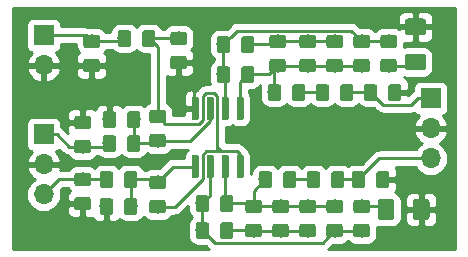
<source format=gbr>
G04 #@! TF.GenerationSoftware,KiCad,Pcbnew,(5.1.4)-1*
G04 #@! TF.CreationDate,2020-02-13T09:56:33+00:00*
G04 #@! TF.ProjectId,Phono stereo 2 smd,50686f6e-6f20-4737-9465-72656f203220,rev?*
G04 #@! TF.SameCoordinates,Original*
G04 #@! TF.FileFunction,Copper,L1,Top*
G04 #@! TF.FilePolarity,Positive*
%FSLAX46Y46*%
G04 Gerber Fmt 4.6, Leading zero omitted, Abs format (unit mm)*
G04 Created by KiCad (PCBNEW (5.1.4)-1) date 2020-02-13 09:56:33*
%MOMM*%
%LPD*%
G04 APERTURE LIST*
%ADD10C,0.100000*%
%ADD11C,1.425000*%
%ADD12C,1.150000*%
%ADD13O,1.700000X1.700000*%
%ADD14R,1.700000X1.700000*%
%ADD15C,0.600000*%
%ADD16C,0.250000*%
%ADD17C,0.254000*%
G04 APERTURE END LIST*
D10*
G36*
X52593504Y-52466204D02*
G01*
X52617773Y-52469804D01*
X52641571Y-52475765D01*
X52664671Y-52484030D01*
X52686849Y-52494520D01*
X52707893Y-52507133D01*
X52727598Y-52521747D01*
X52745777Y-52538223D01*
X52762253Y-52556402D01*
X52776867Y-52576107D01*
X52789480Y-52597151D01*
X52799970Y-52619329D01*
X52808235Y-52642429D01*
X52814196Y-52666227D01*
X52817796Y-52690496D01*
X52819000Y-52715000D01*
X52819000Y-53965000D01*
X52817796Y-53989504D01*
X52814196Y-54013773D01*
X52808235Y-54037571D01*
X52799970Y-54060671D01*
X52789480Y-54082849D01*
X52776867Y-54103893D01*
X52762253Y-54123598D01*
X52745777Y-54141777D01*
X52727598Y-54158253D01*
X52707893Y-54172867D01*
X52686849Y-54185480D01*
X52664671Y-54195970D01*
X52641571Y-54204235D01*
X52617773Y-54210196D01*
X52593504Y-54213796D01*
X52569000Y-54215000D01*
X51644000Y-54215000D01*
X51619496Y-54213796D01*
X51595227Y-54210196D01*
X51571429Y-54204235D01*
X51548329Y-54195970D01*
X51526151Y-54185480D01*
X51505107Y-54172867D01*
X51485402Y-54158253D01*
X51467223Y-54141777D01*
X51450747Y-54123598D01*
X51436133Y-54103893D01*
X51423520Y-54082849D01*
X51413030Y-54060671D01*
X51404765Y-54037571D01*
X51398804Y-54013773D01*
X51395204Y-53989504D01*
X51394000Y-53965000D01*
X51394000Y-52715000D01*
X51395204Y-52690496D01*
X51398804Y-52666227D01*
X51404765Y-52642429D01*
X51413030Y-52619329D01*
X51423520Y-52597151D01*
X51436133Y-52576107D01*
X51450747Y-52556402D01*
X51467223Y-52538223D01*
X51485402Y-52521747D01*
X51505107Y-52507133D01*
X51526151Y-52494520D01*
X51548329Y-52484030D01*
X51571429Y-52475765D01*
X51595227Y-52469804D01*
X51619496Y-52466204D01*
X51644000Y-52465000D01*
X52569000Y-52465000D01*
X52593504Y-52466204D01*
X52593504Y-52466204D01*
G37*
D11*
X52106500Y-53340000D03*
D10*
G36*
X55568504Y-52466204D02*
G01*
X55592773Y-52469804D01*
X55616571Y-52475765D01*
X55639671Y-52484030D01*
X55661849Y-52494520D01*
X55682893Y-52507133D01*
X55702598Y-52521747D01*
X55720777Y-52538223D01*
X55737253Y-52556402D01*
X55751867Y-52576107D01*
X55764480Y-52597151D01*
X55774970Y-52619329D01*
X55783235Y-52642429D01*
X55789196Y-52666227D01*
X55792796Y-52690496D01*
X55794000Y-52715000D01*
X55794000Y-53965000D01*
X55792796Y-53989504D01*
X55789196Y-54013773D01*
X55783235Y-54037571D01*
X55774970Y-54060671D01*
X55764480Y-54082849D01*
X55751867Y-54103893D01*
X55737253Y-54123598D01*
X55720777Y-54141777D01*
X55702598Y-54158253D01*
X55682893Y-54172867D01*
X55661849Y-54185480D01*
X55639671Y-54195970D01*
X55616571Y-54204235D01*
X55592773Y-54210196D01*
X55568504Y-54213796D01*
X55544000Y-54215000D01*
X54619000Y-54215000D01*
X54594496Y-54213796D01*
X54570227Y-54210196D01*
X54546429Y-54204235D01*
X54523329Y-54195970D01*
X54501151Y-54185480D01*
X54480107Y-54172867D01*
X54460402Y-54158253D01*
X54442223Y-54141777D01*
X54425747Y-54123598D01*
X54411133Y-54103893D01*
X54398520Y-54082849D01*
X54388030Y-54060671D01*
X54379765Y-54037571D01*
X54373804Y-54013773D01*
X54370204Y-53989504D01*
X54369000Y-53965000D01*
X54369000Y-52715000D01*
X54370204Y-52690496D01*
X54373804Y-52666227D01*
X54379765Y-52642429D01*
X54388030Y-52619329D01*
X54398520Y-52597151D01*
X54411133Y-52576107D01*
X54425747Y-52556402D01*
X54442223Y-52538223D01*
X54460402Y-52521747D01*
X54480107Y-52507133D01*
X54501151Y-52494520D01*
X54523329Y-52484030D01*
X54546429Y-52475765D01*
X54570227Y-52469804D01*
X54594496Y-52466204D01*
X54619000Y-52465000D01*
X55544000Y-52465000D01*
X55568504Y-52466204D01*
X55568504Y-52466204D01*
G37*
D11*
X55081500Y-53340000D03*
D10*
G36*
X55259504Y-40146204D02*
G01*
X55283773Y-40149804D01*
X55307571Y-40155765D01*
X55330671Y-40164030D01*
X55352849Y-40174520D01*
X55373893Y-40187133D01*
X55393598Y-40201747D01*
X55411777Y-40218223D01*
X55428253Y-40236402D01*
X55442867Y-40256107D01*
X55455480Y-40277151D01*
X55465970Y-40299329D01*
X55474235Y-40322429D01*
X55480196Y-40346227D01*
X55483796Y-40370496D01*
X55485000Y-40395000D01*
X55485000Y-41320000D01*
X55483796Y-41344504D01*
X55480196Y-41368773D01*
X55474235Y-41392571D01*
X55465970Y-41415671D01*
X55455480Y-41437849D01*
X55442867Y-41458893D01*
X55428253Y-41478598D01*
X55411777Y-41496777D01*
X55393598Y-41513253D01*
X55373893Y-41527867D01*
X55352849Y-41540480D01*
X55330671Y-41550970D01*
X55307571Y-41559235D01*
X55283773Y-41565196D01*
X55259504Y-41568796D01*
X55235000Y-41570000D01*
X53985000Y-41570000D01*
X53960496Y-41568796D01*
X53936227Y-41565196D01*
X53912429Y-41559235D01*
X53889329Y-41550970D01*
X53867151Y-41540480D01*
X53846107Y-41527867D01*
X53826402Y-41513253D01*
X53808223Y-41496777D01*
X53791747Y-41478598D01*
X53777133Y-41458893D01*
X53764520Y-41437849D01*
X53754030Y-41415671D01*
X53745765Y-41392571D01*
X53739804Y-41368773D01*
X53736204Y-41344504D01*
X53735000Y-41320000D01*
X53735000Y-40395000D01*
X53736204Y-40370496D01*
X53739804Y-40346227D01*
X53745765Y-40322429D01*
X53754030Y-40299329D01*
X53764520Y-40277151D01*
X53777133Y-40256107D01*
X53791747Y-40236402D01*
X53808223Y-40218223D01*
X53826402Y-40201747D01*
X53846107Y-40187133D01*
X53867151Y-40174520D01*
X53889329Y-40164030D01*
X53912429Y-40155765D01*
X53936227Y-40149804D01*
X53960496Y-40146204D01*
X53985000Y-40145000D01*
X55235000Y-40145000D01*
X55259504Y-40146204D01*
X55259504Y-40146204D01*
G37*
D11*
X54610000Y-40857500D03*
D10*
G36*
X55259504Y-37171204D02*
G01*
X55283773Y-37174804D01*
X55307571Y-37180765D01*
X55330671Y-37189030D01*
X55352849Y-37199520D01*
X55373893Y-37212133D01*
X55393598Y-37226747D01*
X55411777Y-37243223D01*
X55428253Y-37261402D01*
X55442867Y-37281107D01*
X55455480Y-37302151D01*
X55465970Y-37324329D01*
X55474235Y-37347429D01*
X55480196Y-37371227D01*
X55483796Y-37395496D01*
X55485000Y-37420000D01*
X55485000Y-38345000D01*
X55483796Y-38369504D01*
X55480196Y-38393773D01*
X55474235Y-38417571D01*
X55465970Y-38440671D01*
X55455480Y-38462849D01*
X55442867Y-38483893D01*
X55428253Y-38503598D01*
X55411777Y-38521777D01*
X55393598Y-38538253D01*
X55373893Y-38552867D01*
X55352849Y-38565480D01*
X55330671Y-38575970D01*
X55307571Y-38584235D01*
X55283773Y-38590196D01*
X55259504Y-38593796D01*
X55235000Y-38595000D01*
X53985000Y-38595000D01*
X53960496Y-38593796D01*
X53936227Y-38590196D01*
X53912429Y-38584235D01*
X53889329Y-38575970D01*
X53867151Y-38565480D01*
X53846107Y-38552867D01*
X53826402Y-38538253D01*
X53808223Y-38521777D01*
X53791747Y-38503598D01*
X53777133Y-38483893D01*
X53764520Y-38462849D01*
X53754030Y-38440671D01*
X53745765Y-38417571D01*
X53739804Y-38393773D01*
X53736204Y-38369504D01*
X53735000Y-38345000D01*
X53735000Y-37420000D01*
X53736204Y-37395496D01*
X53739804Y-37371227D01*
X53745765Y-37347429D01*
X53754030Y-37324329D01*
X53764520Y-37302151D01*
X53777133Y-37281107D01*
X53791747Y-37261402D01*
X53808223Y-37243223D01*
X53826402Y-37226747D01*
X53846107Y-37212133D01*
X53867151Y-37199520D01*
X53889329Y-37189030D01*
X53912429Y-37180765D01*
X53936227Y-37174804D01*
X53960496Y-37171204D01*
X53985000Y-37170000D01*
X55235000Y-37170000D01*
X55259504Y-37171204D01*
X55259504Y-37171204D01*
G37*
D11*
X54610000Y-37882500D03*
D10*
G36*
X51140505Y-42735204D02*
G01*
X51164773Y-42738804D01*
X51188572Y-42744765D01*
X51211671Y-42753030D01*
X51233850Y-42763520D01*
X51254893Y-42776132D01*
X51274599Y-42790747D01*
X51292777Y-42807223D01*
X51309253Y-42825401D01*
X51323868Y-42845107D01*
X51336480Y-42866150D01*
X51346970Y-42888329D01*
X51355235Y-42911428D01*
X51361196Y-42935227D01*
X51364796Y-42959495D01*
X51366000Y-42983999D01*
X51366000Y-43884001D01*
X51364796Y-43908505D01*
X51361196Y-43932773D01*
X51355235Y-43956572D01*
X51346970Y-43979671D01*
X51336480Y-44001850D01*
X51323868Y-44022893D01*
X51309253Y-44042599D01*
X51292777Y-44060777D01*
X51274599Y-44077253D01*
X51254893Y-44091868D01*
X51233850Y-44104480D01*
X51211671Y-44114970D01*
X51188572Y-44123235D01*
X51164773Y-44129196D01*
X51140505Y-44132796D01*
X51116001Y-44134000D01*
X50465999Y-44134000D01*
X50441495Y-44132796D01*
X50417227Y-44129196D01*
X50393428Y-44123235D01*
X50370329Y-44114970D01*
X50348150Y-44104480D01*
X50327107Y-44091868D01*
X50307401Y-44077253D01*
X50289223Y-44060777D01*
X50272747Y-44042599D01*
X50258132Y-44022893D01*
X50245520Y-44001850D01*
X50235030Y-43979671D01*
X50226765Y-43956572D01*
X50220804Y-43932773D01*
X50217204Y-43908505D01*
X50216000Y-43884001D01*
X50216000Y-42983999D01*
X50217204Y-42959495D01*
X50220804Y-42935227D01*
X50226765Y-42911428D01*
X50235030Y-42888329D01*
X50245520Y-42866150D01*
X50258132Y-42845107D01*
X50272747Y-42825401D01*
X50289223Y-42807223D01*
X50307401Y-42790747D01*
X50327107Y-42776132D01*
X50348150Y-42763520D01*
X50370329Y-42753030D01*
X50393428Y-42744765D01*
X50417227Y-42738804D01*
X50441495Y-42735204D01*
X50465999Y-42734000D01*
X51116001Y-42734000D01*
X51140505Y-42735204D01*
X51140505Y-42735204D01*
G37*
D12*
X50791000Y-43434000D03*
D10*
G36*
X53190505Y-42735204D02*
G01*
X53214773Y-42738804D01*
X53238572Y-42744765D01*
X53261671Y-42753030D01*
X53283850Y-42763520D01*
X53304893Y-42776132D01*
X53324599Y-42790747D01*
X53342777Y-42807223D01*
X53359253Y-42825401D01*
X53373868Y-42845107D01*
X53386480Y-42866150D01*
X53396970Y-42888329D01*
X53405235Y-42911428D01*
X53411196Y-42935227D01*
X53414796Y-42959495D01*
X53416000Y-42983999D01*
X53416000Y-43884001D01*
X53414796Y-43908505D01*
X53411196Y-43932773D01*
X53405235Y-43956572D01*
X53396970Y-43979671D01*
X53386480Y-44001850D01*
X53373868Y-44022893D01*
X53359253Y-44042599D01*
X53342777Y-44060777D01*
X53324599Y-44077253D01*
X53304893Y-44091868D01*
X53283850Y-44104480D01*
X53261671Y-44114970D01*
X53238572Y-44123235D01*
X53214773Y-44129196D01*
X53190505Y-44132796D01*
X53166001Y-44134000D01*
X52515999Y-44134000D01*
X52491495Y-44132796D01*
X52467227Y-44129196D01*
X52443428Y-44123235D01*
X52420329Y-44114970D01*
X52398150Y-44104480D01*
X52377107Y-44091868D01*
X52357401Y-44077253D01*
X52339223Y-44060777D01*
X52322747Y-44042599D01*
X52308132Y-44022893D01*
X52295520Y-44001850D01*
X52285030Y-43979671D01*
X52276765Y-43956572D01*
X52270804Y-43932773D01*
X52267204Y-43908505D01*
X52266000Y-43884001D01*
X52266000Y-42983999D01*
X52267204Y-42959495D01*
X52270804Y-42935227D01*
X52276765Y-42911428D01*
X52285030Y-42888329D01*
X52295520Y-42866150D01*
X52308132Y-42845107D01*
X52322747Y-42825401D01*
X52339223Y-42807223D01*
X52357401Y-42790747D01*
X52377107Y-42776132D01*
X52398150Y-42763520D01*
X52420329Y-42753030D01*
X52443428Y-42744765D01*
X52467227Y-42738804D01*
X52491495Y-42735204D01*
X52515999Y-42734000D01*
X53166001Y-42734000D01*
X53190505Y-42735204D01*
X53190505Y-42735204D01*
G37*
D12*
X52841000Y-43434000D03*
D13*
X23114000Y-52070000D03*
X23114000Y-49530000D03*
D14*
X23114000Y-46990000D03*
D13*
X55880000Y-49022000D03*
X55880000Y-46482000D03*
D14*
X55880000Y-43942000D03*
D10*
G36*
X39915703Y-48744722D02*
G01*
X39930264Y-48746882D01*
X39944543Y-48750459D01*
X39958403Y-48755418D01*
X39971710Y-48761712D01*
X39984336Y-48769280D01*
X39996159Y-48778048D01*
X40007066Y-48787934D01*
X40016952Y-48798841D01*
X40025720Y-48810664D01*
X40033288Y-48823290D01*
X40039582Y-48836597D01*
X40044541Y-48850457D01*
X40048118Y-48864736D01*
X40050278Y-48879297D01*
X40051000Y-48894000D01*
X40051000Y-50544000D01*
X40050278Y-50558703D01*
X40048118Y-50573264D01*
X40044541Y-50587543D01*
X40039582Y-50601403D01*
X40033288Y-50614710D01*
X40025720Y-50627336D01*
X40016952Y-50639159D01*
X40007066Y-50650066D01*
X39996159Y-50659952D01*
X39984336Y-50668720D01*
X39971710Y-50676288D01*
X39958403Y-50682582D01*
X39944543Y-50687541D01*
X39930264Y-50691118D01*
X39915703Y-50693278D01*
X39901000Y-50694000D01*
X39601000Y-50694000D01*
X39586297Y-50693278D01*
X39571736Y-50691118D01*
X39557457Y-50687541D01*
X39543597Y-50682582D01*
X39530290Y-50676288D01*
X39517664Y-50668720D01*
X39505841Y-50659952D01*
X39494934Y-50650066D01*
X39485048Y-50639159D01*
X39476280Y-50627336D01*
X39468712Y-50614710D01*
X39462418Y-50601403D01*
X39457459Y-50587543D01*
X39453882Y-50573264D01*
X39451722Y-50558703D01*
X39451000Y-50544000D01*
X39451000Y-48894000D01*
X39451722Y-48879297D01*
X39453882Y-48864736D01*
X39457459Y-48850457D01*
X39462418Y-48836597D01*
X39468712Y-48823290D01*
X39476280Y-48810664D01*
X39485048Y-48798841D01*
X39494934Y-48787934D01*
X39505841Y-48778048D01*
X39517664Y-48769280D01*
X39530290Y-48761712D01*
X39543597Y-48755418D01*
X39557457Y-48750459D01*
X39571736Y-48746882D01*
X39586297Y-48744722D01*
X39601000Y-48744000D01*
X39901000Y-48744000D01*
X39915703Y-48744722D01*
X39915703Y-48744722D01*
G37*
D15*
X39751000Y-49719000D03*
D10*
G36*
X38645703Y-48744722D02*
G01*
X38660264Y-48746882D01*
X38674543Y-48750459D01*
X38688403Y-48755418D01*
X38701710Y-48761712D01*
X38714336Y-48769280D01*
X38726159Y-48778048D01*
X38737066Y-48787934D01*
X38746952Y-48798841D01*
X38755720Y-48810664D01*
X38763288Y-48823290D01*
X38769582Y-48836597D01*
X38774541Y-48850457D01*
X38778118Y-48864736D01*
X38780278Y-48879297D01*
X38781000Y-48894000D01*
X38781000Y-50544000D01*
X38780278Y-50558703D01*
X38778118Y-50573264D01*
X38774541Y-50587543D01*
X38769582Y-50601403D01*
X38763288Y-50614710D01*
X38755720Y-50627336D01*
X38746952Y-50639159D01*
X38737066Y-50650066D01*
X38726159Y-50659952D01*
X38714336Y-50668720D01*
X38701710Y-50676288D01*
X38688403Y-50682582D01*
X38674543Y-50687541D01*
X38660264Y-50691118D01*
X38645703Y-50693278D01*
X38631000Y-50694000D01*
X38331000Y-50694000D01*
X38316297Y-50693278D01*
X38301736Y-50691118D01*
X38287457Y-50687541D01*
X38273597Y-50682582D01*
X38260290Y-50676288D01*
X38247664Y-50668720D01*
X38235841Y-50659952D01*
X38224934Y-50650066D01*
X38215048Y-50639159D01*
X38206280Y-50627336D01*
X38198712Y-50614710D01*
X38192418Y-50601403D01*
X38187459Y-50587543D01*
X38183882Y-50573264D01*
X38181722Y-50558703D01*
X38181000Y-50544000D01*
X38181000Y-48894000D01*
X38181722Y-48879297D01*
X38183882Y-48864736D01*
X38187459Y-48850457D01*
X38192418Y-48836597D01*
X38198712Y-48823290D01*
X38206280Y-48810664D01*
X38215048Y-48798841D01*
X38224934Y-48787934D01*
X38235841Y-48778048D01*
X38247664Y-48769280D01*
X38260290Y-48761712D01*
X38273597Y-48755418D01*
X38287457Y-48750459D01*
X38301736Y-48746882D01*
X38316297Y-48744722D01*
X38331000Y-48744000D01*
X38631000Y-48744000D01*
X38645703Y-48744722D01*
X38645703Y-48744722D01*
G37*
D15*
X38481000Y-49719000D03*
D10*
G36*
X37375703Y-48744722D02*
G01*
X37390264Y-48746882D01*
X37404543Y-48750459D01*
X37418403Y-48755418D01*
X37431710Y-48761712D01*
X37444336Y-48769280D01*
X37456159Y-48778048D01*
X37467066Y-48787934D01*
X37476952Y-48798841D01*
X37485720Y-48810664D01*
X37493288Y-48823290D01*
X37499582Y-48836597D01*
X37504541Y-48850457D01*
X37508118Y-48864736D01*
X37510278Y-48879297D01*
X37511000Y-48894000D01*
X37511000Y-50544000D01*
X37510278Y-50558703D01*
X37508118Y-50573264D01*
X37504541Y-50587543D01*
X37499582Y-50601403D01*
X37493288Y-50614710D01*
X37485720Y-50627336D01*
X37476952Y-50639159D01*
X37467066Y-50650066D01*
X37456159Y-50659952D01*
X37444336Y-50668720D01*
X37431710Y-50676288D01*
X37418403Y-50682582D01*
X37404543Y-50687541D01*
X37390264Y-50691118D01*
X37375703Y-50693278D01*
X37361000Y-50694000D01*
X37061000Y-50694000D01*
X37046297Y-50693278D01*
X37031736Y-50691118D01*
X37017457Y-50687541D01*
X37003597Y-50682582D01*
X36990290Y-50676288D01*
X36977664Y-50668720D01*
X36965841Y-50659952D01*
X36954934Y-50650066D01*
X36945048Y-50639159D01*
X36936280Y-50627336D01*
X36928712Y-50614710D01*
X36922418Y-50601403D01*
X36917459Y-50587543D01*
X36913882Y-50573264D01*
X36911722Y-50558703D01*
X36911000Y-50544000D01*
X36911000Y-48894000D01*
X36911722Y-48879297D01*
X36913882Y-48864736D01*
X36917459Y-48850457D01*
X36922418Y-48836597D01*
X36928712Y-48823290D01*
X36936280Y-48810664D01*
X36945048Y-48798841D01*
X36954934Y-48787934D01*
X36965841Y-48778048D01*
X36977664Y-48769280D01*
X36990290Y-48761712D01*
X37003597Y-48755418D01*
X37017457Y-48750459D01*
X37031736Y-48746882D01*
X37046297Y-48744722D01*
X37061000Y-48744000D01*
X37361000Y-48744000D01*
X37375703Y-48744722D01*
X37375703Y-48744722D01*
G37*
D15*
X37211000Y-49719000D03*
D10*
G36*
X36105703Y-48744722D02*
G01*
X36120264Y-48746882D01*
X36134543Y-48750459D01*
X36148403Y-48755418D01*
X36161710Y-48761712D01*
X36174336Y-48769280D01*
X36186159Y-48778048D01*
X36197066Y-48787934D01*
X36206952Y-48798841D01*
X36215720Y-48810664D01*
X36223288Y-48823290D01*
X36229582Y-48836597D01*
X36234541Y-48850457D01*
X36238118Y-48864736D01*
X36240278Y-48879297D01*
X36241000Y-48894000D01*
X36241000Y-50544000D01*
X36240278Y-50558703D01*
X36238118Y-50573264D01*
X36234541Y-50587543D01*
X36229582Y-50601403D01*
X36223288Y-50614710D01*
X36215720Y-50627336D01*
X36206952Y-50639159D01*
X36197066Y-50650066D01*
X36186159Y-50659952D01*
X36174336Y-50668720D01*
X36161710Y-50676288D01*
X36148403Y-50682582D01*
X36134543Y-50687541D01*
X36120264Y-50691118D01*
X36105703Y-50693278D01*
X36091000Y-50694000D01*
X35791000Y-50694000D01*
X35776297Y-50693278D01*
X35761736Y-50691118D01*
X35747457Y-50687541D01*
X35733597Y-50682582D01*
X35720290Y-50676288D01*
X35707664Y-50668720D01*
X35695841Y-50659952D01*
X35684934Y-50650066D01*
X35675048Y-50639159D01*
X35666280Y-50627336D01*
X35658712Y-50614710D01*
X35652418Y-50601403D01*
X35647459Y-50587543D01*
X35643882Y-50573264D01*
X35641722Y-50558703D01*
X35641000Y-50544000D01*
X35641000Y-48894000D01*
X35641722Y-48879297D01*
X35643882Y-48864736D01*
X35647459Y-48850457D01*
X35652418Y-48836597D01*
X35658712Y-48823290D01*
X35666280Y-48810664D01*
X35675048Y-48798841D01*
X35684934Y-48787934D01*
X35695841Y-48778048D01*
X35707664Y-48769280D01*
X35720290Y-48761712D01*
X35733597Y-48755418D01*
X35747457Y-48750459D01*
X35761736Y-48746882D01*
X35776297Y-48744722D01*
X35791000Y-48744000D01*
X36091000Y-48744000D01*
X36105703Y-48744722D01*
X36105703Y-48744722D01*
G37*
D15*
X35941000Y-49719000D03*
D10*
G36*
X36105703Y-43794722D02*
G01*
X36120264Y-43796882D01*
X36134543Y-43800459D01*
X36148403Y-43805418D01*
X36161710Y-43811712D01*
X36174336Y-43819280D01*
X36186159Y-43828048D01*
X36197066Y-43837934D01*
X36206952Y-43848841D01*
X36215720Y-43860664D01*
X36223288Y-43873290D01*
X36229582Y-43886597D01*
X36234541Y-43900457D01*
X36238118Y-43914736D01*
X36240278Y-43929297D01*
X36241000Y-43944000D01*
X36241000Y-45594000D01*
X36240278Y-45608703D01*
X36238118Y-45623264D01*
X36234541Y-45637543D01*
X36229582Y-45651403D01*
X36223288Y-45664710D01*
X36215720Y-45677336D01*
X36206952Y-45689159D01*
X36197066Y-45700066D01*
X36186159Y-45709952D01*
X36174336Y-45718720D01*
X36161710Y-45726288D01*
X36148403Y-45732582D01*
X36134543Y-45737541D01*
X36120264Y-45741118D01*
X36105703Y-45743278D01*
X36091000Y-45744000D01*
X35791000Y-45744000D01*
X35776297Y-45743278D01*
X35761736Y-45741118D01*
X35747457Y-45737541D01*
X35733597Y-45732582D01*
X35720290Y-45726288D01*
X35707664Y-45718720D01*
X35695841Y-45709952D01*
X35684934Y-45700066D01*
X35675048Y-45689159D01*
X35666280Y-45677336D01*
X35658712Y-45664710D01*
X35652418Y-45651403D01*
X35647459Y-45637543D01*
X35643882Y-45623264D01*
X35641722Y-45608703D01*
X35641000Y-45594000D01*
X35641000Y-43944000D01*
X35641722Y-43929297D01*
X35643882Y-43914736D01*
X35647459Y-43900457D01*
X35652418Y-43886597D01*
X35658712Y-43873290D01*
X35666280Y-43860664D01*
X35675048Y-43848841D01*
X35684934Y-43837934D01*
X35695841Y-43828048D01*
X35707664Y-43819280D01*
X35720290Y-43811712D01*
X35733597Y-43805418D01*
X35747457Y-43800459D01*
X35761736Y-43796882D01*
X35776297Y-43794722D01*
X35791000Y-43794000D01*
X36091000Y-43794000D01*
X36105703Y-43794722D01*
X36105703Y-43794722D01*
G37*
D15*
X35941000Y-44769000D03*
D10*
G36*
X37375703Y-43794722D02*
G01*
X37390264Y-43796882D01*
X37404543Y-43800459D01*
X37418403Y-43805418D01*
X37431710Y-43811712D01*
X37444336Y-43819280D01*
X37456159Y-43828048D01*
X37467066Y-43837934D01*
X37476952Y-43848841D01*
X37485720Y-43860664D01*
X37493288Y-43873290D01*
X37499582Y-43886597D01*
X37504541Y-43900457D01*
X37508118Y-43914736D01*
X37510278Y-43929297D01*
X37511000Y-43944000D01*
X37511000Y-45594000D01*
X37510278Y-45608703D01*
X37508118Y-45623264D01*
X37504541Y-45637543D01*
X37499582Y-45651403D01*
X37493288Y-45664710D01*
X37485720Y-45677336D01*
X37476952Y-45689159D01*
X37467066Y-45700066D01*
X37456159Y-45709952D01*
X37444336Y-45718720D01*
X37431710Y-45726288D01*
X37418403Y-45732582D01*
X37404543Y-45737541D01*
X37390264Y-45741118D01*
X37375703Y-45743278D01*
X37361000Y-45744000D01*
X37061000Y-45744000D01*
X37046297Y-45743278D01*
X37031736Y-45741118D01*
X37017457Y-45737541D01*
X37003597Y-45732582D01*
X36990290Y-45726288D01*
X36977664Y-45718720D01*
X36965841Y-45709952D01*
X36954934Y-45700066D01*
X36945048Y-45689159D01*
X36936280Y-45677336D01*
X36928712Y-45664710D01*
X36922418Y-45651403D01*
X36917459Y-45637543D01*
X36913882Y-45623264D01*
X36911722Y-45608703D01*
X36911000Y-45594000D01*
X36911000Y-43944000D01*
X36911722Y-43929297D01*
X36913882Y-43914736D01*
X36917459Y-43900457D01*
X36922418Y-43886597D01*
X36928712Y-43873290D01*
X36936280Y-43860664D01*
X36945048Y-43848841D01*
X36954934Y-43837934D01*
X36965841Y-43828048D01*
X36977664Y-43819280D01*
X36990290Y-43811712D01*
X37003597Y-43805418D01*
X37017457Y-43800459D01*
X37031736Y-43796882D01*
X37046297Y-43794722D01*
X37061000Y-43794000D01*
X37361000Y-43794000D01*
X37375703Y-43794722D01*
X37375703Y-43794722D01*
G37*
D15*
X37211000Y-44769000D03*
D10*
G36*
X38645703Y-43794722D02*
G01*
X38660264Y-43796882D01*
X38674543Y-43800459D01*
X38688403Y-43805418D01*
X38701710Y-43811712D01*
X38714336Y-43819280D01*
X38726159Y-43828048D01*
X38737066Y-43837934D01*
X38746952Y-43848841D01*
X38755720Y-43860664D01*
X38763288Y-43873290D01*
X38769582Y-43886597D01*
X38774541Y-43900457D01*
X38778118Y-43914736D01*
X38780278Y-43929297D01*
X38781000Y-43944000D01*
X38781000Y-45594000D01*
X38780278Y-45608703D01*
X38778118Y-45623264D01*
X38774541Y-45637543D01*
X38769582Y-45651403D01*
X38763288Y-45664710D01*
X38755720Y-45677336D01*
X38746952Y-45689159D01*
X38737066Y-45700066D01*
X38726159Y-45709952D01*
X38714336Y-45718720D01*
X38701710Y-45726288D01*
X38688403Y-45732582D01*
X38674543Y-45737541D01*
X38660264Y-45741118D01*
X38645703Y-45743278D01*
X38631000Y-45744000D01*
X38331000Y-45744000D01*
X38316297Y-45743278D01*
X38301736Y-45741118D01*
X38287457Y-45737541D01*
X38273597Y-45732582D01*
X38260290Y-45726288D01*
X38247664Y-45718720D01*
X38235841Y-45709952D01*
X38224934Y-45700066D01*
X38215048Y-45689159D01*
X38206280Y-45677336D01*
X38198712Y-45664710D01*
X38192418Y-45651403D01*
X38187459Y-45637543D01*
X38183882Y-45623264D01*
X38181722Y-45608703D01*
X38181000Y-45594000D01*
X38181000Y-43944000D01*
X38181722Y-43929297D01*
X38183882Y-43914736D01*
X38187459Y-43900457D01*
X38192418Y-43886597D01*
X38198712Y-43873290D01*
X38206280Y-43860664D01*
X38215048Y-43848841D01*
X38224934Y-43837934D01*
X38235841Y-43828048D01*
X38247664Y-43819280D01*
X38260290Y-43811712D01*
X38273597Y-43805418D01*
X38287457Y-43800459D01*
X38301736Y-43796882D01*
X38316297Y-43794722D01*
X38331000Y-43794000D01*
X38631000Y-43794000D01*
X38645703Y-43794722D01*
X38645703Y-43794722D01*
G37*
D15*
X38481000Y-44769000D03*
D10*
G36*
X39915703Y-43794722D02*
G01*
X39930264Y-43796882D01*
X39944543Y-43800459D01*
X39958403Y-43805418D01*
X39971710Y-43811712D01*
X39984336Y-43819280D01*
X39996159Y-43828048D01*
X40007066Y-43837934D01*
X40016952Y-43848841D01*
X40025720Y-43860664D01*
X40033288Y-43873290D01*
X40039582Y-43886597D01*
X40044541Y-43900457D01*
X40048118Y-43914736D01*
X40050278Y-43929297D01*
X40051000Y-43944000D01*
X40051000Y-45594000D01*
X40050278Y-45608703D01*
X40048118Y-45623264D01*
X40044541Y-45637543D01*
X40039582Y-45651403D01*
X40033288Y-45664710D01*
X40025720Y-45677336D01*
X40016952Y-45689159D01*
X40007066Y-45700066D01*
X39996159Y-45709952D01*
X39984336Y-45718720D01*
X39971710Y-45726288D01*
X39958403Y-45732582D01*
X39944543Y-45737541D01*
X39930264Y-45741118D01*
X39915703Y-45743278D01*
X39901000Y-45744000D01*
X39601000Y-45744000D01*
X39586297Y-45743278D01*
X39571736Y-45741118D01*
X39557457Y-45737541D01*
X39543597Y-45732582D01*
X39530290Y-45726288D01*
X39517664Y-45718720D01*
X39505841Y-45709952D01*
X39494934Y-45700066D01*
X39485048Y-45689159D01*
X39476280Y-45677336D01*
X39468712Y-45664710D01*
X39462418Y-45651403D01*
X39457459Y-45637543D01*
X39453882Y-45623264D01*
X39451722Y-45608703D01*
X39451000Y-45594000D01*
X39451000Y-43944000D01*
X39451722Y-43929297D01*
X39453882Y-43914736D01*
X39457459Y-43900457D01*
X39462418Y-43886597D01*
X39468712Y-43873290D01*
X39476280Y-43860664D01*
X39485048Y-43848841D01*
X39494934Y-43837934D01*
X39505841Y-43828048D01*
X39517664Y-43819280D01*
X39530290Y-43811712D01*
X39543597Y-43805418D01*
X39557457Y-43800459D01*
X39571736Y-43796882D01*
X39586297Y-43794722D01*
X39601000Y-43794000D01*
X39901000Y-43794000D01*
X39915703Y-43794722D01*
X39915703Y-43794722D01*
G37*
D15*
X39751000Y-44769000D03*
D10*
G36*
X32362505Y-38163204D02*
G01*
X32386773Y-38166804D01*
X32410572Y-38172765D01*
X32433671Y-38181030D01*
X32455850Y-38191520D01*
X32476893Y-38204132D01*
X32496599Y-38218747D01*
X32514777Y-38235223D01*
X32531253Y-38253401D01*
X32545868Y-38273107D01*
X32558480Y-38294150D01*
X32568970Y-38316329D01*
X32577235Y-38339428D01*
X32583196Y-38363227D01*
X32586796Y-38387495D01*
X32588000Y-38411999D01*
X32588000Y-39312001D01*
X32586796Y-39336505D01*
X32583196Y-39360773D01*
X32577235Y-39384572D01*
X32568970Y-39407671D01*
X32558480Y-39429850D01*
X32545868Y-39450893D01*
X32531253Y-39470599D01*
X32514777Y-39488777D01*
X32496599Y-39505253D01*
X32476893Y-39519868D01*
X32455850Y-39532480D01*
X32433671Y-39542970D01*
X32410572Y-39551235D01*
X32386773Y-39557196D01*
X32362505Y-39560796D01*
X32338001Y-39562000D01*
X31687999Y-39562000D01*
X31663495Y-39560796D01*
X31639227Y-39557196D01*
X31615428Y-39551235D01*
X31592329Y-39542970D01*
X31570150Y-39532480D01*
X31549107Y-39519868D01*
X31529401Y-39505253D01*
X31511223Y-39488777D01*
X31494747Y-39470599D01*
X31480132Y-39450893D01*
X31467520Y-39429850D01*
X31457030Y-39407671D01*
X31448765Y-39384572D01*
X31442804Y-39360773D01*
X31439204Y-39336505D01*
X31438000Y-39312001D01*
X31438000Y-38411999D01*
X31439204Y-38387495D01*
X31442804Y-38363227D01*
X31448765Y-38339428D01*
X31457030Y-38316329D01*
X31467520Y-38294150D01*
X31480132Y-38273107D01*
X31494747Y-38253401D01*
X31511223Y-38235223D01*
X31529401Y-38218747D01*
X31549107Y-38204132D01*
X31570150Y-38191520D01*
X31592329Y-38181030D01*
X31615428Y-38172765D01*
X31639227Y-38166804D01*
X31663495Y-38163204D01*
X31687999Y-38162000D01*
X32338001Y-38162000D01*
X32362505Y-38163204D01*
X32362505Y-38163204D01*
G37*
D12*
X32013000Y-38862000D03*
D10*
G36*
X30312505Y-38163204D02*
G01*
X30336773Y-38166804D01*
X30360572Y-38172765D01*
X30383671Y-38181030D01*
X30405850Y-38191520D01*
X30426893Y-38204132D01*
X30446599Y-38218747D01*
X30464777Y-38235223D01*
X30481253Y-38253401D01*
X30495868Y-38273107D01*
X30508480Y-38294150D01*
X30518970Y-38316329D01*
X30527235Y-38339428D01*
X30533196Y-38363227D01*
X30536796Y-38387495D01*
X30538000Y-38411999D01*
X30538000Y-39312001D01*
X30536796Y-39336505D01*
X30533196Y-39360773D01*
X30527235Y-39384572D01*
X30518970Y-39407671D01*
X30508480Y-39429850D01*
X30495868Y-39450893D01*
X30481253Y-39470599D01*
X30464777Y-39488777D01*
X30446599Y-39505253D01*
X30426893Y-39519868D01*
X30405850Y-39532480D01*
X30383671Y-39542970D01*
X30360572Y-39551235D01*
X30336773Y-39557196D01*
X30312505Y-39560796D01*
X30288001Y-39562000D01*
X29637999Y-39562000D01*
X29613495Y-39560796D01*
X29589227Y-39557196D01*
X29565428Y-39551235D01*
X29542329Y-39542970D01*
X29520150Y-39532480D01*
X29499107Y-39519868D01*
X29479401Y-39505253D01*
X29461223Y-39488777D01*
X29444747Y-39470599D01*
X29430132Y-39450893D01*
X29417520Y-39429850D01*
X29407030Y-39407671D01*
X29398765Y-39384572D01*
X29392804Y-39360773D01*
X29389204Y-39336505D01*
X29388000Y-39312001D01*
X29388000Y-38411999D01*
X29389204Y-38387495D01*
X29392804Y-38363227D01*
X29398765Y-38339428D01*
X29407030Y-38316329D01*
X29417520Y-38294150D01*
X29430132Y-38273107D01*
X29444747Y-38253401D01*
X29461223Y-38235223D01*
X29479401Y-38218747D01*
X29499107Y-38204132D01*
X29520150Y-38191520D01*
X29542329Y-38181030D01*
X29565428Y-38172765D01*
X29589227Y-38166804D01*
X29613495Y-38163204D01*
X29637999Y-38162000D01*
X30288001Y-38162000D01*
X30312505Y-38163204D01*
X30312505Y-38163204D01*
G37*
D12*
X29963000Y-38862000D03*
D10*
G36*
X50512505Y-54553204D02*
G01*
X50536773Y-54556804D01*
X50560572Y-54562765D01*
X50583671Y-54571030D01*
X50605850Y-54581520D01*
X50626893Y-54594132D01*
X50646599Y-54608747D01*
X50664777Y-54625223D01*
X50681253Y-54643401D01*
X50695868Y-54663107D01*
X50708480Y-54684150D01*
X50718970Y-54706329D01*
X50727235Y-54729428D01*
X50733196Y-54753227D01*
X50736796Y-54777495D01*
X50738000Y-54801999D01*
X50738000Y-55452001D01*
X50736796Y-55476505D01*
X50733196Y-55500773D01*
X50727235Y-55524572D01*
X50718970Y-55547671D01*
X50708480Y-55569850D01*
X50695868Y-55590893D01*
X50681253Y-55610599D01*
X50664777Y-55628777D01*
X50646599Y-55645253D01*
X50626893Y-55659868D01*
X50605850Y-55672480D01*
X50583671Y-55682970D01*
X50560572Y-55691235D01*
X50536773Y-55697196D01*
X50512505Y-55700796D01*
X50488001Y-55702000D01*
X49587999Y-55702000D01*
X49563495Y-55700796D01*
X49539227Y-55697196D01*
X49515428Y-55691235D01*
X49492329Y-55682970D01*
X49470150Y-55672480D01*
X49449107Y-55659868D01*
X49429401Y-55645253D01*
X49411223Y-55628777D01*
X49394747Y-55610599D01*
X49380132Y-55590893D01*
X49367520Y-55569850D01*
X49357030Y-55547671D01*
X49348765Y-55524572D01*
X49342804Y-55500773D01*
X49339204Y-55476505D01*
X49338000Y-55452001D01*
X49338000Y-54801999D01*
X49339204Y-54777495D01*
X49342804Y-54753227D01*
X49348765Y-54729428D01*
X49357030Y-54706329D01*
X49367520Y-54684150D01*
X49380132Y-54663107D01*
X49394747Y-54643401D01*
X49411223Y-54625223D01*
X49429401Y-54608747D01*
X49449107Y-54594132D01*
X49470150Y-54581520D01*
X49492329Y-54571030D01*
X49515428Y-54562765D01*
X49539227Y-54556804D01*
X49563495Y-54553204D01*
X49587999Y-54552000D01*
X50488001Y-54552000D01*
X50512505Y-54553204D01*
X50512505Y-54553204D01*
G37*
D12*
X50038000Y-55127000D03*
D10*
G36*
X50512505Y-52503204D02*
G01*
X50536773Y-52506804D01*
X50560572Y-52512765D01*
X50583671Y-52521030D01*
X50605850Y-52531520D01*
X50626893Y-52544132D01*
X50646599Y-52558747D01*
X50664777Y-52575223D01*
X50681253Y-52593401D01*
X50695868Y-52613107D01*
X50708480Y-52634150D01*
X50718970Y-52656329D01*
X50727235Y-52679428D01*
X50733196Y-52703227D01*
X50736796Y-52727495D01*
X50738000Y-52751999D01*
X50738000Y-53402001D01*
X50736796Y-53426505D01*
X50733196Y-53450773D01*
X50727235Y-53474572D01*
X50718970Y-53497671D01*
X50708480Y-53519850D01*
X50695868Y-53540893D01*
X50681253Y-53560599D01*
X50664777Y-53578777D01*
X50646599Y-53595253D01*
X50626893Y-53609868D01*
X50605850Y-53622480D01*
X50583671Y-53632970D01*
X50560572Y-53641235D01*
X50536773Y-53647196D01*
X50512505Y-53650796D01*
X50488001Y-53652000D01*
X49587999Y-53652000D01*
X49563495Y-53650796D01*
X49539227Y-53647196D01*
X49515428Y-53641235D01*
X49492329Y-53632970D01*
X49470150Y-53622480D01*
X49449107Y-53609868D01*
X49429401Y-53595253D01*
X49411223Y-53578777D01*
X49394747Y-53560599D01*
X49380132Y-53540893D01*
X49367520Y-53519850D01*
X49357030Y-53497671D01*
X49348765Y-53474572D01*
X49342804Y-53450773D01*
X49339204Y-53426505D01*
X49338000Y-53402001D01*
X49338000Y-52751999D01*
X49339204Y-52727495D01*
X49342804Y-52703227D01*
X49348765Y-52679428D01*
X49357030Y-52656329D01*
X49367520Y-52634150D01*
X49380132Y-52613107D01*
X49394747Y-52593401D01*
X49411223Y-52575223D01*
X49429401Y-52558747D01*
X49449107Y-52544132D01*
X49470150Y-52531520D01*
X49492329Y-52521030D01*
X49515428Y-52512765D01*
X49539227Y-52506804D01*
X49563495Y-52503204D01*
X49587999Y-52502000D01*
X50488001Y-52502000D01*
X50512505Y-52503204D01*
X50512505Y-52503204D01*
G37*
D12*
X50038000Y-53077000D03*
D10*
G36*
X36916505Y-54419204D02*
G01*
X36940773Y-54422804D01*
X36964572Y-54428765D01*
X36987671Y-54437030D01*
X37009850Y-54447520D01*
X37030893Y-54460132D01*
X37050599Y-54474747D01*
X37068777Y-54491223D01*
X37085253Y-54509401D01*
X37099868Y-54529107D01*
X37112480Y-54550150D01*
X37122970Y-54572329D01*
X37131235Y-54595428D01*
X37137196Y-54619227D01*
X37140796Y-54643495D01*
X37142000Y-54667999D01*
X37142000Y-55568001D01*
X37140796Y-55592505D01*
X37137196Y-55616773D01*
X37131235Y-55640572D01*
X37122970Y-55663671D01*
X37112480Y-55685850D01*
X37099868Y-55706893D01*
X37085253Y-55726599D01*
X37068777Y-55744777D01*
X37050599Y-55761253D01*
X37030893Y-55775868D01*
X37009850Y-55788480D01*
X36987671Y-55798970D01*
X36964572Y-55807235D01*
X36940773Y-55813196D01*
X36916505Y-55816796D01*
X36892001Y-55818000D01*
X36241999Y-55818000D01*
X36217495Y-55816796D01*
X36193227Y-55813196D01*
X36169428Y-55807235D01*
X36146329Y-55798970D01*
X36124150Y-55788480D01*
X36103107Y-55775868D01*
X36083401Y-55761253D01*
X36065223Y-55744777D01*
X36048747Y-55726599D01*
X36034132Y-55706893D01*
X36021520Y-55685850D01*
X36011030Y-55663671D01*
X36002765Y-55640572D01*
X35996804Y-55616773D01*
X35993204Y-55592505D01*
X35992000Y-55568001D01*
X35992000Y-54667999D01*
X35993204Y-54643495D01*
X35996804Y-54619227D01*
X36002765Y-54595428D01*
X36011030Y-54572329D01*
X36021520Y-54550150D01*
X36034132Y-54529107D01*
X36048747Y-54509401D01*
X36065223Y-54491223D01*
X36083401Y-54474747D01*
X36103107Y-54460132D01*
X36124150Y-54447520D01*
X36146329Y-54437030D01*
X36169428Y-54428765D01*
X36193227Y-54422804D01*
X36217495Y-54419204D01*
X36241999Y-54418000D01*
X36892001Y-54418000D01*
X36916505Y-54419204D01*
X36916505Y-54419204D01*
G37*
D12*
X36567000Y-55118000D03*
D10*
G36*
X38966505Y-54419204D02*
G01*
X38990773Y-54422804D01*
X39014572Y-54428765D01*
X39037671Y-54437030D01*
X39059850Y-54447520D01*
X39080893Y-54460132D01*
X39100599Y-54474747D01*
X39118777Y-54491223D01*
X39135253Y-54509401D01*
X39149868Y-54529107D01*
X39162480Y-54550150D01*
X39172970Y-54572329D01*
X39181235Y-54595428D01*
X39187196Y-54619227D01*
X39190796Y-54643495D01*
X39192000Y-54667999D01*
X39192000Y-55568001D01*
X39190796Y-55592505D01*
X39187196Y-55616773D01*
X39181235Y-55640572D01*
X39172970Y-55663671D01*
X39162480Y-55685850D01*
X39149868Y-55706893D01*
X39135253Y-55726599D01*
X39118777Y-55744777D01*
X39100599Y-55761253D01*
X39080893Y-55775868D01*
X39059850Y-55788480D01*
X39037671Y-55798970D01*
X39014572Y-55807235D01*
X38990773Y-55813196D01*
X38966505Y-55816796D01*
X38942001Y-55818000D01*
X38291999Y-55818000D01*
X38267495Y-55816796D01*
X38243227Y-55813196D01*
X38219428Y-55807235D01*
X38196329Y-55798970D01*
X38174150Y-55788480D01*
X38153107Y-55775868D01*
X38133401Y-55761253D01*
X38115223Y-55744777D01*
X38098747Y-55726599D01*
X38084132Y-55706893D01*
X38071520Y-55685850D01*
X38061030Y-55663671D01*
X38052765Y-55640572D01*
X38046804Y-55616773D01*
X38043204Y-55592505D01*
X38042000Y-55568001D01*
X38042000Y-54667999D01*
X38043204Y-54643495D01*
X38046804Y-54619227D01*
X38052765Y-54595428D01*
X38061030Y-54572329D01*
X38071520Y-54550150D01*
X38084132Y-54529107D01*
X38098747Y-54509401D01*
X38115223Y-54491223D01*
X38133401Y-54474747D01*
X38153107Y-54460132D01*
X38174150Y-54447520D01*
X38196329Y-54437030D01*
X38219428Y-54428765D01*
X38243227Y-54422804D01*
X38267495Y-54419204D01*
X38291999Y-54418000D01*
X38942001Y-54418000D01*
X38966505Y-54419204D01*
X38966505Y-54419204D01*
G37*
D12*
X38617000Y-55118000D03*
D10*
G36*
X36916505Y-52133204D02*
G01*
X36940773Y-52136804D01*
X36964572Y-52142765D01*
X36987671Y-52151030D01*
X37009850Y-52161520D01*
X37030893Y-52174132D01*
X37050599Y-52188747D01*
X37068777Y-52205223D01*
X37085253Y-52223401D01*
X37099868Y-52243107D01*
X37112480Y-52264150D01*
X37122970Y-52286329D01*
X37131235Y-52309428D01*
X37137196Y-52333227D01*
X37140796Y-52357495D01*
X37142000Y-52381999D01*
X37142000Y-53282001D01*
X37140796Y-53306505D01*
X37137196Y-53330773D01*
X37131235Y-53354572D01*
X37122970Y-53377671D01*
X37112480Y-53399850D01*
X37099868Y-53420893D01*
X37085253Y-53440599D01*
X37068777Y-53458777D01*
X37050599Y-53475253D01*
X37030893Y-53489868D01*
X37009850Y-53502480D01*
X36987671Y-53512970D01*
X36964572Y-53521235D01*
X36940773Y-53527196D01*
X36916505Y-53530796D01*
X36892001Y-53532000D01*
X36241999Y-53532000D01*
X36217495Y-53530796D01*
X36193227Y-53527196D01*
X36169428Y-53521235D01*
X36146329Y-53512970D01*
X36124150Y-53502480D01*
X36103107Y-53489868D01*
X36083401Y-53475253D01*
X36065223Y-53458777D01*
X36048747Y-53440599D01*
X36034132Y-53420893D01*
X36021520Y-53399850D01*
X36011030Y-53377671D01*
X36002765Y-53354572D01*
X35996804Y-53330773D01*
X35993204Y-53306505D01*
X35992000Y-53282001D01*
X35992000Y-52381999D01*
X35993204Y-52357495D01*
X35996804Y-52333227D01*
X36002765Y-52309428D01*
X36011030Y-52286329D01*
X36021520Y-52264150D01*
X36034132Y-52243107D01*
X36048747Y-52223401D01*
X36065223Y-52205223D01*
X36083401Y-52188747D01*
X36103107Y-52174132D01*
X36124150Y-52161520D01*
X36146329Y-52151030D01*
X36169428Y-52142765D01*
X36193227Y-52136804D01*
X36217495Y-52133204D01*
X36241999Y-52132000D01*
X36892001Y-52132000D01*
X36916505Y-52133204D01*
X36916505Y-52133204D01*
G37*
D12*
X36567000Y-52832000D03*
D10*
G36*
X38966505Y-52133204D02*
G01*
X38990773Y-52136804D01*
X39014572Y-52142765D01*
X39037671Y-52151030D01*
X39059850Y-52161520D01*
X39080893Y-52174132D01*
X39100599Y-52188747D01*
X39118777Y-52205223D01*
X39135253Y-52223401D01*
X39149868Y-52243107D01*
X39162480Y-52264150D01*
X39172970Y-52286329D01*
X39181235Y-52309428D01*
X39187196Y-52333227D01*
X39190796Y-52357495D01*
X39192000Y-52381999D01*
X39192000Y-53282001D01*
X39190796Y-53306505D01*
X39187196Y-53330773D01*
X39181235Y-53354572D01*
X39172970Y-53377671D01*
X39162480Y-53399850D01*
X39149868Y-53420893D01*
X39135253Y-53440599D01*
X39118777Y-53458777D01*
X39100599Y-53475253D01*
X39080893Y-53489868D01*
X39059850Y-53502480D01*
X39037671Y-53512970D01*
X39014572Y-53521235D01*
X38990773Y-53527196D01*
X38966505Y-53530796D01*
X38942001Y-53532000D01*
X38291999Y-53532000D01*
X38267495Y-53530796D01*
X38243227Y-53527196D01*
X38219428Y-53521235D01*
X38196329Y-53512970D01*
X38174150Y-53502480D01*
X38153107Y-53489868D01*
X38133401Y-53475253D01*
X38115223Y-53458777D01*
X38098747Y-53440599D01*
X38084132Y-53420893D01*
X38071520Y-53399850D01*
X38061030Y-53377671D01*
X38052765Y-53354572D01*
X38046804Y-53330773D01*
X38043204Y-53306505D01*
X38042000Y-53282001D01*
X38042000Y-52381999D01*
X38043204Y-52357495D01*
X38046804Y-52333227D01*
X38052765Y-52309428D01*
X38061030Y-52286329D01*
X38071520Y-52264150D01*
X38084132Y-52243107D01*
X38098747Y-52223401D01*
X38115223Y-52205223D01*
X38133401Y-52188747D01*
X38153107Y-52174132D01*
X38174150Y-52161520D01*
X38196329Y-52151030D01*
X38219428Y-52142765D01*
X38243227Y-52136804D01*
X38267495Y-52133204D01*
X38291999Y-52132000D01*
X38942001Y-52132000D01*
X38966505Y-52133204D01*
X38966505Y-52133204D01*
G37*
D12*
X38617000Y-52832000D03*
D10*
G36*
X50124505Y-50101204D02*
G01*
X50148773Y-50104804D01*
X50172572Y-50110765D01*
X50195671Y-50119030D01*
X50217850Y-50129520D01*
X50238893Y-50142132D01*
X50258599Y-50156747D01*
X50276777Y-50173223D01*
X50293253Y-50191401D01*
X50307868Y-50211107D01*
X50320480Y-50232150D01*
X50330970Y-50254329D01*
X50339235Y-50277428D01*
X50345196Y-50301227D01*
X50348796Y-50325495D01*
X50350000Y-50349999D01*
X50350000Y-51250001D01*
X50348796Y-51274505D01*
X50345196Y-51298773D01*
X50339235Y-51322572D01*
X50330970Y-51345671D01*
X50320480Y-51367850D01*
X50307868Y-51388893D01*
X50293253Y-51408599D01*
X50276777Y-51426777D01*
X50258599Y-51443253D01*
X50238893Y-51457868D01*
X50217850Y-51470480D01*
X50195671Y-51480970D01*
X50172572Y-51489235D01*
X50148773Y-51495196D01*
X50124505Y-51498796D01*
X50100001Y-51500000D01*
X49449999Y-51500000D01*
X49425495Y-51498796D01*
X49401227Y-51495196D01*
X49377428Y-51489235D01*
X49354329Y-51480970D01*
X49332150Y-51470480D01*
X49311107Y-51457868D01*
X49291401Y-51443253D01*
X49273223Y-51426777D01*
X49256747Y-51408599D01*
X49242132Y-51388893D01*
X49229520Y-51367850D01*
X49219030Y-51345671D01*
X49210765Y-51322572D01*
X49204804Y-51298773D01*
X49201204Y-51274505D01*
X49200000Y-51250001D01*
X49200000Y-50349999D01*
X49201204Y-50325495D01*
X49204804Y-50301227D01*
X49210765Y-50277428D01*
X49219030Y-50254329D01*
X49229520Y-50232150D01*
X49242132Y-50211107D01*
X49256747Y-50191401D01*
X49273223Y-50173223D01*
X49291401Y-50156747D01*
X49311107Y-50142132D01*
X49332150Y-50129520D01*
X49354329Y-50119030D01*
X49377428Y-50110765D01*
X49401227Y-50104804D01*
X49425495Y-50101204D01*
X49449999Y-50100000D01*
X50100001Y-50100000D01*
X50124505Y-50101204D01*
X50124505Y-50101204D01*
G37*
D12*
X49775000Y-50800000D03*
D10*
G36*
X52174505Y-50101204D02*
G01*
X52198773Y-50104804D01*
X52222572Y-50110765D01*
X52245671Y-50119030D01*
X52267850Y-50129520D01*
X52288893Y-50142132D01*
X52308599Y-50156747D01*
X52326777Y-50173223D01*
X52343253Y-50191401D01*
X52357868Y-50211107D01*
X52370480Y-50232150D01*
X52380970Y-50254329D01*
X52389235Y-50277428D01*
X52395196Y-50301227D01*
X52398796Y-50325495D01*
X52400000Y-50349999D01*
X52400000Y-51250001D01*
X52398796Y-51274505D01*
X52395196Y-51298773D01*
X52389235Y-51322572D01*
X52380970Y-51345671D01*
X52370480Y-51367850D01*
X52357868Y-51388893D01*
X52343253Y-51408599D01*
X52326777Y-51426777D01*
X52308599Y-51443253D01*
X52288893Y-51457868D01*
X52267850Y-51470480D01*
X52245671Y-51480970D01*
X52222572Y-51489235D01*
X52198773Y-51495196D01*
X52174505Y-51498796D01*
X52150001Y-51500000D01*
X51499999Y-51500000D01*
X51475495Y-51498796D01*
X51451227Y-51495196D01*
X51427428Y-51489235D01*
X51404329Y-51480970D01*
X51382150Y-51470480D01*
X51361107Y-51457868D01*
X51341401Y-51443253D01*
X51323223Y-51426777D01*
X51306747Y-51408599D01*
X51292132Y-51388893D01*
X51279520Y-51367850D01*
X51269030Y-51345671D01*
X51260765Y-51322572D01*
X51254804Y-51298773D01*
X51251204Y-51274505D01*
X51250000Y-51250001D01*
X51250000Y-50349999D01*
X51251204Y-50325495D01*
X51254804Y-50301227D01*
X51260765Y-50277428D01*
X51269030Y-50254329D01*
X51279520Y-50232150D01*
X51292132Y-50211107D01*
X51306747Y-50191401D01*
X51323223Y-50173223D01*
X51341401Y-50156747D01*
X51361107Y-50142132D01*
X51382150Y-50129520D01*
X51404329Y-50119030D01*
X51427428Y-50110765D01*
X51451227Y-50104804D01*
X51475495Y-50101204D01*
X51499999Y-50100000D01*
X52150001Y-50100000D01*
X52174505Y-50101204D01*
X52174505Y-50101204D01*
G37*
D12*
X51825000Y-50800000D03*
D10*
G36*
X28788505Y-52387204D02*
G01*
X28812773Y-52390804D01*
X28836572Y-52396765D01*
X28859671Y-52405030D01*
X28881850Y-52415520D01*
X28902893Y-52428132D01*
X28922599Y-52442747D01*
X28940777Y-52459223D01*
X28957253Y-52477401D01*
X28971868Y-52497107D01*
X28984480Y-52518150D01*
X28994970Y-52540329D01*
X29003235Y-52563428D01*
X29009196Y-52587227D01*
X29012796Y-52611495D01*
X29014000Y-52635999D01*
X29014000Y-53536001D01*
X29012796Y-53560505D01*
X29009196Y-53584773D01*
X29003235Y-53608572D01*
X28994970Y-53631671D01*
X28984480Y-53653850D01*
X28971868Y-53674893D01*
X28957253Y-53694599D01*
X28940777Y-53712777D01*
X28922599Y-53729253D01*
X28902893Y-53743868D01*
X28881850Y-53756480D01*
X28859671Y-53766970D01*
X28836572Y-53775235D01*
X28812773Y-53781196D01*
X28788505Y-53784796D01*
X28764001Y-53786000D01*
X28113999Y-53786000D01*
X28089495Y-53784796D01*
X28065227Y-53781196D01*
X28041428Y-53775235D01*
X28018329Y-53766970D01*
X27996150Y-53756480D01*
X27975107Y-53743868D01*
X27955401Y-53729253D01*
X27937223Y-53712777D01*
X27920747Y-53694599D01*
X27906132Y-53674893D01*
X27893520Y-53653850D01*
X27883030Y-53631671D01*
X27874765Y-53608572D01*
X27868804Y-53584773D01*
X27865204Y-53560505D01*
X27864000Y-53536001D01*
X27864000Y-52635999D01*
X27865204Y-52611495D01*
X27868804Y-52587227D01*
X27874765Y-52563428D01*
X27883030Y-52540329D01*
X27893520Y-52518150D01*
X27906132Y-52497107D01*
X27920747Y-52477401D01*
X27937223Y-52459223D01*
X27955401Y-52442747D01*
X27975107Y-52428132D01*
X27996150Y-52415520D01*
X28018329Y-52405030D01*
X28041428Y-52396765D01*
X28065227Y-52390804D01*
X28089495Y-52387204D01*
X28113999Y-52386000D01*
X28764001Y-52386000D01*
X28788505Y-52387204D01*
X28788505Y-52387204D01*
G37*
D12*
X28439000Y-53086000D03*
D10*
G36*
X30838505Y-52387204D02*
G01*
X30862773Y-52390804D01*
X30886572Y-52396765D01*
X30909671Y-52405030D01*
X30931850Y-52415520D01*
X30952893Y-52428132D01*
X30972599Y-52442747D01*
X30990777Y-52459223D01*
X31007253Y-52477401D01*
X31021868Y-52497107D01*
X31034480Y-52518150D01*
X31044970Y-52540329D01*
X31053235Y-52563428D01*
X31059196Y-52587227D01*
X31062796Y-52611495D01*
X31064000Y-52635999D01*
X31064000Y-53536001D01*
X31062796Y-53560505D01*
X31059196Y-53584773D01*
X31053235Y-53608572D01*
X31044970Y-53631671D01*
X31034480Y-53653850D01*
X31021868Y-53674893D01*
X31007253Y-53694599D01*
X30990777Y-53712777D01*
X30972599Y-53729253D01*
X30952893Y-53743868D01*
X30931850Y-53756480D01*
X30909671Y-53766970D01*
X30886572Y-53775235D01*
X30862773Y-53781196D01*
X30838505Y-53784796D01*
X30814001Y-53786000D01*
X30163999Y-53786000D01*
X30139495Y-53784796D01*
X30115227Y-53781196D01*
X30091428Y-53775235D01*
X30068329Y-53766970D01*
X30046150Y-53756480D01*
X30025107Y-53743868D01*
X30005401Y-53729253D01*
X29987223Y-53712777D01*
X29970747Y-53694599D01*
X29956132Y-53674893D01*
X29943520Y-53653850D01*
X29933030Y-53631671D01*
X29924765Y-53608572D01*
X29918804Y-53584773D01*
X29915204Y-53560505D01*
X29914000Y-53536001D01*
X29914000Y-52635999D01*
X29915204Y-52611495D01*
X29918804Y-52587227D01*
X29924765Y-52563428D01*
X29933030Y-52540329D01*
X29943520Y-52518150D01*
X29956132Y-52497107D01*
X29970747Y-52477401D01*
X29987223Y-52459223D01*
X30005401Y-52442747D01*
X30025107Y-52428132D01*
X30046150Y-52415520D01*
X30068329Y-52405030D01*
X30091428Y-52396765D01*
X30115227Y-52390804D01*
X30139495Y-52387204D01*
X30163999Y-52386000D01*
X30814001Y-52386000D01*
X30838505Y-52387204D01*
X30838505Y-52387204D01*
G37*
D12*
X30489000Y-53086000D03*
D10*
G36*
X26890505Y-52276204D02*
G01*
X26914773Y-52279804D01*
X26938572Y-52285765D01*
X26961671Y-52294030D01*
X26983850Y-52304520D01*
X27004893Y-52317132D01*
X27024599Y-52331747D01*
X27042777Y-52348223D01*
X27059253Y-52366401D01*
X27073868Y-52386107D01*
X27086480Y-52407150D01*
X27096970Y-52429329D01*
X27105235Y-52452428D01*
X27111196Y-52476227D01*
X27114796Y-52500495D01*
X27116000Y-52524999D01*
X27116000Y-53175001D01*
X27114796Y-53199505D01*
X27111196Y-53223773D01*
X27105235Y-53247572D01*
X27096970Y-53270671D01*
X27086480Y-53292850D01*
X27073868Y-53313893D01*
X27059253Y-53333599D01*
X27042777Y-53351777D01*
X27024599Y-53368253D01*
X27004893Y-53382868D01*
X26983850Y-53395480D01*
X26961671Y-53405970D01*
X26938572Y-53414235D01*
X26914773Y-53420196D01*
X26890505Y-53423796D01*
X26866001Y-53425000D01*
X25965999Y-53425000D01*
X25941495Y-53423796D01*
X25917227Y-53420196D01*
X25893428Y-53414235D01*
X25870329Y-53405970D01*
X25848150Y-53395480D01*
X25827107Y-53382868D01*
X25807401Y-53368253D01*
X25789223Y-53351777D01*
X25772747Y-53333599D01*
X25758132Y-53313893D01*
X25745520Y-53292850D01*
X25735030Y-53270671D01*
X25726765Y-53247572D01*
X25720804Y-53223773D01*
X25717204Y-53199505D01*
X25716000Y-53175001D01*
X25716000Y-52524999D01*
X25717204Y-52500495D01*
X25720804Y-52476227D01*
X25726765Y-52452428D01*
X25735030Y-52429329D01*
X25745520Y-52407150D01*
X25758132Y-52386107D01*
X25772747Y-52366401D01*
X25789223Y-52348223D01*
X25807401Y-52331747D01*
X25827107Y-52317132D01*
X25848150Y-52304520D01*
X25870329Y-52294030D01*
X25893428Y-52285765D01*
X25917227Y-52279804D01*
X25941495Y-52276204D01*
X25965999Y-52275000D01*
X26866001Y-52275000D01*
X26890505Y-52276204D01*
X26890505Y-52276204D01*
G37*
D12*
X26416000Y-52850000D03*
D10*
G36*
X26890505Y-50226204D02*
G01*
X26914773Y-50229804D01*
X26938572Y-50235765D01*
X26961671Y-50244030D01*
X26983850Y-50254520D01*
X27004893Y-50267132D01*
X27024599Y-50281747D01*
X27042777Y-50298223D01*
X27059253Y-50316401D01*
X27073868Y-50336107D01*
X27086480Y-50357150D01*
X27096970Y-50379329D01*
X27105235Y-50402428D01*
X27111196Y-50426227D01*
X27114796Y-50450495D01*
X27116000Y-50474999D01*
X27116000Y-51125001D01*
X27114796Y-51149505D01*
X27111196Y-51173773D01*
X27105235Y-51197572D01*
X27096970Y-51220671D01*
X27086480Y-51242850D01*
X27073868Y-51263893D01*
X27059253Y-51283599D01*
X27042777Y-51301777D01*
X27024599Y-51318253D01*
X27004893Y-51332868D01*
X26983850Y-51345480D01*
X26961671Y-51355970D01*
X26938572Y-51364235D01*
X26914773Y-51370196D01*
X26890505Y-51373796D01*
X26866001Y-51375000D01*
X25965999Y-51375000D01*
X25941495Y-51373796D01*
X25917227Y-51370196D01*
X25893428Y-51364235D01*
X25870329Y-51355970D01*
X25848150Y-51345480D01*
X25827107Y-51332868D01*
X25807401Y-51318253D01*
X25789223Y-51301777D01*
X25772747Y-51283599D01*
X25758132Y-51263893D01*
X25745520Y-51242850D01*
X25735030Y-51220671D01*
X25726765Y-51197572D01*
X25720804Y-51173773D01*
X25717204Y-51149505D01*
X25716000Y-51125001D01*
X25716000Y-50474999D01*
X25717204Y-50450495D01*
X25720804Y-50426227D01*
X25726765Y-50402428D01*
X25735030Y-50379329D01*
X25745520Y-50357150D01*
X25758132Y-50336107D01*
X25772747Y-50316401D01*
X25789223Y-50298223D01*
X25807401Y-50281747D01*
X25827107Y-50267132D01*
X25848150Y-50254520D01*
X25870329Y-50244030D01*
X25893428Y-50235765D01*
X25917227Y-50229804D01*
X25941495Y-50226204D01*
X25965999Y-50225000D01*
X26866001Y-50225000D01*
X26890505Y-50226204D01*
X26890505Y-50226204D01*
G37*
D12*
X26416000Y-50800000D03*
D10*
G36*
X46314505Y-50101204D02*
G01*
X46338773Y-50104804D01*
X46362572Y-50110765D01*
X46385671Y-50119030D01*
X46407850Y-50129520D01*
X46428893Y-50142132D01*
X46448599Y-50156747D01*
X46466777Y-50173223D01*
X46483253Y-50191401D01*
X46497868Y-50211107D01*
X46510480Y-50232150D01*
X46520970Y-50254329D01*
X46529235Y-50277428D01*
X46535196Y-50301227D01*
X46538796Y-50325495D01*
X46540000Y-50349999D01*
X46540000Y-51250001D01*
X46538796Y-51274505D01*
X46535196Y-51298773D01*
X46529235Y-51322572D01*
X46520970Y-51345671D01*
X46510480Y-51367850D01*
X46497868Y-51388893D01*
X46483253Y-51408599D01*
X46466777Y-51426777D01*
X46448599Y-51443253D01*
X46428893Y-51457868D01*
X46407850Y-51470480D01*
X46385671Y-51480970D01*
X46362572Y-51489235D01*
X46338773Y-51495196D01*
X46314505Y-51498796D01*
X46290001Y-51500000D01*
X45639999Y-51500000D01*
X45615495Y-51498796D01*
X45591227Y-51495196D01*
X45567428Y-51489235D01*
X45544329Y-51480970D01*
X45522150Y-51470480D01*
X45501107Y-51457868D01*
X45481401Y-51443253D01*
X45463223Y-51426777D01*
X45446747Y-51408599D01*
X45432132Y-51388893D01*
X45419520Y-51367850D01*
X45409030Y-51345671D01*
X45400765Y-51322572D01*
X45394804Y-51298773D01*
X45391204Y-51274505D01*
X45390000Y-51250001D01*
X45390000Y-50349999D01*
X45391204Y-50325495D01*
X45394804Y-50301227D01*
X45400765Y-50277428D01*
X45409030Y-50254329D01*
X45419520Y-50232150D01*
X45432132Y-50211107D01*
X45446747Y-50191401D01*
X45463223Y-50173223D01*
X45481401Y-50156747D01*
X45501107Y-50142132D01*
X45522150Y-50129520D01*
X45544329Y-50119030D01*
X45567428Y-50110765D01*
X45591227Y-50104804D01*
X45615495Y-50101204D01*
X45639999Y-50100000D01*
X46290001Y-50100000D01*
X46314505Y-50101204D01*
X46314505Y-50101204D01*
G37*
D12*
X45965000Y-50800000D03*
D10*
G36*
X48364505Y-50101204D02*
G01*
X48388773Y-50104804D01*
X48412572Y-50110765D01*
X48435671Y-50119030D01*
X48457850Y-50129520D01*
X48478893Y-50142132D01*
X48498599Y-50156747D01*
X48516777Y-50173223D01*
X48533253Y-50191401D01*
X48547868Y-50211107D01*
X48560480Y-50232150D01*
X48570970Y-50254329D01*
X48579235Y-50277428D01*
X48585196Y-50301227D01*
X48588796Y-50325495D01*
X48590000Y-50349999D01*
X48590000Y-51250001D01*
X48588796Y-51274505D01*
X48585196Y-51298773D01*
X48579235Y-51322572D01*
X48570970Y-51345671D01*
X48560480Y-51367850D01*
X48547868Y-51388893D01*
X48533253Y-51408599D01*
X48516777Y-51426777D01*
X48498599Y-51443253D01*
X48478893Y-51457868D01*
X48457850Y-51470480D01*
X48435671Y-51480970D01*
X48412572Y-51489235D01*
X48388773Y-51495196D01*
X48364505Y-51498796D01*
X48340001Y-51500000D01*
X47689999Y-51500000D01*
X47665495Y-51498796D01*
X47641227Y-51495196D01*
X47617428Y-51489235D01*
X47594329Y-51480970D01*
X47572150Y-51470480D01*
X47551107Y-51457868D01*
X47531401Y-51443253D01*
X47513223Y-51426777D01*
X47496747Y-51408599D01*
X47482132Y-51388893D01*
X47469520Y-51367850D01*
X47459030Y-51345671D01*
X47450765Y-51322572D01*
X47444804Y-51298773D01*
X47441204Y-51274505D01*
X47440000Y-51250001D01*
X47440000Y-50349999D01*
X47441204Y-50325495D01*
X47444804Y-50301227D01*
X47450765Y-50277428D01*
X47459030Y-50254329D01*
X47469520Y-50232150D01*
X47482132Y-50211107D01*
X47496747Y-50191401D01*
X47513223Y-50173223D01*
X47531401Y-50156747D01*
X47551107Y-50142132D01*
X47572150Y-50129520D01*
X47594329Y-50119030D01*
X47617428Y-50110765D01*
X47641227Y-50104804D01*
X47665495Y-50101204D01*
X47689999Y-50100000D01*
X48340001Y-50100000D01*
X48364505Y-50101204D01*
X48364505Y-50101204D01*
G37*
D12*
X48015000Y-50800000D03*
D10*
G36*
X33240505Y-50471204D02*
G01*
X33264773Y-50474804D01*
X33288572Y-50480765D01*
X33311671Y-50489030D01*
X33333850Y-50499520D01*
X33354893Y-50512132D01*
X33374599Y-50526747D01*
X33392777Y-50543223D01*
X33409253Y-50561401D01*
X33423868Y-50581107D01*
X33436480Y-50602150D01*
X33446970Y-50624329D01*
X33455235Y-50647428D01*
X33461196Y-50671227D01*
X33464796Y-50695495D01*
X33466000Y-50719999D01*
X33466000Y-51370001D01*
X33464796Y-51394505D01*
X33461196Y-51418773D01*
X33455235Y-51442572D01*
X33446970Y-51465671D01*
X33436480Y-51487850D01*
X33423868Y-51508893D01*
X33409253Y-51528599D01*
X33392777Y-51546777D01*
X33374599Y-51563253D01*
X33354893Y-51577868D01*
X33333850Y-51590480D01*
X33311671Y-51600970D01*
X33288572Y-51609235D01*
X33264773Y-51615196D01*
X33240505Y-51618796D01*
X33216001Y-51620000D01*
X32315999Y-51620000D01*
X32291495Y-51618796D01*
X32267227Y-51615196D01*
X32243428Y-51609235D01*
X32220329Y-51600970D01*
X32198150Y-51590480D01*
X32177107Y-51577868D01*
X32157401Y-51563253D01*
X32139223Y-51546777D01*
X32122747Y-51528599D01*
X32108132Y-51508893D01*
X32095520Y-51487850D01*
X32085030Y-51465671D01*
X32076765Y-51442572D01*
X32070804Y-51418773D01*
X32067204Y-51394505D01*
X32066000Y-51370001D01*
X32066000Y-50719999D01*
X32067204Y-50695495D01*
X32070804Y-50671227D01*
X32076765Y-50647428D01*
X32085030Y-50624329D01*
X32095520Y-50602150D01*
X32108132Y-50581107D01*
X32122747Y-50561401D01*
X32139223Y-50543223D01*
X32157401Y-50526747D01*
X32177107Y-50512132D01*
X32198150Y-50499520D01*
X32220329Y-50489030D01*
X32243428Y-50480765D01*
X32267227Y-50474804D01*
X32291495Y-50471204D01*
X32315999Y-50470000D01*
X33216001Y-50470000D01*
X33240505Y-50471204D01*
X33240505Y-50471204D01*
G37*
D12*
X32766000Y-51045000D03*
D10*
G36*
X33240505Y-52521204D02*
G01*
X33264773Y-52524804D01*
X33288572Y-52530765D01*
X33311671Y-52539030D01*
X33333850Y-52549520D01*
X33354893Y-52562132D01*
X33374599Y-52576747D01*
X33392777Y-52593223D01*
X33409253Y-52611401D01*
X33423868Y-52631107D01*
X33436480Y-52652150D01*
X33446970Y-52674329D01*
X33455235Y-52697428D01*
X33461196Y-52721227D01*
X33464796Y-52745495D01*
X33466000Y-52769999D01*
X33466000Y-53420001D01*
X33464796Y-53444505D01*
X33461196Y-53468773D01*
X33455235Y-53492572D01*
X33446970Y-53515671D01*
X33436480Y-53537850D01*
X33423868Y-53558893D01*
X33409253Y-53578599D01*
X33392777Y-53596777D01*
X33374599Y-53613253D01*
X33354893Y-53627868D01*
X33333850Y-53640480D01*
X33311671Y-53650970D01*
X33288572Y-53659235D01*
X33264773Y-53665196D01*
X33240505Y-53668796D01*
X33216001Y-53670000D01*
X32315999Y-53670000D01*
X32291495Y-53668796D01*
X32267227Y-53665196D01*
X32243428Y-53659235D01*
X32220329Y-53650970D01*
X32198150Y-53640480D01*
X32177107Y-53627868D01*
X32157401Y-53613253D01*
X32139223Y-53596777D01*
X32122747Y-53578599D01*
X32108132Y-53558893D01*
X32095520Y-53537850D01*
X32085030Y-53515671D01*
X32076765Y-53492572D01*
X32070804Y-53468773D01*
X32067204Y-53444505D01*
X32066000Y-53420001D01*
X32066000Y-52769999D01*
X32067204Y-52745495D01*
X32070804Y-52721227D01*
X32076765Y-52697428D01*
X32085030Y-52674329D01*
X32095520Y-52652150D01*
X32108132Y-52631107D01*
X32122747Y-52611401D01*
X32139223Y-52593223D01*
X32157401Y-52576747D01*
X32177107Y-52562132D01*
X32198150Y-52549520D01*
X32220329Y-52539030D01*
X32243428Y-52530765D01*
X32267227Y-52524804D01*
X32291495Y-52521204D01*
X32315999Y-52520000D01*
X33216001Y-52520000D01*
X33240505Y-52521204D01*
X33240505Y-52521204D01*
G37*
D12*
X32766000Y-53095000D03*
D10*
G36*
X52798505Y-38533204D02*
G01*
X52822773Y-38536804D01*
X52846572Y-38542765D01*
X52869671Y-38551030D01*
X52891850Y-38561520D01*
X52912893Y-38574132D01*
X52932599Y-38588747D01*
X52950777Y-38605223D01*
X52967253Y-38623401D01*
X52981868Y-38643107D01*
X52994480Y-38664150D01*
X53004970Y-38686329D01*
X53013235Y-38709428D01*
X53019196Y-38733227D01*
X53022796Y-38757495D01*
X53024000Y-38781999D01*
X53024000Y-39432001D01*
X53022796Y-39456505D01*
X53019196Y-39480773D01*
X53013235Y-39504572D01*
X53004970Y-39527671D01*
X52994480Y-39549850D01*
X52981868Y-39570893D01*
X52967253Y-39590599D01*
X52950777Y-39608777D01*
X52932599Y-39625253D01*
X52912893Y-39639868D01*
X52891850Y-39652480D01*
X52869671Y-39662970D01*
X52846572Y-39671235D01*
X52822773Y-39677196D01*
X52798505Y-39680796D01*
X52774001Y-39682000D01*
X51873999Y-39682000D01*
X51849495Y-39680796D01*
X51825227Y-39677196D01*
X51801428Y-39671235D01*
X51778329Y-39662970D01*
X51756150Y-39652480D01*
X51735107Y-39639868D01*
X51715401Y-39625253D01*
X51697223Y-39608777D01*
X51680747Y-39590599D01*
X51666132Y-39570893D01*
X51653520Y-39549850D01*
X51643030Y-39527671D01*
X51634765Y-39504572D01*
X51628804Y-39480773D01*
X51625204Y-39456505D01*
X51624000Y-39432001D01*
X51624000Y-38781999D01*
X51625204Y-38757495D01*
X51628804Y-38733227D01*
X51634765Y-38709428D01*
X51643030Y-38686329D01*
X51653520Y-38664150D01*
X51666132Y-38643107D01*
X51680747Y-38623401D01*
X51697223Y-38605223D01*
X51715401Y-38588747D01*
X51735107Y-38574132D01*
X51756150Y-38561520D01*
X51778329Y-38551030D01*
X51801428Y-38542765D01*
X51825227Y-38536804D01*
X51849495Y-38533204D01*
X51873999Y-38532000D01*
X52774001Y-38532000D01*
X52798505Y-38533204D01*
X52798505Y-38533204D01*
G37*
D12*
X52324000Y-39107000D03*
D10*
G36*
X52798505Y-40583204D02*
G01*
X52822773Y-40586804D01*
X52846572Y-40592765D01*
X52869671Y-40601030D01*
X52891850Y-40611520D01*
X52912893Y-40624132D01*
X52932599Y-40638747D01*
X52950777Y-40655223D01*
X52967253Y-40673401D01*
X52981868Y-40693107D01*
X52994480Y-40714150D01*
X53004970Y-40736329D01*
X53013235Y-40759428D01*
X53019196Y-40783227D01*
X53022796Y-40807495D01*
X53024000Y-40831999D01*
X53024000Y-41482001D01*
X53022796Y-41506505D01*
X53019196Y-41530773D01*
X53013235Y-41554572D01*
X53004970Y-41577671D01*
X52994480Y-41599850D01*
X52981868Y-41620893D01*
X52967253Y-41640599D01*
X52950777Y-41658777D01*
X52932599Y-41675253D01*
X52912893Y-41689868D01*
X52891850Y-41702480D01*
X52869671Y-41712970D01*
X52846572Y-41721235D01*
X52822773Y-41727196D01*
X52798505Y-41730796D01*
X52774001Y-41732000D01*
X51873999Y-41732000D01*
X51849495Y-41730796D01*
X51825227Y-41727196D01*
X51801428Y-41721235D01*
X51778329Y-41712970D01*
X51756150Y-41702480D01*
X51735107Y-41689868D01*
X51715401Y-41675253D01*
X51697223Y-41658777D01*
X51680747Y-41640599D01*
X51666132Y-41620893D01*
X51653520Y-41599850D01*
X51643030Y-41577671D01*
X51634765Y-41554572D01*
X51628804Y-41530773D01*
X51625204Y-41506505D01*
X51624000Y-41482001D01*
X51624000Y-40831999D01*
X51625204Y-40807495D01*
X51628804Y-40783227D01*
X51634765Y-40759428D01*
X51643030Y-40736329D01*
X51653520Y-40714150D01*
X51666132Y-40693107D01*
X51680747Y-40673401D01*
X51697223Y-40655223D01*
X51715401Y-40638747D01*
X51735107Y-40624132D01*
X51756150Y-40611520D01*
X51778329Y-40601030D01*
X51801428Y-40592765D01*
X51825227Y-40586804D01*
X51849495Y-40583204D01*
X51873999Y-40582000D01*
X52774001Y-40582000D01*
X52798505Y-40583204D01*
X52798505Y-40583204D01*
G37*
D12*
X52324000Y-41157000D03*
D10*
G36*
X38694505Y-38671204D02*
G01*
X38718773Y-38674804D01*
X38742572Y-38680765D01*
X38765671Y-38689030D01*
X38787850Y-38699520D01*
X38808893Y-38712132D01*
X38828599Y-38726747D01*
X38846777Y-38743223D01*
X38863253Y-38761401D01*
X38877868Y-38781107D01*
X38890480Y-38802150D01*
X38900970Y-38824329D01*
X38909235Y-38847428D01*
X38915196Y-38871227D01*
X38918796Y-38895495D01*
X38920000Y-38919999D01*
X38920000Y-39820001D01*
X38918796Y-39844505D01*
X38915196Y-39868773D01*
X38909235Y-39892572D01*
X38900970Y-39915671D01*
X38890480Y-39937850D01*
X38877868Y-39958893D01*
X38863253Y-39978599D01*
X38846777Y-39996777D01*
X38828599Y-40013253D01*
X38808893Y-40027868D01*
X38787850Y-40040480D01*
X38765671Y-40050970D01*
X38742572Y-40059235D01*
X38718773Y-40065196D01*
X38694505Y-40068796D01*
X38670001Y-40070000D01*
X38019999Y-40070000D01*
X37995495Y-40068796D01*
X37971227Y-40065196D01*
X37947428Y-40059235D01*
X37924329Y-40050970D01*
X37902150Y-40040480D01*
X37881107Y-40027868D01*
X37861401Y-40013253D01*
X37843223Y-39996777D01*
X37826747Y-39978599D01*
X37812132Y-39958893D01*
X37799520Y-39937850D01*
X37789030Y-39915671D01*
X37780765Y-39892572D01*
X37774804Y-39868773D01*
X37771204Y-39844505D01*
X37770000Y-39820001D01*
X37770000Y-38919999D01*
X37771204Y-38895495D01*
X37774804Y-38871227D01*
X37780765Y-38847428D01*
X37789030Y-38824329D01*
X37799520Y-38802150D01*
X37812132Y-38781107D01*
X37826747Y-38761401D01*
X37843223Y-38743223D01*
X37861401Y-38726747D01*
X37881107Y-38712132D01*
X37902150Y-38699520D01*
X37924329Y-38689030D01*
X37947428Y-38680765D01*
X37971227Y-38674804D01*
X37995495Y-38671204D01*
X38019999Y-38670000D01*
X38670001Y-38670000D01*
X38694505Y-38671204D01*
X38694505Y-38671204D01*
G37*
D12*
X38345000Y-39370000D03*
D10*
G36*
X40744505Y-38671204D02*
G01*
X40768773Y-38674804D01*
X40792572Y-38680765D01*
X40815671Y-38689030D01*
X40837850Y-38699520D01*
X40858893Y-38712132D01*
X40878599Y-38726747D01*
X40896777Y-38743223D01*
X40913253Y-38761401D01*
X40927868Y-38781107D01*
X40940480Y-38802150D01*
X40950970Y-38824329D01*
X40959235Y-38847428D01*
X40965196Y-38871227D01*
X40968796Y-38895495D01*
X40970000Y-38919999D01*
X40970000Y-39820001D01*
X40968796Y-39844505D01*
X40965196Y-39868773D01*
X40959235Y-39892572D01*
X40950970Y-39915671D01*
X40940480Y-39937850D01*
X40927868Y-39958893D01*
X40913253Y-39978599D01*
X40896777Y-39996777D01*
X40878599Y-40013253D01*
X40858893Y-40027868D01*
X40837850Y-40040480D01*
X40815671Y-40050970D01*
X40792572Y-40059235D01*
X40768773Y-40065196D01*
X40744505Y-40068796D01*
X40720001Y-40070000D01*
X40069999Y-40070000D01*
X40045495Y-40068796D01*
X40021227Y-40065196D01*
X39997428Y-40059235D01*
X39974329Y-40050970D01*
X39952150Y-40040480D01*
X39931107Y-40027868D01*
X39911401Y-40013253D01*
X39893223Y-39996777D01*
X39876747Y-39978599D01*
X39862132Y-39958893D01*
X39849520Y-39937850D01*
X39839030Y-39915671D01*
X39830765Y-39892572D01*
X39824804Y-39868773D01*
X39821204Y-39844505D01*
X39820000Y-39820001D01*
X39820000Y-38919999D01*
X39821204Y-38895495D01*
X39824804Y-38871227D01*
X39830765Y-38847428D01*
X39839030Y-38824329D01*
X39849520Y-38802150D01*
X39862132Y-38781107D01*
X39876747Y-38761401D01*
X39893223Y-38743223D01*
X39911401Y-38726747D01*
X39931107Y-38712132D01*
X39952150Y-38699520D01*
X39974329Y-38689030D01*
X39997428Y-38680765D01*
X40021227Y-38674804D01*
X40045495Y-38671204D01*
X40069999Y-38670000D01*
X40720001Y-38670000D01*
X40744505Y-38671204D01*
X40744505Y-38671204D01*
G37*
D12*
X40395000Y-39370000D03*
D10*
G36*
X38694505Y-41211204D02*
G01*
X38718773Y-41214804D01*
X38742572Y-41220765D01*
X38765671Y-41229030D01*
X38787850Y-41239520D01*
X38808893Y-41252132D01*
X38828599Y-41266747D01*
X38846777Y-41283223D01*
X38863253Y-41301401D01*
X38877868Y-41321107D01*
X38890480Y-41342150D01*
X38900970Y-41364329D01*
X38909235Y-41387428D01*
X38915196Y-41411227D01*
X38918796Y-41435495D01*
X38920000Y-41459999D01*
X38920000Y-42360001D01*
X38918796Y-42384505D01*
X38915196Y-42408773D01*
X38909235Y-42432572D01*
X38900970Y-42455671D01*
X38890480Y-42477850D01*
X38877868Y-42498893D01*
X38863253Y-42518599D01*
X38846777Y-42536777D01*
X38828599Y-42553253D01*
X38808893Y-42567868D01*
X38787850Y-42580480D01*
X38765671Y-42590970D01*
X38742572Y-42599235D01*
X38718773Y-42605196D01*
X38694505Y-42608796D01*
X38670001Y-42610000D01*
X38019999Y-42610000D01*
X37995495Y-42608796D01*
X37971227Y-42605196D01*
X37947428Y-42599235D01*
X37924329Y-42590970D01*
X37902150Y-42580480D01*
X37881107Y-42567868D01*
X37861401Y-42553253D01*
X37843223Y-42536777D01*
X37826747Y-42518599D01*
X37812132Y-42498893D01*
X37799520Y-42477850D01*
X37789030Y-42455671D01*
X37780765Y-42432572D01*
X37774804Y-42408773D01*
X37771204Y-42384505D01*
X37770000Y-42360001D01*
X37770000Y-41459999D01*
X37771204Y-41435495D01*
X37774804Y-41411227D01*
X37780765Y-41387428D01*
X37789030Y-41364329D01*
X37799520Y-41342150D01*
X37812132Y-41321107D01*
X37826747Y-41301401D01*
X37843223Y-41283223D01*
X37861401Y-41266747D01*
X37881107Y-41252132D01*
X37902150Y-41239520D01*
X37924329Y-41229030D01*
X37947428Y-41220765D01*
X37971227Y-41214804D01*
X37995495Y-41211204D01*
X38019999Y-41210000D01*
X38670001Y-41210000D01*
X38694505Y-41211204D01*
X38694505Y-41211204D01*
G37*
D12*
X38345000Y-41910000D03*
D10*
G36*
X40744505Y-41211204D02*
G01*
X40768773Y-41214804D01*
X40792572Y-41220765D01*
X40815671Y-41229030D01*
X40837850Y-41239520D01*
X40858893Y-41252132D01*
X40878599Y-41266747D01*
X40896777Y-41283223D01*
X40913253Y-41301401D01*
X40927868Y-41321107D01*
X40940480Y-41342150D01*
X40950970Y-41364329D01*
X40959235Y-41387428D01*
X40965196Y-41411227D01*
X40968796Y-41435495D01*
X40970000Y-41459999D01*
X40970000Y-42360001D01*
X40968796Y-42384505D01*
X40965196Y-42408773D01*
X40959235Y-42432572D01*
X40950970Y-42455671D01*
X40940480Y-42477850D01*
X40927868Y-42498893D01*
X40913253Y-42518599D01*
X40896777Y-42536777D01*
X40878599Y-42553253D01*
X40858893Y-42567868D01*
X40837850Y-42580480D01*
X40815671Y-42590970D01*
X40792572Y-42599235D01*
X40768773Y-42605196D01*
X40744505Y-42608796D01*
X40720001Y-42610000D01*
X40069999Y-42610000D01*
X40045495Y-42608796D01*
X40021227Y-42605196D01*
X39997428Y-42599235D01*
X39974329Y-42590970D01*
X39952150Y-42580480D01*
X39931107Y-42567868D01*
X39911401Y-42553253D01*
X39893223Y-42536777D01*
X39876747Y-42518599D01*
X39862132Y-42498893D01*
X39849520Y-42477850D01*
X39839030Y-42455671D01*
X39830765Y-42432572D01*
X39824804Y-42408773D01*
X39821204Y-42384505D01*
X39820000Y-42360001D01*
X39820000Y-41459999D01*
X39821204Y-41435495D01*
X39824804Y-41411227D01*
X39830765Y-41387428D01*
X39839030Y-41364329D01*
X39849520Y-41342150D01*
X39862132Y-41321107D01*
X39876747Y-41301401D01*
X39893223Y-41283223D01*
X39911401Y-41266747D01*
X39931107Y-41252132D01*
X39952150Y-41239520D01*
X39974329Y-41229030D01*
X39997428Y-41220765D01*
X40021227Y-41214804D01*
X40045495Y-41211204D01*
X40069999Y-41210000D01*
X40720001Y-41210000D01*
X40744505Y-41211204D01*
X40744505Y-41211204D01*
G37*
D12*
X40395000Y-41910000D03*
D10*
G36*
X29042505Y-45021204D02*
G01*
X29066773Y-45024804D01*
X29090572Y-45030765D01*
X29113671Y-45039030D01*
X29135850Y-45049520D01*
X29156893Y-45062132D01*
X29176599Y-45076747D01*
X29194777Y-45093223D01*
X29211253Y-45111401D01*
X29225868Y-45131107D01*
X29238480Y-45152150D01*
X29248970Y-45174329D01*
X29257235Y-45197428D01*
X29263196Y-45221227D01*
X29266796Y-45245495D01*
X29268000Y-45269999D01*
X29268000Y-46170001D01*
X29266796Y-46194505D01*
X29263196Y-46218773D01*
X29257235Y-46242572D01*
X29248970Y-46265671D01*
X29238480Y-46287850D01*
X29225868Y-46308893D01*
X29211253Y-46328599D01*
X29194777Y-46346777D01*
X29176599Y-46363253D01*
X29156893Y-46377868D01*
X29135850Y-46390480D01*
X29113671Y-46400970D01*
X29090572Y-46409235D01*
X29066773Y-46415196D01*
X29042505Y-46418796D01*
X29018001Y-46420000D01*
X28367999Y-46420000D01*
X28343495Y-46418796D01*
X28319227Y-46415196D01*
X28295428Y-46409235D01*
X28272329Y-46400970D01*
X28250150Y-46390480D01*
X28229107Y-46377868D01*
X28209401Y-46363253D01*
X28191223Y-46346777D01*
X28174747Y-46328599D01*
X28160132Y-46308893D01*
X28147520Y-46287850D01*
X28137030Y-46265671D01*
X28128765Y-46242572D01*
X28122804Y-46218773D01*
X28119204Y-46194505D01*
X28118000Y-46170001D01*
X28118000Y-45269999D01*
X28119204Y-45245495D01*
X28122804Y-45221227D01*
X28128765Y-45197428D01*
X28137030Y-45174329D01*
X28147520Y-45152150D01*
X28160132Y-45131107D01*
X28174747Y-45111401D01*
X28191223Y-45093223D01*
X28209401Y-45076747D01*
X28229107Y-45062132D01*
X28250150Y-45049520D01*
X28272329Y-45039030D01*
X28295428Y-45030765D01*
X28319227Y-45024804D01*
X28343495Y-45021204D01*
X28367999Y-45020000D01*
X29018001Y-45020000D01*
X29042505Y-45021204D01*
X29042505Y-45021204D01*
G37*
D12*
X28693000Y-45720000D03*
D10*
G36*
X31092505Y-45021204D02*
G01*
X31116773Y-45024804D01*
X31140572Y-45030765D01*
X31163671Y-45039030D01*
X31185850Y-45049520D01*
X31206893Y-45062132D01*
X31226599Y-45076747D01*
X31244777Y-45093223D01*
X31261253Y-45111401D01*
X31275868Y-45131107D01*
X31288480Y-45152150D01*
X31298970Y-45174329D01*
X31307235Y-45197428D01*
X31313196Y-45221227D01*
X31316796Y-45245495D01*
X31318000Y-45269999D01*
X31318000Y-46170001D01*
X31316796Y-46194505D01*
X31313196Y-46218773D01*
X31307235Y-46242572D01*
X31298970Y-46265671D01*
X31288480Y-46287850D01*
X31275868Y-46308893D01*
X31261253Y-46328599D01*
X31244777Y-46346777D01*
X31226599Y-46363253D01*
X31206893Y-46377868D01*
X31185850Y-46390480D01*
X31163671Y-46400970D01*
X31140572Y-46409235D01*
X31116773Y-46415196D01*
X31092505Y-46418796D01*
X31068001Y-46420000D01*
X30417999Y-46420000D01*
X30393495Y-46418796D01*
X30369227Y-46415196D01*
X30345428Y-46409235D01*
X30322329Y-46400970D01*
X30300150Y-46390480D01*
X30279107Y-46377868D01*
X30259401Y-46363253D01*
X30241223Y-46346777D01*
X30224747Y-46328599D01*
X30210132Y-46308893D01*
X30197520Y-46287850D01*
X30187030Y-46265671D01*
X30178765Y-46242572D01*
X30172804Y-46218773D01*
X30169204Y-46194505D01*
X30168000Y-46170001D01*
X30168000Y-45269999D01*
X30169204Y-45245495D01*
X30172804Y-45221227D01*
X30178765Y-45197428D01*
X30187030Y-45174329D01*
X30197520Y-45152150D01*
X30210132Y-45131107D01*
X30224747Y-45111401D01*
X30241223Y-45093223D01*
X30259401Y-45076747D01*
X30279107Y-45062132D01*
X30300150Y-45049520D01*
X30322329Y-45039030D01*
X30345428Y-45030765D01*
X30369227Y-45024804D01*
X30393495Y-45021204D01*
X30417999Y-45020000D01*
X31068001Y-45020000D01*
X31092505Y-45021204D01*
X31092505Y-45021204D01*
G37*
D12*
X30743000Y-45720000D03*
D10*
G36*
X26890505Y-45391204D02*
G01*
X26914773Y-45394804D01*
X26938572Y-45400765D01*
X26961671Y-45409030D01*
X26983850Y-45419520D01*
X27004893Y-45432132D01*
X27024599Y-45446747D01*
X27042777Y-45463223D01*
X27059253Y-45481401D01*
X27073868Y-45501107D01*
X27086480Y-45522150D01*
X27096970Y-45544329D01*
X27105235Y-45567428D01*
X27111196Y-45591227D01*
X27114796Y-45615495D01*
X27116000Y-45639999D01*
X27116000Y-46290001D01*
X27114796Y-46314505D01*
X27111196Y-46338773D01*
X27105235Y-46362572D01*
X27096970Y-46385671D01*
X27086480Y-46407850D01*
X27073868Y-46428893D01*
X27059253Y-46448599D01*
X27042777Y-46466777D01*
X27024599Y-46483253D01*
X27004893Y-46497868D01*
X26983850Y-46510480D01*
X26961671Y-46520970D01*
X26938572Y-46529235D01*
X26914773Y-46535196D01*
X26890505Y-46538796D01*
X26866001Y-46540000D01*
X25965999Y-46540000D01*
X25941495Y-46538796D01*
X25917227Y-46535196D01*
X25893428Y-46529235D01*
X25870329Y-46520970D01*
X25848150Y-46510480D01*
X25827107Y-46497868D01*
X25807401Y-46483253D01*
X25789223Y-46466777D01*
X25772747Y-46448599D01*
X25758132Y-46428893D01*
X25745520Y-46407850D01*
X25735030Y-46385671D01*
X25726765Y-46362572D01*
X25720804Y-46338773D01*
X25717204Y-46314505D01*
X25716000Y-46290001D01*
X25716000Y-45639999D01*
X25717204Y-45615495D01*
X25720804Y-45591227D01*
X25726765Y-45567428D01*
X25735030Y-45544329D01*
X25745520Y-45522150D01*
X25758132Y-45501107D01*
X25772747Y-45481401D01*
X25789223Y-45463223D01*
X25807401Y-45446747D01*
X25827107Y-45432132D01*
X25848150Y-45419520D01*
X25870329Y-45409030D01*
X25893428Y-45400765D01*
X25917227Y-45394804D01*
X25941495Y-45391204D01*
X25965999Y-45390000D01*
X26866001Y-45390000D01*
X26890505Y-45391204D01*
X26890505Y-45391204D01*
G37*
D12*
X26416000Y-45965000D03*
D10*
G36*
X26890505Y-47441204D02*
G01*
X26914773Y-47444804D01*
X26938572Y-47450765D01*
X26961671Y-47459030D01*
X26983850Y-47469520D01*
X27004893Y-47482132D01*
X27024599Y-47496747D01*
X27042777Y-47513223D01*
X27059253Y-47531401D01*
X27073868Y-47551107D01*
X27086480Y-47572150D01*
X27096970Y-47594329D01*
X27105235Y-47617428D01*
X27111196Y-47641227D01*
X27114796Y-47665495D01*
X27116000Y-47689999D01*
X27116000Y-48340001D01*
X27114796Y-48364505D01*
X27111196Y-48388773D01*
X27105235Y-48412572D01*
X27096970Y-48435671D01*
X27086480Y-48457850D01*
X27073868Y-48478893D01*
X27059253Y-48498599D01*
X27042777Y-48516777D01*
X27024599Y-48533253D01*
X27004893Y-48547868D01*
X26983850Y-48560480D01*
X26961671Y-48570970D01*
X26938572Y-48579235D01*
X26914773Y-48585196D01*
X26890505Y-48588796D01*
X26866001Y-48590000D01*
X25965999Y-48590000D01*
X25941495Y-48588796D01*
X25917227Y-48585196D01*
X25893428Y-48579235D01*
X25870329Y-48570970D01*
X25848150Y-48560480D01*
X25827107Y-48547868D01*
X25807401Y-48533253D01*
X25789223Y-48516777D01*
X25772747Y-48498599D01*
X25758132Y-48478893D01*
X25745520Y-48457850D01*
X25735030Y-48435671D01*
X25726765Y-48412572D01*
X25720804Y-48388773D01*
X25717204Y-48364505D01*
X25716000Y-48340001D01*
X25716000Y-47689999D01*
X25717204Y-47665495D01*
X25720804Y-47641227D01*
X25726765Y-47617428D01*
X25735030Y-47594329D01*
X25745520Y-47572150D01*
X25758132Y-47551107D01*
X25772747Y-47531401D01*
X25789223Y-47513223D01*
X25807401Y-47496747D01*
X25827107Y-47482132D01*
X25848150Y-47469520D01*
X25870329Y-47459030D01*
X25893428Y-47450765D01*
X25917227Y-47444804D01*
X25941495Y-47441204D01*
X25965999Y-47440000D01*
X26866001Y-47440000D01*
X26890505Y-47441204D01*
X26890505Y-47441204D01*
G37*
D12*
X26416000Y-48015000D03*
D10*
G36*
X47076505Y-42735204D02*
G01*
X47100773Y-42738804D01*
X47124572Y-42744765D01*
X47147671Y-42753030D01*
X47169850Y-42763520D01*
X47190893Y-42776132D01*
X47210599Y-42790747D01*
X47228777Y-42807223D01*
X47245253Y-42825401D01*
X47259868Y-42845107D01*
X47272480Y-42866150D01*
X47282970Y-42888329D01*
X47291235Y-42911428D01*
X47297196Y-42935227D01*
X47300796Y-42959495D01*
X47302000Y-42983999D01*
X47302000Y-43884001D01*
X47300796Y-43908505D01*
X47297196Y-43932773D01*
X47291235Y-43956572D01*
X47282970Y-43979671D01*
X47272480Y-44001850D01*
X47259868Y-44022893D01*
X47245253Y-44042599D01*
X47228777Y-44060777D01*
X47210599Y-44077253D01*
X47190893Y-44091868D01*
X47169850Y-44104480D01*
X47147671Y-44114970D01*
X47124572Y-44123235D01*
X47100773Y-44129196D01*
X47076505Y-44132796D01*
X47052001Y-44134000D01*
X46401999Y-44134000D01*
X46377495Y-44132796D01*
X46353227Y-44129196D01*
X46329428Y-44123235D01*
X46306329Y-44114970D01*
X46284150Y-44104480D01*
X46263107Y-44091868D01*
X46243401Y-44077253D01*
X46225223Y-44060777D01*
X46208747Y-44042599D01*
X46194132Y-44022893D01*
X46181520Y-44001850D01*
X46171030Y-43979671D01*
X46162765Y-43956572D01*
X46156804Y-43932773D01*
X46153204Y-43908505D01*
X46152000Y-43884001D01*
X46152000Y-42983999D01*
X46153204Y-42959495D01*
X46156804Y-42935227D01*
X46162765Y-42911428D01*
X46171030Y-42888329D01*
X46181520Y-42866150D01*
X46194132Y-42845107D01*
X46208747Y-42825401D01*
X46225223Y-42807223D01*
X46243401Y-42790747D01*
X46263107Y-42776132D01*
X46284150Y-42763520D01*
X46306329Y-42753030D01*
X46329428Y-42744765D01*
X46353227Y-42738804D01*
X46377495Y-42735204D01*
X46401999Y-42734000D01*
X47052001Y-42734000D01*
X47076505Y-42735204D01*
X47076505Y-42735204D01*
G37*
D12*
X46727000Y-43434000D03*
D10*
G36*
X49126505Y-42735204D02*
G01*
X49150773Y-42738804D01*
X49174572Y-42744765D01*
X49197671Y-42753030D01*
X49219850Y-42763520D01*
X49240893Y-42776132D01*
X49260599Y-42790747D01*
X49278777Y-42807223D01*
X49295253Y-42825401D01*
X49309868Y-42845107D01*
X49322480Y-42866150D01*
X49332970Y-42888329D01*
X49341235Y-42911428D01*
X49347196Y-42935227D01*
X49350796Y-42959495D01*
X49352000Y-42983999D01*
X49352000Y-43884001D01*
X49350796Y-43908505D01*
X49347196Y-43932773D01*
X49341235Y-43956572D01*
X49332970Y-43979671D01*
X49322480Y-44001850D01*
X49309868Y-44022893D01*
X49295253Y-44042599D01*
X49278777Y-44060777D01*
X49260599Y-44077253D01*
X49240893Y-44091868D01*
X49219850Y-44104480D01*
X49197671Y-44114970D01*
X49174572Y-44123235D01*
X49150773Y-44129196D01*
X49126505Y-44132796D01*
X49102001Y-44134000D01*
X48451999Y-44134000D01*
X48427495Y-44132796D01*
X48403227Y-44129196D01*
X48379428Y-44123235D01*
X48356329Y-44114970D01*
X48334150Y-44104480D01*
X48313107Y-44091868D01*
X48293401Y-44077253D01*
X48275223Y-44060777D01*
X48258747Y-44042599D01*
X48244132Y-44022893D01*
X48231520Y-44001850D01*
X48221030Y-43979671D01*
X48212765Y-43956572D01*
X48206804Y-43932773D01*
X48203204Y-43908505D01*
X48202000Y-43884001D01*
X48202000Y-42983999D01*
X48203204Y-42959495D01*
X48206804Y-42935227D01*
X48212765Y-42911428D01*
X48221030Y-42888329D01*
X48231520Y-42866150D01*
X48244132Y-42845107D01*
X48258747Y-42825401D01*
X48275223Y-42807223D01*
X48293401Y-42790747D01*
X48313107Y-42776132D01*
X48334150Y-42763520D01*
X48356329Y-42753030D01*
X48379428Y-42744765D01*
X48403227Y-42738804D01*
X48427495Y-42735204D01*
X48451999Y-42734000D01*
X49102001Y-42734000D01*
X49126505Y-42735204D01*
X49126505Y-42735204D01*
G37*
D12*
X48777000Y-43434000D03*
D10*
G36*
X33240505Y-46933204D02*
G01*
X33264773Y-46936804D01*
X33288572Y-46942765D01*
X33311671Y-46951030D01*
X33333850Y-46961520D01*
X33354893Y-46974132D01*
X33374599Y-46988747D01*
X33392777Y-47005223D01*
X33409253Y-47023401D01*
X33423868Y-47043107D01*
X33436480Y-47064150D01*
X33446970Y-47086329D01*
X33455235Y-47109428D01*
X33461196Y-47133227D01*
X33464796Y-47157495D01*
X33466000Y-47181999D01*
X33466000Y-47832001D01*
X33464796Y-47856505D01*
X33461196Y-47880773D01*
X33455235Y-47904572D01*
X33446970Y-47927671D01*
X33436480Y-47949850D01*
X33423868Y-47970893D01*
X33409253Y-47990599D01*
X33392777Y-48008777D01*
X33374599Y-48025253D01*
X33354893Y-48039868D01*
X33333850Y-48052480D01*
X33311671Y-48062970D01*
X33288572Y-48071235D01*
X33264773Y-48077196D01*
X33240505Y-48080796D01*
X33216001Y-48082000D01*
X32315999Y-48082000D01*
X32291495Y-48080796D01*
X32267227Y-48077196D01*
X32243428Y-48071235D01*
X32220329Y-48062970D01*
X32198150Y-48052480D01*
X32177107Y-48039868D01*
X32157401Y-48025253D01*
X32139223Y-48008777D01*
X32122747Y-47990599D01*
X32108132Y-47970893D01*
X32095520Y-47949850D01*
X32085030Y-47927671D01*
X32076765Y-47904572D01*
X32070804Y-47880773D01*
X32067204Y-47856505D01*
X32066000Y-47832001D01*
X32066000Y-47181999D01*
X32067204Y-47157495D01*
X32070804Y-47133227D01*
X32076765Y-47109428D01*
X32085030Y-47086329D01*
X32095520Y-47064150D01*
X32108132Y-47043107D01*
X32122747Y-47023401D01*
X32139223Y-47005223D01*
X32157401Y-46988747D01*
X32177107Y-46974132D01*
X32198150Y-46961520D01*
X32220329Y-46951030D01*
X32243428Y-46942765D01*
X32267227Y-46936804D01*
X32291495Y-46933204D01*
X32315999Y-46932000D01*
X33216001Y-46932000D01*
X33240505Y-46933204D01*
X33240505Y-46933204D01*
G37*
D12*
X32766000Y-47507000D03*
D10*
G36*
X33240505Y-44883204D02*
G01*
X33264773Y-44886804D01*
X33288572Y-44892765D01*
X33311671Y-44901030D01*
X33333850Y-44911520D01*
X33354893Y-44924132D01*
X33374599Y-44938747D01*
X33392777Y-44955223D01*
X33409253Y-44973401D01*
X33423868Y-44993107D01*
X33436480Y-45014150D01*
X33446970Y-45036329D01*
X33455235Y-45059428D01*
X33461196Y-45083227D01*
X33464796Y-45107495D01*
X33466000Y-45131999D01*
X33466000Y-45782001D01*
X33464796Y-45806505D01*
X33461196Y-45830773D01*
X33455235Y-45854572D01*
X33446970Y-45877671D01*
X33436480Y-45899850D01*
X33423868Y-45920893D01*
X33409253Y-45940599D01*
X33392777Y-45958777D01*
X33374599Y-45975253D01*
X33354893Y-45989868D01*
X33333850Y-46002480D01*
X33311671Y-46012970D01*
X33288572Y-46021235D01*
X33264773Y-46027196D01*
X33240505Y-46030796D01*
X33216001Y-46032000D01*
X32315999Y-46032000D01*
X32291495Y-46030796D01*
X32267227Y-46027196D01*
X32243428Y-46021235D01*
X32220329Y-46012970D01*
X32198150Y-46002480D01*
X32177107Y-45989868D01*
X32157401Y-45975253D01*
X32139223Y-45958777D01*
X32122747Y-45940599D01*
X32108132Y-45920893D01*
X32095520Y-45899850D01*
X32085030Y-45877671D01*
X32076765Y-45854572D01*
X32070804Y-45830773D01*
X32067204Y-45806505D01*
X32066000Y-45782001D01*
X32066000Y-45131999D01*
X32067204Y-45107495D01*
X32070804Y-45083227D01*
X32076765Y-45059428D01*
X32085030Y-45036329D01*
X32095520Y-45014150D01*
X32108132Y-44993107D01*
X32122747Y-44973401D01*
X32139223Y-44955223D01*
X32157401Y-44938747D01*
X32177107Y-44924132D01*
X32198150Y-44911520D01*
X32220329Y-44901030D01*
X32243428Y-44892765D01*
X32267227Y-44886804D01*
X32291495Y-44883204D01*
X32315999Y-44882000D01*
X33216001Y-44882000D01*
X33240505Y-44883204D01*
X33240505Y-44883204D01*
G37*
D12*
X32766000Y-45457000D03*
D13*
X23114000Y-41148000D03*
D14*
X23114000Y-38608000D03*
D10*
G36*
X35018505Y-38279204D02*
G01*
X35042773Y-38282804D01*
X35066572Y-38288765D01*
X35089671Y-38297030D01*
X35111850Y-38307520D01*
X35132893Y-38320132D01*
X35152599Y-38334747D01*
X35170777Y-38351223D01*
X35187253Y-38369401D01*
X35201868Y-38389107D01*
X35214480Y-38410150D01*
X35224970Y-38432329D01*
X35233235Y-38455428D01*
X35239196Y-38479227D01*
X35242796Y-38503495D01*
X35244000Y-38527999D01*
X35244000Y-39178001D01*
X35242796Y-39202505D01*
X35239196Y-39226773D01*
X35233235Y-39250572D01*
X35224970Y-39273671D01*
X35214480Y-39295850D01*
X35201868Y-39316893D01*
X35187253Y-39336599D01*
X35170777Y-39354777D01*
X35152599Y-39371253D01*
X35132893Y-39385868D01*
X35111850Y-39398480D01*
X35089671Y-39408970D01*
X35066572Y-39417235D01*
X35042773Y-39423196D01*
X35018505Y-39426796D01*
X34994001Y-39428000D01*
X34093999Y-39428000D01*
X34069495Y-39426796D01*
X34045227Y-39423196D01*
X34021428Y-39417235D01*
X33998329Y-39408970D01*
X33976150Y-39398480D01*
X33955107Y-39385868D01*
X33935401Y-39371253D01*
X33917223Y-39354777D01*
X33900747Y-39336599D01*
X33886132Y-39316893D01*
X33873520Y-39295850D01*
X33863030Y-39273671D01*
X33854765Y-39250572D01*
X33848804Y-39226773D01*
X33845204Y-39202505D01*
X33844000Y-39178001D01*
X33844000Y-38527999D01*
X33845204Y-38503495D01*
X33848804Y-38479227D01*
X33854765Y-38455428D01*
X33863030Y-38432329D01*
X33873520Y-38410150D01*
X33886132Y-38389107D01*
X33900747Y-38369401D01*
X33917223Y-38351223D01*
X33935401Y-38334747D01*
X33955107Y-38320132D01*
X33976150Y-38307520D01*
X33998329Y-38297030D01*
X34021428Y-38288765D01*
X34045227Y-38282804D01*
X34069495Y-38279204D01*
X34093999Y-38278000D01*
X34994001Y-38278000D01*
X35018505Y-38279204D01*
X35018505Y-38279204D01*
G37*
D12*
X34544000Y-38853000D03*
D10*
G36*
X35018505Y-40329204D02*
G01*
X35042773Y-40332804D01*
X35066572Y-40338765D01*
X35089671Y-40347030D01*
X35111850Y-40357520D01*
X35132893Y-40370132D01*
X35152599Y-40384747D01*
X35170777Y-40401223D01*
X35187253Y-40419401D01*
X35201868Y-40439107D01*
X35214480Y-40460150D01*
X35224970Y-40482329D01*
X35233235Y-40505428D01*
X35239196Y-40529227D01*
X35242796Y-40553495D01*
X35244000Y-40577999D01*
X35244000Y-41228001D01*
X35242796Y-41252505D01*
X35239196Y-41276773D01*
X35233235Y-41300572D01*
X35224970Y-41323671D01*
X35214480Y-41345850D01*
X35201868Y-41366893D01*
X35187253Y-41386599D01*
X35170777Y-41404777D01*
X35152599Y-41421253D01*
X35132893Y-41435868D01*
X35111850Y-41448480D01*
X35089671Y-41458970D01*
X35066572Y-41467235D01*
X35042773Y-41473196D01*
X35018505Y-41476796D01*
X34994001Y-41478000D01*
X34093999Y-41478000D01*
X34069495Y-41476796D01*
X34045227Y-41473196D01*
X34021428Y-41467235D01*
X33998329Y-41458970D01*
X33976150Y-41448480D01*
X33955107Y-41435868D01*
X33935401Y-41421253D01*
X33917223Y-41404777D01*
X33900747Y-41386599D01*
X33886132Y-41366893D01*
X33873520Y-41345850D01*
X33863030Y-41323671D01*
X33854765Y-41300572D01*
X33848804Y-41276773D01*
X33845204Y-41252505D01*
X33844000Y-41228001D01*
X33844000Y-40577999D01*
X33845204Y-40553495D01*
X33848804Y-40529227D01*
X33854765Y-40505428D01*
X33863030Y-40482329D01*
X33873520Y-40460150D01*
X33886132Y-40439107D01*
X33900747Y-40419401D01*
X33917223Y-40401223D01*
X33935401Y-40384747D01*
X33955107Y-40370132D01*
X33976150Y-40357520D01*
X33998329Y-40347030D01*
X34021428Y-40338765D01*
X34045227Y-40332804D01*
X34069495Y-40329204D01*
X34093999Y-40328000D01*
X34994001Y-40328000D01*
X35018505Y-40329204D01*
X35018505Y-40329204D01*
G37*
D12*
X34544000Y-40903000D03*
D10*
G36*
X27652505Y-38533204D02*
G01*
X27676773Y-38536804D01*
X27700572Y-38542765D01*
X27723671Y-38551030D01*
X27745850Y-38561520D01*
X27766893Y-38574132D01*
X27786599Y-38588747D01*
X27804777Y-38605223D01*
X27821253Y-38623401D01*
X27835868Y-38643107D01*
X27848480Y-38664150D01*
X27858970Y-38686329D01*
X27867235Y-38709428D01*
X27873196Y-38733227D01*
X27876796Y-38757495D01*
X27878000Y-38781999D01*
X27878000Y-39432001D01*
X27876796Y-39456505D01*
X27873196Y-39480773D01*
X27867235Y-39504572D01*
X27858970Y-39527671D01*
X27848480Y-39549850D01*
X27835868Y-39570893D01*
X27821253Y-39590599D01*
X27804777Y-39608777D01*
X27786599Y-39625253D01*
X27766893Y-39639868D01*
X27745850Y-39652480D01*
X27723671Y-39662970D01*
X27700572Y-39671235D01*
X27676773Y-39677196D01*
X27652505Y-39680796D01*
X27628001Y-39682000D01*
X26727999Y-39682000D01*
X26703495Y-39680796D01*
X26679227Y-39677196D01*
X26655428Y-39671235D01*
X26632329Y-39662970D01*
X26610150Y-39652480D01*
X26589107Y-39639868D01*
X26569401Y-39625253D01*
X26551223Y-39608777D01*
X26534747Y-39590599D01*
X26520132Y-39570893D01*
X26507520Y-39549850D01*
X26497030Y-39527671D01*
X26488765Y-39504572D01*
X26482804Y-39480773D01*
X26479204Y-39456505D01*
X26478000Y-39432001D01*
X26478000Y-38781999D01*
X26479204Y-38757495D01*
X26482804Y-38733227D01*
X26488765Y-38709428D01*
X26497030Y-38686329D01*
X26507520Y-38664150D01*
X26520132Y-38643107D01*
X26534747Y-38623401D01*
X26551223Y-38605223D01*
X26569401Y-38588747D01*
X26589107Y-38574132D01*
X26610150Y-38561520D01*
X26632329Y-38551030D01*
X26655428Y-38542765D01*
X26679227Y-38536804D01*
X26703495Y-38533204D01*
X26727999Y-38532000D01*
X27628001Y-38532000D01*
X27652505Y-38533204D01*
X27652505Y-38533204D01*
G37*
D12*
X27178000Y-39107000D03*
D10*
G36*
X27652505Y-40583204D02*
G01*
X27676773Y-40586804D01*
X27700572Y-40592765D01*
X27723671Y-40601030D01*
X27745850Y-40611520D01*
X27766893Y-40624132D01*
X27786599Y-40638747D01*
X27804777Y-40655223D01*
X27821253Y-40673401D01*
X27835868Y-40693107D01*
X27848480Y-40714150D01*
X27858970Y-40736329D01*
X27867235Y-40759428D01*
X27873196Y-40783227D01*
X27876796Y-40807495D01*
X27878000Y-40831999D01*
X27878000Y-41482001D01*
X27876796Y-41506505D01*
X27873196Y-41530773D01*
X27867235Y-41554572D01*
X27858970Y-41577671D01*
X27848480Y-41599850D01*
X27835868Y-41620893D01*
X27821253Y-41640599D01*
X27804777Y-41658777D01*
X27786599Y-41675253D01*
X27766893Y-41689868D01*
X27745850Y-41702480D01*
X27723671Y-41712970D01*
X27700572Y-41721235D01*
X27676773Y-41727196D01*
X27652505Y-41730796D01*
X27628001Y-41732000D01*
X26727999Y-41732000D01*
X26703495Y-41730796D01*
X26679227Y-41727196D01*
X26655428Y-41721235D01*
X26632329Y-41712970D01*
X26610150Y-41702480D01*
X26589107Y-41689868D01*
X26569401Y-41675253D01*
X26551223Y-41658777D01*
X26534747Y-41640599D01*
X26520132Y-41620893D01*
X26507520Y-41599850D01*
X26497030Y-41577671D01*
X26488765Y-41554572D01*
X26482804Y-41530773D01*
X26479204Y-41506505D01*
X26478000Y-41482001D01*
X26478000Y-40831999D01*
X26479204Y-40807495D01*
X26482804Y-40783227D01*
X26488765Y-40759428D01*
X26497030Y-40736329D01*
X26507520Y-40714150D01*
X26520132Y-40693107D01*
X26534747Y-40673401D01*
X26551223Y-40655223D01*
X26569401Y-40638747D01*
X26589107Y-40624132D01*
X26610150Y-40611520D01*
X26632329Y-40601030D01*
X26655428Y-40592765D01*
X26679227Y-40586804D01*
X26703495Y-40583204D01*
X26727999Y-40582000D01*
X27628001Y-40582000D01*
X27652505Y-40583204D01*
X27652505Y-40583204D01*
G37*
D12*
X27178000Y-41157000D03*
D10*
G36*
X48226505Y-54553204D02*
G01*
X48250773Y-54556804D01*
X48274572Y-54562765D01*
X48297671Y-54571030D01*
X48319850Y-54581520D01*
X48340893Y-54594132D01*
X48360599Y-54608747D01*
X48378777Y-54625223D01*
X48395253Y-54643401D01*
X48409868Y-54663107D01*
X48422480Y-54684150D01*
X48432970Y-54706329D01*
X48441235Y-54729428D01*
X48447196Y-54753227D01*
X48450796Y-54777495D01*
X48452000Y-54801999D01*
X48452000Y-55452001D01*
X48450796Y-55476505D01*
X48447196Y-55500773D01*
X48441235Y-55524572D01*
X48432970Y-55547671D01*
X48422480Y-55569850D01*
X48409868Y-55590893D01*
X48395253Y-55610599D01*
X48378777Y-55628777D01*
X48360599Y-55645253D01*
X48340893Y-55659868D01*
X48319850Y-55672480D01*
X48297671Y-55682970D01*
X48274572Y-55691235D01*
X48250773Y-55697196D01*
X48226505Y-55700796D01*
X48202001Y-55702000D01*
X47301999Y-55702000D01*
X47277495Y-55700796D01*
X47253227Y-55697196D01*
X47229428Y-55691235D01*
X47206329Y-55682970D01*
X47184150Y-55672480D01*
X47163107Y-55659868D01*
X47143401Y-55645253D01*
X47125223Y-55628777D01*
X47108747Y-55610599D01*
X47094132Y-55590893D01*
X47081520Y-55569850D01*
X47071030Y-55547671D01*
X47062765Y-55524572D01*
X47056804Y-55500773D01*
X47053204Y-55476505D01*
X47052000Y-55452001D01*
X47052000Y-54801999D01*
X47053204Y-54777495D01*
X47056804Y-54753227D01*
X47062765Y-54729428D01*
X47071030Y-54706329D01*
X47081520Y-54684150D01*
X47094132Y-54663107D01*
X47108747Y-54643401D01*
X47125223Y-54625223D01*
X47143401Y-54608747D01*
X47163107Y-54594132D01*
X47184150Y-54581520D01*
X47206329Y-54571030D01*
X47229428Y-54562765D01*
X47253227Y-54556804D01*
X47277495Y-54553204D01*
X47301999Y-54552000D01*
X48202001Y-54552000D01*
X48226505Y-54553204D01*
X48226505Y-54553204D01*
G37*
D12*
X47752000Y-55127000D03*
D10*
G36*
X48226505Y-52503204D02*
G01*
X48250773Y-52506804D01*
X48274572Y-52512765D01*
X48297671Y-52521030D01*
X48319850Y-52531520D01*
X48340893Y-52544132D01*
X48360599Y-52558747D01*
X48378777Y-52575223D01*
X48395253Y-52593401D01*
X48409868Y-52613107D01*
X48422480Y-52634150D01*
X48432970Y-52656329D01*
X48441235Y-52679428D01*
X48447196Y-52703227D01*
X48450796Y-52727495D01*
X48452000Y-52751999D01*
X48452000Y-53402001D01*
X48450796Y-53426505D01*
X48447196Y-53450773D01*
X48441235Y-53474572D01*
X48432970Y-53497671D01*
X48422480Y-53519850D01*
X48409868Y-53540893D01*
X48395253Y-53560599D01*
X48378777Y-53578777D01*
X48360599Y-53595253D01*
X48340893Y-53609868D01*
X48319850Y-53622480D01*
X48297671Y-53632970D01*
X48274572Y-53641235D01*
X48250773Y-53647196D01*
X48226505Y-53650796D01*
X48202001Y-53652000D01*
X47301999Y-53652000D01*
X47277495Y-53650796D01*
X47253227Y-53647196D01*
X47229428Y-53641235D01*
X47206329Y-53632970D01*
X47184150Y-53622480D01*
X47163107Y-53609868D01*
X47143401Y-53595253D01*
X47125223Y-53578777D01*
X47108747Y-53560599D01*
X47094132Y-53540893D01*
X47081520Y-53519850D01*
X47071030Y-53497671D01*
X47062765Y-53474572D01*
X47056804Y-53450773D01*
X47053204Y-53426505D01*
X47052000Y-53402001D01*
X47052000Y-52751999D01*
X47053204Y-52727495D01*
X47056804Y-52703227D01*
X47062765Y-52679428D01*
X47071030Y-52656329D01*
X47081520Y-52634150D01*
X47094132Y-52613107D01*
X47108747Y-52593401D01*
X47125223Y-52575223D01*
X47143401Y-52558747D01*
X47163107Y-52544132D01*
X47184150Y-52531520D01*
X47206329Y-52521030D01*
X47229428Y-52512765D01*
X47253227Y-52506804D01*
X47277495Y-52503204D01*
X47301999Y-52502000D01*
X48202001Y-52502000D01*
X48226505Y-52503204D01*
X48226505Y-52503204D01*
G37*
D12*
X47752000Y-53077000D03*
D10*
G36*
X45940505Y-54553204D02*
G01*
X45964773Y-54556804D01*
X45988572Y-54562765D01*
X46011671Y-54571030D01*
X46033850Y-54581520D01*
X46054893Y-54594132D01*
X46074599Y-54608747D01*
X46092777Y-54625223D01*
X46109253Y-54643401D01*
X46123868Y-54663107D01*
X46136480Y-54684150D01*
X46146970Y-54706329D01*
X46155235Y-54729428D01*
X46161196Y-54753227D01*
X46164796Y-54777495D01*
X46166000Y-54801999D01*
X46166000Y-55452001D01*
X46164796Y-55476505D01*
X46161196Y-55500773D01*
X46155235Y-55524572D01*
X46146970Y-55547671D01*
X46136480Y-55569850D01*
X46123868Y-55590893D01*
X46109253Y-55610599D01*
X46092777Y-55628777D01*
X46074599Y-55645253D01*
X46054893Y-55659868D01*
X46033850Y-55672480D01*
X46011671Y-55682970D01*
X45988572Y-55691235D01*
X45964773Y-55697196D01*
X45940505Y-55700796D01*
X45916001Y-55702000D01*
X45015999Y-55702000D01*
X44991495Y-55700796D01*
X44967227Y-55697196D01*
X44943428Y-55691235D01*
X44920329Y-55682970D01*
X44898150Y-55672480D01*
X44877107Y-55659868D01*
X44857401Y-55645253D01*
X44839223Y-55628777D01*
X44822747Y-55610599D01*
X44808132Y-55590893D01*
X44795520Y-55569850D01*
X44785030Y-55547671D01*
X44776765Y-55524572D01*
X44770804Y-55500773D01*
X44767204Y-55476505D01*
X44766000Y-55452001D01*
X44766000Y-54801999D01*
X44767204Y-54777495D01*
X44770804Y-54753227D01*
X44776765Y-54729428D01*
X44785030Y-54706329D01*
X44795520Y-54684150D01*
X44808132Y-54663107D01*
X44822747Y-54643401D01*
X44839223Y-54625223D01*
X44857401Y-54608747D01*
X44877107Y-54594132D01*
X44898150Y-54581520D01*
X44920329Y-54571030D01*
X44943428Y-54562765D01*
X44967227Y-54556804D01*
X44991495Y-54553204D01*
X45015999Y-54552000D01*
X45916001Y-54552000D01*
X45940505Y-54553204D01*
X45940505Y-54553204D01*
G37*
D12*
X45466000Y-55127000D03*
D10*
G36*
X45940505Y-52503204D02*
G01*
X45964773Y-52506804D01*
X45988572Y-52512765D01*
X46011671Y-52521030D01*
X46033850Y-52531520D01*
X46054893Y-52544132D01*
X46074599Y-52558747D01*
X46092777Y-52575223D01*
X46109253Y-52593401D01*
X46123868Y-52613107D01*
X46136480Y-52634150D01*
X46146970Y-52656329D01*
X46155235Y-52679428D01*
X46161196Y-52703227D01*
X46164796Y-52727495D01*
X46166000Y-52751999D01*
X46166000Y-53402001D01*
X46164796Y-53426505D01*
X46161196Y-53450773D01*
X46155235Y-53474572D01*
X46146970Y-53497671D01*
X46136480Y-53519850D01*
X46123868Y-53540893D01*
X46109253Y-53560599D01*
X46092777Y-53578777D01*
X46074599Y-53595253D01*
X46054893Y-53609868D01*
X46033850Y-53622480D01*
X46011671Y-53632970D01*
X45988572Y-53641235D01*
X45964773Y-53647196D01*
X45940505Y-53650796D01*
X45916001Y-53652000D01*
X45015999Y-53652000D01*
X44991495Y-53650796D01*
X44967227Y-53647196D01*
X44943428Y-53641235D01*
X44920329Y-53632970D01*
X44898150Y-53622480D01*
X44877107Y-53609868D01*
X44857401Y-53595253D01*
X44839223Y-53578777D01*
X44822747Y-53560599D01*
X44808132Y-53540893D01*
X44795520Y-53519850D01*
X44785030Y-53497671D01*
X44776765Y-53474572D01*
X44770804Y-53450773D01*
X44767204Y-53426505D01*
X44766000Y-53402001D01*
X44766000Y-52751999D01*
X44767204Y-52727495D01*
X44770804Y-52703227D01*
X44776765Y-52679428D01*
X44785030Y-52656329D01*
X44795520Y-52634150D01*
X44808132Y-52613107D01*
X44822747Y-52593401D01*
X44839223Y-52575223D01*
X44857401Y-52558747D01*
X44877107Y-52544132D01*
X44898150Y-52531520D01*
X44920329Y-52521030D01*
X44943428Y-52512765D01*
X44967227Y-52506804D01*
X44991495Y-52503204D01*
X45015999Y-52502000D01*
X45916001Y-52502000D01*
X45940505Y-52503204D01*
X45940505Y-52503204D01*
G37*
D12*
X45466000Y-53077000D03*
D10*
G36*
X43654505Y-54553204D02*
G01*
X43678773Y-54556804D01*
X43702572Y-54562765D01*
X43725671Y-54571030D01*
X43747850Y-54581520D01*
X43768893Y-54594132D01*
X43788599Y-54608747D01*
X43806777Y-54625223D01*
X43823253Y-54643401D01*
X43837868Y-54663107D01*
X43850480Y-54684150D01*
X43860970Y-54706329D01*
X43869235Y-54729428D01*
X43875196Y-54753227D01*
X43878796Y-54777495D01*
X43880000Y-54801999D01*
X43880000Y-55452001D01*
X43878796Y-55476505D01*
X43875196Y-55500773D01*
X43869235Y-55524572D01*
X43860970Y-55547671D01*
X43850480Y-55569850D01*
X43837868Y-55590893D01*
X43823253Y-55610599D01*
X43806777Y-55628777D01*
X43788599Y-55645253D01*
X43768893Y-55659868D01*
X43747850Y-55672480D01*
X43725671Y-55682970D01*
X43702572Y-55691235D01*
X43678773Y-55697196D01*
X43654505Y-55700796D01*
X43630001Y-55702000D01*
X42729999Y-55702000D01*
X42705495Y-55700796D01*
X42681227Y-55697196D01*
X42657428Y-55691235D01*
X42634329Y-55682970D01*
X42612150Y-55672480D01*
X42591107Y-55659868D01*
X42571401Y-55645253D01*
X42553223Y-55628777D01*
X42536747Y-55610599D01*
X42522132Y-55590893D01*
X42509520Y-55569850D01*
X42499030Y-55547671D01*
X42490765Y-55524572D01*
X42484804Y-55500773D01*
X42481204Y-55476505D01*
X42480000Y-55452001D01*
X42480000Y-54801999D01*
X42481204Y-54777495D01*
X42484804Y-54753227D01*
X42490765Y-54729428D01*
X42499030Y-54706329D01*
X42509520Y-54684150D01*
X42522132Y-54663107D01*
X42536747Y-54643401D01*
X42553223Y-54625223D01*
X42571401Y-54608747D01*
X42591107Y-54594132D01*
X42612150Y-54581520D01*
X42634329Y-54571030D01*
X42657428Y-54562765D01*
X42681227Y-54556804D01*
X42705495Y-54553204D01*
X42729999Y-54552000D01*
X43630001Y-54552000D01*
X43654505Y-54553204D01*
X43654505Y-54553204D01*
G37*
D12*
X43180000Y-55127000D03*
D10*
G36*
X43654505Y-52503204D02*
G01*
X43678773Y-52506804D01*
X43702572Y-52512765D01*
X43725671Y-52521030D01*
X43747850Y-52531520D01*
X43768893Y-52544132D01*
X43788599Y-52558747D01*
X43806777Y-52575223D01*
X43823253Y-52593401D01*
X43837868Y-52613107D01*
X43850480Y-52634150D01*
X43860970Y-52656329D01*
X43869235Y-52679428D01*
X43875196Y-52703227D01*
X43878796Y-52727495D01*
X43880000Y-52751999D01*
X43880000Y-53402001D01*
X43878796Y-53426505D01*
X43875196Y-53450773D01*
X43869235Y-53474572D01*
X43860970Y-53497671D01*
X43850480Y-53519850D01*
X43837868Y-53540893D01*
X43823253Y-53560599D01*
X43806777Y-53578777D01*
X43788599Y-53595253D01*
X43768893Y-53609868D01*
X43747850Y-53622480D01*
X43725671Y-53632970D01*
X43702572Y-53641235D01*
X43678773Y-53647196D01*
X43654505Y-53650796D01*
X43630001Y-53652000D01*
X42729999Y-53652000D01*
X42705495Y-53650796D01*
X42681227Y-53647196D01*
X42657428Y-53641235D01*
X42634329Y-53632970D01*
X42612150Y-53622480D01*
X42591107Y-53609868D01*
X42571401Y-53595253D01*
X42553223Y-53578777D01*
X42536747Y-53560599D01*
X42522132Y-53540893D01*
X42509520Y-53519850D01*
X42499030Y-53497671D01*
X42490765Y-53474572D01*
X42484804Y-53450773D01*
X42481204Y-53426505D01*
X42480000Y-53402001D01*
X42480000Y-52751999D01*
X42481204Y-52727495D01*
X42484804Y-52703227D01*
X42490765Y-52679428D01*
X42499030Y-52656329D01*
X42509520Y-52634150D01*
X42522132Y-52613107D01*
X42536747Y-52593401D01*
X42553223Y-52575223D01*
X42571401Y-52558747D01*
X42591107Y-52544132D01*
X42612150Y-52531520D01*
X42634329Y-52521030D01*
X42657428Y-52512765D01*
X42681227Y-52506804D01*
X42705495Y-52503204D01*
X42729999Y-52502000D01*
X43630001Y-52502000D01*
X43654505Y-52503204D01*
X43654505Y-52503204D01*
G37*
D12*
X43180000Y-53077000D03*
D10*
G36*
X41368505Y-54553204D02*
G01*
X41392773Y-54556804D01*
X41416572Y-54562765D01*
X41439671Y-54571030D01*
X41461850Y-54581520D01*
X41482893Y-54594132D01*
X41502599Y-54608747D01*
X41520777Y-54625223D01*
X41537253Y-54643401D01*
X41551868Y-54663107D01*
X41564480Y-54684150D01*
X41574970Y-54706329D01*
X41583235Y-54729428D01*
X41589196Y-54753227D01*
X41592796Y-54777495D01*
X41594000Y-54801999D01*
X41594000Y-55452001D01*
X41592796Y-55476505D01*
X41589196Y-55500773D01*
X41583235Y-55524572D01*
X41574970Y-55547671D01*
X41564480Y-55569850D01*
X41551868Y-55590893D01*
X41537253Y-55610599D01*
X41520777Y-55628777D01*
X41502599Y-55645253D01*
X41482893Y-55659868D01*
X41461850Y-55672480D01*
X41439671Y-55682970D01*
X41416572Y-55691235D01*
X41392773Y-55697196D01*
X41368505Y-55700796D01*
X41344001Y-55702000D01*
X40443999Y-55702000D01*
X40419495Y-55700796D01*
X40395227Y-55697196D01*
X40371428Y-55691235D01*
X40348329Y-55682970D01*
X40326150Y-55672480D01*
X40305107Y-55659868D01*
X40285401Y-55645253D01*
X40267223Y-55628777D01*
X40250747Y-55610599D01*
X40236132Y-55590893D01*
X40223520Y-55569850D01*
X40213030Y-55547671D01*
X40204765Y-55524572D01*
X40198804Y-55500773D01*
X40195204Y-55476505D01*
X40194000Y-55452001D01*
X40194000Y-54801999D01*
X40195204Y-54777495D01*
X40198804Y-54753227D01*
X40204765Y-54729428D01*
X40213030Y-54706329D01*
X40223520Y-54684150D01*
X40236132Y-54663107D01*
X40250747Y-54643401D01*
X40267223Y-54625223D01*
X40285401Y-54608747D01*
X40305107Y-54594132D01*
X40326150Y-54581520D01*
X40348329Y-54571030D01*
X40371428Y-54562765D01*
X40395227Y-54556804D01*
X40419495Y-54553204D01*
X40443999Y-54552000D01*
X41344001Y-54552000D01*
X41368505Y-54553204D01*
X41368505Y-54553204D01*
G37*
D12*
X40894000Y-55127000D03*
D10*
G36*
X41368505Y-52503204D02*
G01*
X41392773Y-52506804D01*
X41416572Y-52512765D01*
X41439671Y-52521030D01*
X41461850Y-52531520D01*
X41482893Y-52544132D01*
X41502599Y-52558747D01*
X41520777Y-52575223D01*
X41537253Y-52593401D01*
X41551868Y-52613107D01*
X41564480Y-52634150D01*
X41574970Y-52656329D01*
X41583235Y-52679428D01*
X41589196Y-52703227D01*
X41592796Y-52727495D01*
X41594000Y-52751999D01*
X41594000Y-53402001D01*
X41592796Y-53426505D01*
X41589196Y-53450773D01*
X41583235Y-53474572D01*
X41574970Y-53497671D01*
X41564480Y-53519850D01*
X41551868Y-53540893D01*
X41537253Y-53560599D01*
X41520777Y-53578777D01*
X41502599Y-53595253D01*
X41482893Y-53609868D01*
X41461850Y-53622480D01*
X41439671Y-53632970D01*
X41416572Y-53641235D01*
X41392773Y-53647196D01*
X41368505Y-53650796D01*
X41344001Y-53652000D01*
X40443999Y-53652000D01*
X40419495Y-53650796D01*
X40395227Y-53647196D01*
X40371428Y-53641235D01*
X40348329Y-53632970D01*
X40326150Y-53622480D01*
X40305107Y-53609868D01*
X40285401Y-53595253D01*
X40267223Y-53578777D01*
X40250747Y-53560599D01*
X40236132Y-53540893D01*
X40223520Y-53519850D01*
X40213030Y-53497671D01*
X40204765Y-53474572D01*
X40198804Y-53450773D01*
X40195204Y-53426505D01*
X40194000Y-53402001D01*
X40194000Y-52751999D01*
X40195204Y-52727495D01*
X40198804Y-52703227D01*
X40204765Y-52679428D01*
X40213030Y-52656329D01*
X40223520Y-52634150D01*
X40236132Y-52613107D01*
X40250747Y-52593401D01*
X40267223Y-52575223D01*
X40285401Y-52558747D01*
X40305107Y-52544132D01*
X40326150Y-52531520D01*
X40348329Y-52521030D01*
X40371428Y-52512765D01*
X40395227Y-52506804D01*
X40419495Y-52503204D01*
X40443999Y-52502000D01*
X41344001Y-52502000D01*
X41368505Y-52503204D01*
X41368505Y-52503204D01*
G37*
D12*
X40894000Y-53077000D03*
D10*
G36*
X42250505Y-50101204D02*
G01*
X42274773Y-50104804D01*
X42298572Y-50110765D01*
X42321671Y-50119030D01*
X42343850Y-50129520D01*
X42364893Y-50142132D01*
X42384599Y-50156747D01*
X42402777Y-50173223D01*
X42419253Y-50191401D01*
X42433868Y-50211107D01*
X42446480Y-50232150D01*
X42456970Y-50254329D01*
X42465235Y-50277428D01*
X42471196Y-50301227D01*
X42474796Y-50325495D01*
X42476000Y-50349999D01*
X42476000Y-51250001D01*
X42474796Y-51274505D01*
X42471196Y-51298773D01*
X42465235Y-51322572D01*
X42456970Y-51345671D01*
X42446480Y-51367850D01*
X42433868Y-51388893D01*
X42419253Y-51408599D01*
X42402777Y-51426777D01*
X42384599Y-51443253D01*
X42364893Y-51457868D01*
X42343850Y-51470480D01*
X42321671Y-51480970D01*
X42298572Y-51489235D01*
X42274773Y-51495196D01*
X42250505Y-51498796D01*
X42226001Y-51500000D01*
X41575999Y-51500000D01*
X41551495Y-51498796D01*
X41527227Y-51495196D01*
X41503428Y-51489235D01*
X41480329Y-51480970D01*
X41458150Y-51470480D01*
X41437107Y-51457868D01*
X41417401Y-51443253D01*
X41399223Y-51426777D01*
X41382747Y-51408599D01*
X41368132Y-51388893D01*
X41355520Y-51367850D01*
X41345030Y-51345671D01*
X41336765Y-51322572D01*
X41330804Y-51298773D01*
X41327204Y-51274505D01*
X41326000Y-51250001D01*
X41326000Y-50349999D01*
X41327204Y-50325495D01*
X41330804Y-50301227D01*
X41336765Y-50277428D01*
X41345030Y-50254329D01*
X41355520Y-50232150D01*
X41368132Y-50211107D01*
X41382747Y-50191401D01*
X41399223Y-50173223D01*
X41417401Y-50156747D01*
X41437107Y-50142132D01*
X41458150Y-50129520D01*
X41480329Y-50119030D01*
X41503428Y-50110765D01*
X41527227Y-50104804D01*
X41551495Y-50101204D01*
X41575999Y-50100000D01*
X42226001Y-50100000D01*
X42250505Y-50101204D01*
X42250505Y-50101204D01*
G37*
D12*
X41901000Y-50800000D03*
D10*
G36*
X44300505Y-50101204D02*
G01*
X44324773Y-50104804D01*
X44348572Y-50110765D01*
X44371671Y-50119030D01*
X44393850Y-50129520D01*
X44414893Y-50142132D01*
X44434599Y-50156747D01*
X44452777Y-50173223D01*
X44469253Y-50191401D01*
X44483868Y-50211107D01*
X44496480Y-50232150D01*
X44506970Y-50254329D01*
X44515235Y-50277428D01*
X44521196Y-50301227D01*
X44524796Y-50325495D01*
X44526000Y-50349999D01*
X44526000Y-51250001D01*
X44524796Y-51274505D01*
X44521196Y-51298773D01*
X44515235Y-51322572D01*
X44506970Y-51345671D01*
X44496480Y-51367850D01*
X44483868Y-51388893D01*
X44469253Y-51408599D01*
X44452777Y-51426777D01*
X44434599Y-51443253D01*
X44414893Y-51457868D01*
X44393850Y-51470480D01*
X44371671Y-51480970D01*
X44348572Y-51489235D01*
X44324773Y-51495196D01*
X44300505Y-51498796D01*
X44276001Y-51500000D01*
X43625999Y-51500000D01*
X43601495Y-51498796D01*
X43577227Y-51495196D01*
X43553428Y-51489235D01*
X43530329Y-51480970D01*
X43508150Y-51470480D01*
X43487107Y-51457868D01*
X43467401Y-51443253D01*
X43449223Y-51426777D01*
X43432747Y-51408599D01*
X43418132Y-51388893D01*
X43405520Y-51367850D01*
X43395030Y-51345671D01*
X43386765Y-51322572D01*
X43380804Y-51298773D01*
X43377204Y-51274505D01*
X43376000Y-51250001D01*
X43376000Y-50349999D01*
X43377204Y-50325495D01*
X43380804Y-50301227D01*
X43386765Y-50277428D01*
X43395030Y-50254329D01*
X43405520Y-50232150D01*
X43418132Y-50211107D01*
X43432747Y-50191401D01*
X43449223Y-50173223D01*
X43467401Y-50156747D01*
X43487107Y-50142132D01*
X43508150Y-50129520D01*
X43530329Y-50119030D01*
X43553428Y-50110765D01*
X43577227Y-50104804D01*
X43601495Y-50101204D01*
X43625999Y-50100000D01*
X44276001Y-50100000D01*
X44300505Y-50101204D01*
X44300505Y-50101204D01*
G37*
D12*
X43951000Y-50800000D03*
D10*
G36*
X28788505Y-50101204D02*
G01*
X28812773Y-50104804D01*
X28836572Y-50110765D01*
X28859671Y-50119030D01*
X28881850Y-50129520D01*
X28902893Y-50142132D01*
X28922599Y-50156747D01*
X28940777Y-50173223D01*
X28957253Y-50191401D01*
X28971868Y-50211107D01*
X28984480Y-50232150D01*
X28994970Y-50254329D01*
X29003235Y-50277428D01*
X29009196Y-50301227D01*
X29012796Y-50325495D01*
X29014000Y-50349999D01*
X29014000Y-51250001D01*
X29012796Y-51274505D01*
X29009196Y-51298773D01*
X29003235Y-51322572D01*
X28994970Y-51345671D01*
X28984480Y-51367850D01*
X28971868Y-51388893D01*
X28957253Y-51408599D01*
X28940777Y-51426777D01*
X28922599Y-51443253D01*
X28902893Y-51457868D01*
X28881850Y-51470480D01*
X28859671Y-51480970D01*
X28836572Y-51489235D01*
X28812773Y-51495196D01*
X28788505Y-51498796D01*
X28764001Y-51500000D01*
X28113999Y-51500000D01*
X28089495Y-51498796D01*
X28065227Y-51495196D01*
X28041428Y-51489235D01*
X28018329Y-51480970D01*
X27996150Y-51470480D01*
X27975107Y-51457868D01*
X27955401Y-51443253D01*
X27937223Y-51426777D01*
X27920747Y-51408599D01*
X27906132Y-51388893D01*
X27893520Y-51367850D01*
X27883030Y-51345671D01*
X27874765Y-51322572D01*
X27868804Y-51298773D01*
X27865204Y-51274505D01*
X27864000Y-51250001D01*
X27864000Y-50349999D01*
X27865204Y-50325495D01*
X27868804Y-50301227D01*
X27874765Y-50277428D01*
X27883030Y-50254329D01*
X27893520Y-50232150D01*
X27906132Y-50211107D01*
X27920747Y-50191401D01*
X27937223Y-50173223D01*
X27955401Y-50156747D01*
X27975107Y-50142132D01*
X27996150Y-50129520D01*
X28018329Y-50119030D01*
X28041428Y-50110765D01*
X28065227Y-50104804D01*
X28089495Y-50101204D01*
X28113999Y-50100000D01*
X28764001Y-50100000D01*
X28788505Y-50101204D01*
X28788505Y-50101204D01*
G37*
D12*
X28439000Y-50800000D03*
D10*
G36*
X30838505Y-50101204D02*
G01*
X30862773Y-50104804D01*
X30886572Y-50110765D01*
X30909671Y-50119030D01*
X30931850Y-50129520D01*
X30952893Y-50142132D01*
X30972599Y-50156747D01*
X30990777Y-50173223D01*
X31007253Y-50191401D01*
X31021868Y-50211107D01*
X31034480Y-50232150D01*
X31044970Y-50254329D01*
X31053235Y-50277428D01*
X31059196Y-50301227D01*
X31062796Y-50325495D01*
X31064000Y-50349999D01*
X31064000Y-51250001D01*
X31062796Y-51274505D01*
X31059196Y-51298773D01*
X31053235Y-51322572D01*
X31044970Y-51345671D01*
X31034480Y-51367850D01*
X31021868Y-51388893D01*
X31007253Y-51408599D01*
X30990777Y-51426777D01*
X30972599Y-51443253D01*
X30952893Y-51457868D01*
X30931850Y-51470480D01*
X30909671Y-51480970D01*
X30886572Y-51489235D01*
X30862773Y-51495196D01*
X30838505Y-51498796D01*
X30814001Y-51500000D01*
X30163999Y-51500000D01*
X30139495Y-51498796D01*
X30115227Y-51495196D01*
X30091428Y-51489235D01*
X30068329Y-51480970D01*
X30046150Y-51470480D01*
X30025107Y-51457868D01*
X30005401Y-51443253D01*
X29987223Y-51426777D01*
X29970747Y-51408599D01*
X29956132Y-51388893D01*
X29943520Y-51367850D01*
X29933030Y-51345671D01*
X29924765Y-51322572D01*
X29918804Y-51298773D01*
X29915204Y-51274505D01*
X29914000Y-51250001D01*
X29914000Y-50349999D01*
X29915204Y-50325495D01*
X29918804Y-50301227D01*
X29924765Y-50277428D01*
X29933030Y-50254329D01*
X29943520Y-50232150D01*
X29956132Y-50211107D01*
X29970747Y-50191401D01*
X29987223Y-50173223D01*
X30005401Y-50156747D01*
X30025107Y-50142132D01*
X30046150Y-50129520D01*
X30068329Y-50119030D01*
X30091428Y-50110765D01*
X30115227Y-50104804D01*
X30139495Y-50101204D01*
X30163999Y-50100000D01*
X30814001Y-50100000D01*
X30838505Y-50101204D01*
X30838505Y-50101204D01*
G37*
D12*
X30489000Y-50800000D03*
D10*
G36*
X50512505Y-38533204D02*
G01*
X50536773Y-38536804D01*
X50560572Y-38542765D01*
X50583671Y-38551030D01*
X50605850Y-38561520D01*
X50626893Y-38574132D01*
X50646599Y-38588747D01*
X50664777Y-38605223D01*
X50681253Y-38623401D01*
X50695868Y-38643107D01*
X50708480Y-38664150D01*
X50718970Y-38686329D01*
X50727235Y-38709428D01*
X50733196Y-38733227D01*
X50736796Y-38757495D01*
X50738000Y-38781999D01*
X50738000Y-39432001D01*
X50736796Y-39456505D01*
X50733196Y-39480773D01*
X50727235Y-39504572D01*
X50718970Y-39527671D01*
X50708480Y-39549850D01*
X50695868Y-39570893D01*
X50681253Y-39590599D01*
X50664777Y-39608777D01*
X50646599Y-39625253D01*
X50626893Y-39639868D01*
X50605850Y-39652480D01*
X50583671Y-39662970D01*
X50560572Y-39671235D01*
X50536773Y-39677196D01*
X50512505Y-39680796D01*
X50488001Y-39682000D01*
X49587999Y-39682000D01*
X49563495Y-39680796D01*
X49539227Y-39677196D01*
X49515428Y-39671235D01*
X49492329Y-39662970D01*
X49470150Y-39652480D01*
X49449107Y-39639868D01*
X49429401Y-39625253D01*
X49411223Y-39608777D01*
X49394747Y-39590599D01*
X49380132Y-39570893D01*
X49367520Y-39549850D01*
X49357030Y-39527671D01*
X49348765Y-39504572D01*
X49342804Y-39480773D01*
X49339204Y-39456505D01*
X49338000Y-39432001D01*
X49338000Y-38781999D01*
X49339204Y-38757495D01*
X49342804Y-38733227D01*
X49348765Y-38709428D01*
X49357030Y-38686329D01*
X49367520Y-38664150D01*
X49380132Y-38643107D01*
X49394747Y-38623401D01*
X49411223Y-38605223D01*
X49429401Y-38588747D01*
X49449107Y-38574132D01*
X49470150Y-38561520D01*
X49492329Y-38551030D01*
X49515428Y-38542765D01*
X49539227Y-38536804D01*
X49563495Y-38533204D01*
X49587999Y-38532000D01*
X50488001Y-38532000D01*
X50512505Y-38533204D01*
X50512505Y-38533204D01*
G37*
D12*
X50038000Y-39107000D03*
D10*
G36*
X50512505Y-40583204D02*
G01*
X50536773Y-40586804D01*
X50560572Y-40592765D01*
X50583671Y-40601030D01*
X50605850Y-40611520D01*
X50626893Y-40624132D01*
X50646599Y-40638747D01*
X50664777Y-40655223D01*
X50681253Y-40673401D01*
X50695868Y-40693107D01*
X50708480Y-40714150D01*
X50718970Y-40736329D01*
X50727235Y-40759428D01*
X50733196Y-40783227D01*
X50736796Y-40807495D01*
X50738000Y-40831999D01*
X50738000Y-41482001D01*
X50736796Y-41506505D01*
X50733196Y-41530773D01*
X50727235Y-41554572D01*
X50718970Y-41577671D01*
X50708480Y-41599850D01*
X50695868Y-41620893D01*
X50681253Y-41640599D01*
X50664777Y-41658777D01*
X50646599Y-41675253D01*
X50626893Y-41689868D01*
X50605850Y-41702480D01*
X50583671Y-41712970D01*
X50560572Y-41721235D01*
X50536773Y-41727196D01*
X50512505Y-41730796D01*
X50488001Y-41732000D01*
X49587999Y-41732000D01*
X49563495Y-41730796D01*
X49539227Y-41727196D01*
X49515428Y-41721235D01*
X49492329Y-41712970D01*
X49470150Y-41702480D01*
X49449107Y-41689868D01*
X49429401Y-41675253D01*
X49411223Y-41658777D01*
X49394747Y-41640599D01*
X49380132Y-41620893D01*
X49367520Y-41599850D01*
X49357030Y-41577671D01*
X49348765Y-41554572D01*
X49342804Y-41530773D01*
X49339204Y-41506505D01*
X49338000Y-41482001D01*
X49338000Y-40831999D01*
X49339204Y-40807495D01*
X49342804Y-40783227D01*
X49348765Y-40759428D01*
X49357030Y-40736329D01*
X49367520Y-40714150D01*
X49380132Y-40693107D01*
X49394747Y-40673401D01*
X49411223Y-40655223D01*
X49429401Y-40638747D01*
X49449107Y-40624132D01*
X49470150Y-40611520D01*
X49492329Y-40601030D01*
X49515428Y-40592765D01*
X49539227Y-40586804D01*
X49563495Y-40583204D01*
X49587999Y-40582000D01*
X50488001Y-40582000D01*
X50512505Y-40583204D01*
X50512505Y-40583204D01*
G37*
D12*
X50038000Y-41157000D03*
D10*
G36*
X48226505Y-38533204D02*
G01*
X48250773Y-38536804D01*
X48274572Y-38542765D01*
X48297671Y-38551030D01*
X48319850Y-38561520D01*
X48340893Y-38574132D01*
X48360599Y-38588747D01*
X48378777Y-38605223D01*
X48395253Y-38623401D01*
X48409868Y-38643107D01*
X48422480Y-38664150D01*
X48432970Y-38686329D01*
X48441235Y-38709428D01*
X48447196Y-38733227D01*
X48450796Y-38757495D01*
X48452000Y-38781999D01*
X48452000Y-39432001D01*
X48450796Y-39456505D01*
X48447196Y-39480773D01*
X48441235Y-39504572D01*
X48432970Y-39527671D01*
X48422480Y-39549850D01*
X48409868Y-39570893D01*
X48395253Y-39590599D01*
X48378777Y-39608777D01*
X48360599Y-39625253D01*
X48340893Y-39639868D01*
X48319850Y-39652480D01*
X48297671Y-39662970D01*
X48274572Y-39671235D01*
X48250773Y-39677196D01*
X48226505Y-39680796D01*
X48202001Y-39682000D01*
X47301999Y-39682000D01*
X47277495Y-39680796D01*
X47253227Y-39677196D01*
X47229428Y-39671235D01*
X47206329Y-39662970D01*
X47184150Y-39652480D01*
X47163107Y-39639868D01*
X47143401Y-39625253D01*
X47125223Y-39608777D01*
X47108747Y-39590599D01*
X47094132Y-39570893D01*
X47081520Y-39549850D01*
X47071030Y-39527671D01*
X47062765Y-39504572D01*
X47056804Y-39480773D01*
X47053204Y-39456505D01*
X47052000Y-39432001D01*
X47052000Y-38781999D01*
X47053204Y-38757495D01*
X47056804Y-38733227D01*
X47062765Y-38709428D01*
X47071030Y-38686329D01*
X47081520Y-38664150D01*
X47094132Y-38643107D01*
X47108747Y-38623401D01*
X47125223Y-38605223D01*
X47143401Y-38588747D01*
X47163107Y-38574132D01*
X47184150Y-38561520D01*
X47206329Y-38551030D01*
X47229428Y-38542765D01*
X47253227Y-38536804D01*
X47277495Y-38533204D01*
X47301999Y-38532000D01*
X48202001Y-38532000D01*
X48226505Y-38533204D01*
X48226505Y-38533204D01*
G37*
D12*
X47752000Y-39107000D03*
D10*
G36*
X48226505Y-40583204D02*
G01*
X48250773Y-40586804D01*
X48274572Y-40592765D01*
X48297671Y-40601030D01*
X48319850Y-40611520D01*
X48340893Y-40624132D01*
X48360599Y-40638747D01*
X48378777Y-40655223D01*
X48395253Y-40673401D01*
X48409868Y-40693107D01*
X48422480Y-40714150D01*
X48432970Y-40736329D01*
X48441235Y-40759428D01*
X48447196Y-40783227D01*
X48450796Y-40807495D01*
X48452000Y-40831999D01*
X48452000Y-41482001D01*
X48450796Y-41506505D01*
X48447196Y-41530773D01*
X48441235Y-41554572D01*
X48432970Y-41577671D01*
X48422480Y-41599850D01*
X48409868Y-41620893D01*
X48395253Y-41640599D01*
X48378777Y-41658777D01*
X48360599Y-41675253D01*
X48340893Y-41689868D01*
X48319850Y-41702480D01*
X48297671Y-41712970D01*
X48274572Y-41721235D01*
X48250773Y-41727196D01*
X48226505Y-41730796D01*
X48202001Y-41732000D01*
X47301999Y-41732000D01*
X47277495Y-41730796D01*
X47253227Y-41727196D01*
X47229428Y-41721235D01*
X47206329Y-41712970D01*
X47184150Y-41702480D01*
X47163107Y-41689868D01*
X47143401Y-41675253D01*
X47125223Y-41658777D01*
X47108747Y-41640599D01*
X47094132Y-41620893D01*
X47081520Y-41599850D01*
X47071030Y-41577671D01*
X47062765Y-41554572D01*
X47056804Y-41530773D01*
X47053204Y-41506505D01*
X47052000Y-41482001D01*
X47052000Y-40831999D01*
X47053204Y-40807495D01*
X47056804Y-40783227D01*
X47062765Y-40759428D01*
X47071030Y-40736329D01*
X47081520Y-40714150D01*
X47094132Y-40693107D01*
X47108747Y-40673401D01*
X47125223Y-40655223D01*
X47143401Y-40638747D01*
X47163107Y-40624132D01*
X47184150Y-40611520D01*
X47206329Y-40601030D01*
X47229428Y-40592765D01*
X47253227Y-40586804D01*
X47277495Y-40583204D01*
X47301999Y-40582000D01*
X48202001Y-40582000D01*
X48226505Y-40583204D01*
X48226505Y-40583204D01*
G37*
D12*
X47752000Y-41157000D03*
D10*
G36*
X45940505Y-38533204D02*
G01*
X45964773Y-38536804D01*
X45988572Y-38542765D01*
X46011671Y-38551030D01*
X46033850Y-38561520D01*
X46054893Y-38574132D01*
X46074599Y-38588747D01*
X46092777Y-38605223D01*
X46109253Y-38623401D01*
X46123868Y-38643107D01*
X46136480Y-38664150D01*
X46146970Y-38686329D01*
X46155235Y-38709428D01*
X46161196Y-38733227D01*
X46164796Y-38757495D01*
X46166000Y-38781999D01*
X46166000Y-39432001D01*
X46164796Y-39456505D01*
X46161196Y-39480773D01*
X46155235Y-39504572D01*
X46146970Y-39527671D01*
X46136480Y-39549850D01*
X46123868Y-39570893D01*
X46109253Y-39590599D01*
X46092777Y-39608777D01*
X46074599Y-39625253D01*
X46054893Y-39639868D01*
X46033850Y-39652480D01*
X46011671Y-39662970D01*
X45988572Y-39671235D01*
X45964773Y-39677196D01*
X45940505Y-39680796D01*
X45916001Y-39682000D01*
X45015999Y-39682000D01*
X44991495Y-39680796D01*
X44967227Y-39677196D01*
X44943428Y-39671235D01*
X44920329Y-39662970D01*
X44898150Y-39652480D01*
X44877107Y-39639868D01*
X44857401Y-39625253D01*
X44839223Y-39608777D01*
X44822747Y-39590599D01*
X44808132Y-39570893D01*
X44795520Y-39549850D01*
X44785030Y-39527671D01*
X44776765Y-39504572D01*
X44770804Y-39480773D01*
X44767204Y-39456505D01*
X44766000Y-39432001D01*
X44766000Y-38781999D01*
X44767204Y-38757495D01*
X44770804Y-38733227D01*
X44776765Y-38709428D01*
X44785030Y-38686329D01*
X44795520Y-38664150D01*
X44808132Y-38643107D01*
X44822747Y-38623401D01*
X44839223Y-38605223D01*
X44857401Y-38588747D01*
X44877107Y-38574132D01*
X44898150Y-38561520D01*
X44920329Y-38551030D01*
X44943428Y-38542765D01*
X44967227Y-38536804D01*
X44991495Y-38533204D01*
X45015999Y-38532000D01*
X45916001Y-38532000D01*
X45940505Y-38533204D01*
X45940505Y-38533204D01*
G37*
D12*
X45466000Y-39107000D03*
D10*
G36*
X45940505Y-40583204D02*
G01*
X45964773Y-40586804D01*
X45988572Y-40592765D01*
X46011671Y-40601030D01*
X46033850Y-40611520D01*
X46054893Y-40624132D01*
X46074599Y-40638747D01*
X46092777Y-40655223D01*
X46109253Y-40673401D01*
X46123868Y-40693107D01*
X46136480Y-40714150D01*
X46146970Y-40736329D01*
X46155235Y-40759428D01*
X46161196Y-40783227D01*
X46164796Y-40807495D01*
X46166000Y-40831999D01*
X46166000Y-41482001D01*
X46164796Y-41506505D01*
X46161196Y-41530773D01*
X46155235Y-41554572D01*
X46146970Y-41577671D01*
X46136480Y-41599850D01*
X46123868Y-41620893D01*
X46109253Y-41640599D01*
X46092777Y-41658777D01*
X46074599Y-41675253D01*
X46054893Y-41689868D01*
X46033850Y-41702480D01*
X46011671Y-41712970D01*
X45988572Y-41721235D01*
X45964773Y-41727196D01*
X45940505Y-41730796D01*
X45916001Y-41732000D01*
X45015999Y-41732000D01*
X44991495Y-41730796D01*
X44967227Y-41727196D01*
X44943428Y-41721235D01*
X44920329Y-41712970D01*
X44898150Y-41702480D01*
X44877107Y-41689868D01*
X44857401Y-41675253D01*
X44839223Y-41658777D01*
X44822747Y-41640599D01*
X44808132Y-41620893D01*
X44795520Y-41599850D01*
X44785030Y-41577671D01*
X44776765Y-41554572D01*
X44770804Y-41530773D01*
X44767204Y-41506505D01*
X44766000Y-41482001D01*
X44766000Y-40831999D01*
X44767204Y-40807495D01*
X44770804Y-40783227D01*
X44776765Y-40759428D01*
X44785030Y-40736329D01*
X44795520Y-40714150D01*
X44808132Y-40693107D01*
X44822747Y-40673401D01*
X44839223Y-40655223D01*
X44857401Y-40638747D01*
X44877107Y-40624132D01*
X44898150Y-40611520D01*
X44920329Y-40601030D01*
X44943428Y-40592765D01*
X44967227Y-40586804D01*
X44991495Y-40583204D01*
X45015999Y-40582000D01*
X45916001Y-40582000D01*
X45940505Y-40583204D01*
X45940505Y-40583204D01*
G37*
D12*
X45466000Y-41157000D03*
D10*
G36*
X43400505Y-38533204D02*
G01*
X43424773Y-38536804D01*
X43448572Y-38542765D01*
X43471671Y-38551030D01*
X43493850Y-38561520D01*
X43514893Y-38574132D01*
X43534599Y-38588747D01*
X43552777Y-38605223D01*
X43569253Y-38623401D01*
X43583868Y-38643107D01*
X43596480Y-38664150D01*
X43606970Y-38686329D01*
X43615235Y-38709428D01*
X43621196Y-38733227D01*
X43624796Y-38757495D01*
X43626000Y-38781999D01*
X43626000Y-39432001D01*
X43624796Y-39456505D01*
X43621196Y-39480773D01*
X43615235Y-39504572D01*
X43606970Y-39527671D01*
X43596480Y-39549850D01*
X43583868Y-39570893D01*
X43569253Y-39590599D01*
X43552777Y-39608777D01*
X43534599Y-39625253D01*
X43514893Y-39639868D01*
X43493850Y-39652480D01*
X43471671Y-39662970D01*
X43448572Y-39671235D01*
X43424773Y-39677196D01*
X43400505Y-39680796D01*
X43376001Y-39682000D01*
X42475999Y-39682000D01*
X42451495Y-39680796D01*
X42427227Y-39677196D01*
X42403428Y-39671235D01*
X42380329Y-39662970D01*
X42358150Y-39652480D01*
X42337107Y-39639868D01*
X42317401Y-39625253D01*
X42299223Y-39608777D01*
X42282747Y-39590599D01*
X42268132Y-39570893D01*
X42255520Y-39549850D01*
X42245030Y-39527671D01*
X42236765Y-39504572D01*
X42230804Y-39480773D01*
X42227204Y-39456505D01*
X42226000Y-39432001D01*
X42226000Y-38781999D01*
X42227204Y-38757495D01*
X42230804Y-38733227D01*
X42236765Y-38709428D01*
X42245030Y-38686329D01*
X42255520Y-38664150D01*
X42268132Y-38643107D01*
X42282747Y-38623401D01*
X42299223Y-38605223D01*
X42317401Y-38588747D01*
X42337107Y-38574132D01*
X42358150Y-38561520D01*
X42380329Y-38551030D01*
X42403428Y-38542765D01*
X42427227Y-38536804D01*
X42451495Y-38533204D01*
X42475999Y-38532000D01*
X43376001Y-38532000D01*
X43400505Y-38533204D01*
X43400505Y-38533204D01*
G37*
D12*
X42926000Y-39107000D03*
D10*
G36*
X43400505Y-40583204D02*
G01*
X43424773Y-40586804D01*
X43448572Y-40592765D01*
X43471671Y-40601030D01*
X43493850Y-40611520D01*
X43514893Y-40624132D01*
X43534599Y-40638747D01*
X43552777Y-40655223D01*
X43569253Y-40673401D01*
X43583868Y-40693107D01*
X43596480Y-40714150D01*
X43606970Y-40736329D01*
X43615235Y-40759428D01*
X43621196Y-40783227D01*
X43624796Y-40807495D01*
X43626000Y-40831999D01*
X43626000Y-41482001D01*
X43624796Y-41506505D01*
X43621196Y-41530773D01*
X43615235Y-41554572D01*
X43606970Y-41577671D01*
X43596480Y-41599850D01*
X43583868Y-41620893D01*
X43569253Y-41640599D01*
X43552777Y-41658777D01*
X43534599Y-41675253D01*
X43514893Y-41689868D01*
X43493850Y-41702480D01*
X43471671Y-41712970D01*
X43448572Y-41721235D01*
X43424773Y-41727196D01*
X43400505Y-41730796D01*
X43376001Y-41732000D01*
X42475999Y-41732000D01*
X42451495Y-41730796D01*
X42427227Y-41727196D01*
X42403428Y-41721235D01*
X42380329Y-41712970D01*
X42358150Y-41702480D01*
X42337107Y-41689868D01*
X42317401Y-41675253D01*
X42299223Y-41658777D01*
X42282747Y-41640599D01*
X42268132Y-41620893D01*
X42255520Y-41599850D01*
X42245030Y-41577671D01*
X42236765Y-41554572D01*
X42230804Y-41530773D01*
X42227204Y-41506505D01*
X42226000Y-41482001D01*
X42226000Y-40831999D01*
X42227204Y-40807495D01*
X42230804Y-40783227D01*
X42236765Y-40759428D01*
X42245030Y-40736329D01*
X42255520Y-40714150D01*
X42268132Y-40693107D01*
X42282747Y-40673401D01*
X42299223Y-40655223D01*
X42317401Y-40638747D01*
X42337107Y-40624132D01*
X42358150Y-40611520D01*
X42380329Y-40601030D01*
X42403428Y-40592765D01*
X42427227Y-40586804D01*
X42451495Y-40583204D01*
X42475999Y-40582000D01*
X43376001Y-40582000D01*
X43400505Y-40583204D01*
X43400505Y-40583204D01*
G37*
D12*
X42926000Y-41157000D03*
D10*
G36*
X43012505Y-42735204D02*
G01*
X43036773Y-42738804D01*
X43060572Y-42744765D01*
X43083671Y-42753030D01*
X43105850Y-42763520D01*
X43126893Y-42776132D01*
X43146599Y-42790747D01*
X43164777Y-42807223D01*
X43181253Y-42825401D01*
X43195868Y-42845107D01*
X43208480Y-42866150D01*
X43218970Y-42888329D01*
X43227235Y-42911428D01*
X43233196Y-42935227D01*
X43236796Y-42959495D01*
X43238000Y-42983999D01*
X43238000Y-43884001D01*
X43236796Y-43908505D01*
X43233196Y-43932773D01*
X43227235Y-43956572D01*
X43218970Y-43979671D01*
X43208480Y-44001850D01*
X43195868Y-44022893D01*
X43181253Y-44042599D01*
X43164777Y-44060777D01*
X43146599Y-44077253D01*
X43126893Y-44091868D01*
X43105850Y-44104480D01*
X43083671Y-44114970D01*
X43060572Y-44123235D01*
X43036773Y-44129196D01*
X43012505Y-44132796D01*
X42988001Y-44134000D01*
X42337999Y-44134000D01*
X42313495Y-44132796D01*
X42289227Y-44129196D01*
X42265428Y-44123235D01*
X42242329Y-44114970D01*
X42220150Y-44104480D01*
X42199107Y-44091868D01*
X42179401Y-44077253D01*
X42161223Y-44060777D01*
X42144747Y-44042599D01*
X42130132Y-44022893D01*
X42117520Y-44001850D01*
X42107030Y-43979671D01*
X42098765Y-43956572D01*
X42092804Y-43932773D01*
X42089204Y-43908505D01*
X42088000Y-43884001D01*
X42088000Y-42983999D01*
X42089204Y-42959495D01*
X42092804Y-42935227D01*
X42098765Y-42911428D01*
X42107030Y-42888329D01*
X42117520Y-42866150D01*
X42130132Y-42845107D01*
X42144747Y-42825401D01*
X42161223Y-42807223D01*
X42179401Y-42790747D01*
X42199107Y-42776132D01*
X42220150Y-42763520D01*
X42242329Y-42753030D01*
X42265428Y-42744765D01*
X42289227Y-42738804D01*
X42313495Y-42735204D01*
X42337999Y-42734000D01*
X42988001Y-42734000D01*
X43012505Y-42735204D01*
X43012505Y-42735204D01*
G37*
D12*
X42663000Y-43434000D03*
D10*
G36*
X45062505Y-42735204D02*
G01*
X45086773Y-42738804D01*
X45110572Y-42744765D01*
X45133671Y-42753030D01*
X45155850Y-42763520D01*
X45176893Y-42776132D01*
X45196599Y-42790747D01*
X45214777Y-42807223D01*
X45231253Y-42825401D01*
X45245868Y-42845107D01*
X45258480Y-42866150D01*
X45268970Y-42888329D01*
X45277235Y-42911428D01*
X45283196Y-42935227D01*
X45286796Y-42959495D01*
X45288000Y-42983999D01*
X45288000Y-43884001D01*
X45286796Y-43908505D01*
X45283196Y-43932773D01*
X45277235Y-43956572D01*
X45268970Y-43979671D01*
X45258480Y-44001850D01*
X45245868Y-44022893D01*
X45231253Y-44042599D01*
X45214777Y-44060777D01*
X45196599Y-44077253D01*
X45176893Y-44091868D01*
X45155850Y-44104480D01*
X45133671Y-44114970D01*
X45110572Y-44123235D01*
X45086773Y-44129196D01*
X45062505Y-44132796D01*
X45038001Y-44134000D01*
X44387999Y-44134000D01*
X44363495Y-44132796D01*
X44339227Y-44129196D01*
X44315428Y-44123235D01*
X44292329Y-44114970D01*
X44270150Y-44104480D01*
X44249107Y-44091868D01*
X44229401Y-44077253D01*
X44211223Y-44060777D01*
X44194747Y-44042599D01*
X44180132Y-44022893D01*
X44167520Y-44001850D01*
X44157030Y-43979671D01*
X44148765Y-43956572D01*
X44142804Y-43932773D01*
X44139204Y-43908505D01*
X44138000Y-43884001D01*
X44138000Y-42983999D01*
X44139204Y-42959495D01*
X44142804Y-42935227D01*
X44148765Y-42911428D01*
X44157030Y-42888329D01*
X44167520Y-42866150D01*
X44180132Y-42845107D01*
X44194747Y-42825401D01*
X44211223Y-42807223D01*
X44229401Y-42790747D01*
X44249107Y-42776132D01*
X44270150Y-42763520D01*
X44292329Y-42753030D01*
X44315428Y-42744765D01*
X44339227Y-42738804D01*
X44363495Y-42735204D01*
X44387999Y-42734000D01*
X45038001Y-42734000D01*
X45062505Y-42735204D01*
X45062505Y-42735204D01*
G37*
D12*
X44713000Y-43434000D03*
D10*
G36*
X29042505Y-47053204D02*
G01*
X29066773Y-47056804D01*
X29090572Y-47062765D01*
X29113671Y-47071030D01*
X29135850Y-47081520D01*
X29156893Y-47094132D01*
X29176599Y-47108747D01*
X29194777Y-47125223D01*
X29211253Y-47143401D01*
X29225868Y-47163107D01*
X29238480Y-47184150D01*
X29248970Y-47206329D01*
X29257235Y-47229428D01*
X29263196Y-47253227D01*
X29266796Y-47277495D01*
X29268000Y-47301999D01*
X29268000Y-48202001D01*
X29266796Y-48226505D01*
X29263196Y-48250773D01*
X29257235Y-48274572D01*
X29248970Y-48297671D01*
X29238480Y-48319850D01*
X29225868Y-48340893D01*
X29211253Y-48360599D01*
X29194777Y-48378777D01*
X29176599Y-48395253D01*
X29156893Y-48409868D01*
X29135850Y-48422480D01*
X29113671Y-48432970D01*
X29090572Y-48441235D01*
X29066773Y-48447196D01*
X29042505Y-48450796D01*
X29018001Y-48452000D01*
X28367999Y-48452000D01*
X28343495Y-48450796D01*
X28319227Y-48447196D01*
X28295428Y-48441235D01*
X28272329Y-48432970D01*
X28250150Y-48422480D01*
X28229107Y-48409868D01*
X28209401Y-48395253D01*
X28191223Y-48378777D01*
X28174747Y-48360599D01*
X28160132Y-48340893D01*
X28147520Y-48319850D01*
X28137030Y-48297671D01*
X28128765Y-48274572D01*
X28122804Y-48250773D01*
X28119204Y-48226505D01*
X28118000Y-48202001D01*
X28118000Y-47301999D01*
X28119204Y-47277495D01*
X28122804Y-47253227D01*
X28128765Y-47229428D01*
X28137030Y-47206329D01*
X28147520Y-47184150D01*
X28160132Y-47163107D01*
X28174747Y-47143401D01*
X28191223Y-47125223D01*
X28209401Y-47108747D01*
X28229107Y-47094132D01*
X28250150Y-47081520D01*
X28272329Y-47071030D01*
X28295428Y-47062765D01*
X28319227Y-47056804D01*
X28343495Y-47053204D01*
X28367999Y-47052000D01*
X29018001Y-47052000D01*
X29042505Y-47053204D01*
X29042505Y-47053204D01*
G37*
D12*
X28693000Y-47752000D03*
D10*
G36*
X31092505Y-47053204D02*
G01*
X31116773Y-47056804D01*
X31140572Y-47062765D01*
X31163671Y-47071030D01*
X31185850Y-47081520D01*
X31206893Y-47094132D01*
X31226599Y-47108747D01*
X31244777Y-47125223D01*
X31261253Y-47143401D01*
X31275868Y-47163107D01*
X31288480Y-47184150D01*
X31298970Y-47206329D01*
X31307235Y-47229428D01*
X31313196Y-47253227D01*
X31316796Y-47277495D01*
X31318000Y-47301999D01*
X31318000Y-48202001D01*
X31316796Y-48226505D01*
X31313196Y-48250773D01*
X31307235Y-48274572D01*
X31298970Y-48297671D01*
X31288480Y-48319850D01*
X31275868Y-48340893D01*
X31261253Y-48360599D01*
X31244777Y-48378777D01*
X31226599Y-48395253D01*
X31206893Y-48409868D01*
X31185850Y-48422480D01*
X31163671Y-48432970D01*
X31140572Y-48441235D01*
X31116773Y-48447196D01*
X31092505Y-48450796D01*
X31068001Y-48452000D01*
X30417999Y-48452000D01*
X30393495Y-48450796D01*
X30369227Y-48447196D01*
X30345428Y-48441235D01*
X30322329Y-48432970D01*
X30300150Y-48422480D01*
X30279107Y-48409868D01*
X30259401Y-48395253D01*
X30241223Y-48378777D01*
X30224747Y-48360599D01*
X30210132Y-48340893D01*
X30197520Y-48319850D01*
X30187030Y-48297671D01*
X30178765Y-48274572D01*
X30172804Y-48250773D01*
X30169204Y-48226505D01*
X30168000Y-48202001D01*
X30168000Y-47301999D01*
X30169204Y-47277495D01*
X30172804Y-47253227D01*
X30178765Y-47229428D01*
X30187030Y-47206329D01*
X30197520Y-47184150D01*
X30210132Y-47163107D01*
X30224747Y-47143401D01*
X30241223Y-47125223D01*
X30259401Y-47108747D01*
X30279107Y-47094132D01*
X30300150Y-47081520D01*
X30322329Y-47071030D01*
X30345428Y-47062765D01*
X30369227Y-47056804D01*
X30393495Y-47053204D01*
X30417999Y-47052000D01*
X31068001Y-47052000D01*
X31092505Y-47053204D01*
X31092505Y-47053204D01*
G37*
D12*
X30743000Y-47752000D03*
D16*
X26171000Y-48260000D02*
X26416000Y-48015000D01*
X28430000Y-48015000D02*
X28693000Y-47752000D01*
X26416000Y-48015000D02*
X28430000Y-48015000D01*
X25239000Y-48015000D02*
X26416000Y-48015000D01*
X23114000Y-46990000D02*
X24214000Y-46990000D01*
X24214000Y-46990000D02*
X25239000Y-48015000D01*
X30743000Y-47752000D02*
X30743000Y-45720000D01*
X32521000Y-47752000D02*
X32766000Y-47507000D01*
X30743000Y-47752000D02*
X32521000Y-47752000D01*
X37211000Y-45844000D02*
X37211000Y-44769000D01*
X35548000Y-47507000D02*
X37211000Y-45844000D01*
X32766000Y-47507000D02*
X35548000Y-47507000D01*
X39751000Y-42554000D02*
X40395000Y-41910000D01*
X39751000Y-44769000D02*
X39751000Y-42554000D01*
X42173000Y-41910000D02*
X42926000Y-41157000D01*
X40395000Y-41910000D02*
X42173000Y-41910000D01*
X42663000Y-41420000D02*
X42926000Y-41157000D01*
X42663000Y-43434000D02*
X42663000Y-41420000D01*
X42926000Y-41157000D02*
X45466000Y-41157000D01*
X45466000Y-41157000D02*
X47752000Y-41157000D01*
X47752000Y-41157000D02*
X50038000Y-41157000D01*
X44713000Y-43434000D02*
X46727000Y-43434000D01*
X42663000Y-39370000D02*
X42926000Y-39107000D01*
X40395000Y-39370000D02*
X42663000Y-39370000D01*
X42926000Y-39107000D02*
X45466000Y-39107000D01*
X45466000Y-39107000D02*
X47752000Y-39107000D01*
X38481000Y-42046000D02*
X38345000Y-41910000D01*
X38481000Y-44769000D02*
X38481000Y-42046000D01*
X38345000Y-41910000D02*
X38345000Y-39370000D01*
X50038000Y-39107000D02*
X52324000Y-39107000D01*
X38968372Y-38746628D02*
X38345000Y-39370000D01*
X39508010Y-38206990D02*
X38968372Y-38746628D01*
X49137990Y-38206990D02*
X39508010Y-38206990D01*
X50038000Y-39107000D02*
X49137990Y-38206990D01*
X26416000Y-50800000D02*
X28439000Y-50800000D01*
X24384000Y-50800000D02*
X23114000Y-52070000D01*
X26416000Y-50800000D02*
X24384000Y-50800000D01*
X30489000Y-53086000D02*
X30489000Y-50800000D01*
X32521000Y-50800000D02*
X32766000Y-51045000D01*
X30489000Y-50800000D02*
X32521000Y-50800000D01*
X34092000Y-49719000D02*
X35941000Y-49719000D01*
X32766000Y-51045000D02*
X34092000Y-49719000D01*
X40894000Y-51807000D02*
X40894000Y-53077000D01*
X41901000Y-50800000D02*
X40894000Y-51807000D01*
X40894000Y-53077000D02*
X43180000Y-53077000D01*
X43180000Y-53077000D02*
X45466000Y-53077000D01*
X45466000Y-53077000D02*
X47752000Y-53077000D01*
X38481000Y-52696000D02*
X38617000Y-52832000D01*
X38481000Y-49719000D02*
X38481000Y-52696000D01*
X40649000Y-52832000D02*
X40894000Y-53077000D01*
X38617000Y-52832000D02*
X40649000Y-52832000D01*
X45965000Y-50800000D02*
X43951000Y-50800000D01*
X40885000Y-55118000D02*
X40894000Y-55127000D01*
X38617000Y-55118000D02*
X40885000Y-55118000D01*
X40894000Y-55127000D02*
X43180000Y-55127000D01*
X43180000Y-55127000D02*
X45466000Y-55127000D01*
X37211000Y-52188000D02*
X36567000Y-52832000D01*
X37211000Y-49719000D02*
X37211000Y-52188000D01*
X36567000Y-52832000D02*
X36567000Y-55118000D01*
X47752000Y-55127000D02*
X50038000Y-55127000D01*
X47128628Y-55750372D02*
X47752000Y-55127000D01*
X46735990Y-56143010D02*
X47128628Y-55750372D01*
X37592010Y-56143010D02*
X46735990Y-56143010D01*
X36567000Y-55118000D02*
X37592010Y-56143010D01*
X26679000Y-38608000D02*
X27178000Y-39107000D01*
X23622000Y-38608000D02*
X26679000Y-38608000D01*
X27178000Y-39107000D02*
X29718000Y-39107000D01*
X29718000Y-39107000D02*
X29963000Y-38862000D01*
X34863000Y-44769000D02*
X35941000Y-44769000D01*
X34544000Y-40903000D02*
X34544000Y-44450000D01*
X34544000Y-44450000D02*
X34863000Y-44769000D01*
X34535000Y-38862000D02*
X34544000Y-38853000D01*
X32013000Y-38862000D02*
X34535000Y-38862000D01*
X32766000Y-39615000D02*
X32013000Y-38862000D01*
X39751000Y-48644000D02*
X39751000Y-49719000D01*
X39525990Y-48418990D02*
X39751000Y-48644000D01*
X36585990Y-48697242D02*
X36864242Y-48418990D01*
X36585990Y-50720778D02*
X36585990Y-48697242D01*
X34211768Y-53095000D02*
X36585990Y-50720778D01*
X32766000Y-53095000D02*
X34211768Y-53095000D01*
X38195010Y-48418990D02*
X37836010Y-48059990D01*
X38195010Y-48418990D02*
X39525990Y-48418990D01*
X32766000Y-45457000D02*
X32766000Y-43180000D01*
X32766000Y-43180000D02*
X32766000Y-39615000D01*
X37836010Y-48250010D02*
X38004990Y-48418990D01*
X37836010Y-43747242D02*
X37836010Y-48250010D01*
X37557758Y-43468990D02*
X37836010Y-43747242D01*
X36864242Y-43468990D02*
X37557758Y-43468990D01*
X36287758Y-46069010D02*
X36585990Y-45770778D01*
X33378010Y-46069010D02*
X36287758Y-46069010D01*
X32766000Y-45457000D02*
X33378010Y-46069010D01*
X36585990Y-43747242D02*
X36864242Y-43468990D01*
X38004990Y-48418990D02*
X38195010Y-48418990D01*
X36585990Y-45770778D02*
X36585990Y-43747242D01*
X36864242Y-48418990D02*
X38004990Y-48418990D01*
X48777000Y-43434000D02*
X50791000Y-43434000D01*
X54780000Y-43942000D02*
X55880000Y-43942000D01*
X54262990Y-44459010D02*
X54780000Y-43942000D01*
X51816010Y-44459010D02*
X54262990Y-44459010D01*
X50791000Y-43434000D02*
X51816010Y-44459010D01*
X49775000Y-50800000D02*
X48015000Y-50800000D01*
X51553000Y-49022000D02*
X49775000Y-50800000D01*
X55880000Y-49022000D02*
X51553000Y-49022000D01*
X54310500Y-41157000D02*
X54610000Y-40857500D01*
X52324000Y-41157000D02*
X54310500Y-41157000D01*
X51843500Y-53077000D02*
X52106500Y-53340000D01*
X50038000Y-53077000D02*
X51843500Y-53077000D01*
D17*
G36*
X57989000Y-56719000D02*
G01*
X47232138Y-56719000D01*
X47275991Y-56683011D01*
X47299794Y-56654007D01*
X47613729Y-56340072D01*
X48202001Y-56340072D01*
X48375255Y-56323008D01*
X48541851Y-56272472D01*
X48695387Y-56190405D01*
X48829962Y-56079962D01*
X48895000Y-56000713D01*
X48960038Y-56079962D01*
X49094613Y-56190405D01*
X49248149Y-56272472D01*
X49414745Y-56323008D01*
X49587999Y-56340072D01*
X50488001Y-56340072D01*
X50661255Y-56323008D01*
X50827851Y-56272472D01*
X50981387Y-56190405D01*
X51115962Y-56079962D01*
X51226405Y-55945387D01*
X51308472Y-55791851D01*
X51359008Y-55625255D01*
X51376072Y-55452001D01*
X51376072Y-54807289D01*
X51470746Y-54836008D01*
X51644000Y-54853072D01*
X52569000Y-54853072D01*
X52742254Y-54836008D01*
X52908850Y-54785472D01*
X53062386Y-54703405D01*
X53196962Y-54592962D01*
X53307405Y-54458386D01*
X53389472Y-54304850D01*
X53416727Y-54215000D01*
X53730928Y-54215000D01*
X53743188Y-54339482D01*
X53779498Y-54459180D01*
X53838463Y-54569494D01*
X53917815Y-54666185D01*
X54014506Y-54745537D01*
X54124820Y-54804502D01*
X54244518Y-54840812D01*
X54369000Y-54853072D01*
X54795750Y-54850000D01*
X54954500Y-54691250D01*
X54954500Y-53467000D01*
X55208500Y-53467000D01*
X55208500Y-54691250D01*
X55367250Y-54850000D01*
X55794000Y-54853072D01*
X55918482Y-54840812D01*
X56038180Y-54804502D01*
X56148494Y-54745537D01*
X56245185Y-54666185D01*
X56324537Y-54569494D01*
X56383502Y-54459180D01*
X56419812Y-54339482D01*
X56432072Y-54215000D01*
X56429000Y-53625750D01*
X56270250Y-53467000D01*
X55208500Y-53467000D01*
X54954500Y-53467000D01*
X53892750Y-53467000D01*
X53734000Y-53625750D01*
X53730928Y-54215000D01*
X53416727Y-54215000D01*
X53440008Y-54138254D01*
X53457072Y-53965000D01*
X53457072Y-52715000D01*
X53440008Y-52541746D01*
X53416728Y-52465000D01*
X53730928Y-52465000D01*
X53734000Y-53054250D01*
X53892750Y-53213000D01*
X54954500Y-53213000D01*
X54954500Y-51988750D01*
X55208500Y-51988750D01*
X55208500Y-53213000D01*
X56270250Y-53213000D01*
X56429000Y-53054250D01*
X56432072Y-52465000D01*
X56419812Y-52340518D01*
X56383502Y-52220820D01*
X56324537Y-52110506D01*
X56245185Y-52013815D01*
X56148494Y-51934463D01*
X56038180Y-51875498D01*
X55918482Y-51839188D01*
X55794000Y-51826928D01*
X55367250Y-51830000D01*
X55208500Y-51988750D01*
X54954500Y-51988750D01*
X54795750Y-51830000D01*
X54369000Y-51826928D01*
X54244518Y-51839188D01*
X54124820Y-51875498D01*
X54014506Y-51934463D01*
X53917815Y-52013815D01*
X53838463Y-52110506D01*
X53779498Y-52220820D01*
X53743188Y-52340518D01*
X53730928Y-52465000D01*
X53416728Y-52465000D01*
X53389472Y-52375150D01*
X53307405Y-52221614D01*
X53196962Y-52087038D01*
X53062386Y-51976595D01*
X52908850Y-51894528D01*
X52899908Y-51891816D01*
X52930537Y-51854494D01*
X52989502Y-51744180D01*
X53025812Y-51624482D01*
X53038072Y-51500000D01*
X53035000Y-51085750D01*
X52876250Y-50927000D01*
X51952000Y-50927000D01*
X51952000Y-50947000D01*
X51698000Y-50947000D01*
X51698000Y-50927000D01*
X51678000Y-50927000D01*
X51678000Y-50673000D01*
X51698000Y-50673000D01*
X51698000Y-50653000D01*
X51952000Y-50653000D01*
X51952000Y-50673000D01*
X52876250Y-50673000D01*
X53035000Y-50514250D01*
X53038072Y-50100000D01*
X53025812Y-49975518D01*
X52989502Y-49855820D01*
X52950044Y-49782000D01*
X54602405Y-49782000D01*
X54639294Y-49851014D01*
X54824866Y-50077134D01*
X55050986Y-50262706D01*
X55308966Y-50400599D01*
X55588889Y-50485513D01*
X55807050Y-50507000D01*
X55952950Y-50507000D01*
X56171111Y-50485513D01*
X56451034Y-50400599D01*
X56709014Y-50262706D01*
X56935134Y-50077134D01*
X57120706Y-49851014D01*
X57258599Y-49593034D01*
X57343513Y-49313111D01*
X57372185Y-49022000D01*
X57343513Y-48730889D01*
X57258599Y-48450966D01*
X57120706Y-48192986D01*
X56935134Y-47966866D01*
X56709014Y-47781294D01*
X56644477Y-47746799D01*
X56761355Y-47677178D01*
X56977588Y-47482269D01*
X57151641Y-47248920D01*
X57276825Y-46986099D01*
X57321476Y-46838890D01*
X57200155Y-46609000D01*
X56007000Y-46609000D01*
X56007000Y-46629000D01*
X55753000Y-46629000D01*
X55753000Y-46609000D01*
X54559845Y-46609000D01*
X54438524Y-46838890D01*
X54483175Y-46986099D01*
X54608359Y-47248920D01*
X54782412Y-47482269D01*
X54998645Y-47677178D01*
X55115523Y-47746799D01*
X55050986Y-47781294D01*
X54824866Y-47966866D01*
X54639294Y-48192986D01*
X54602405Y-48262000D01*
X51590325Y-48262000D01*
X51553000Y-48258324D01*
X51515675Y-48262000D01*
X51515667Y-48262000D01*
X51404014Y-48272997D01*
X51260753Y-48316454D01*
X51128724Y-48387026D01*
X51012999Y-48481999D01*
X50989201Y-48510997D01*
X50038271Y-49461928D01*
X49449999Y-49461928D01*
X49276745Y-49478992D01*
X49110149Y-49529528D01*
X48956613Y-49611595D01*
X48895000Y-49662160D01*
X48833387Y-49611595D01*
X48679851Y-49529528D01*
X48513255Y-49478992D01*
X48340001Y-49461928D01*
X47689999Y-49461928D01*
X47516745Y-49478992D01*
X47350149Y-49529528D01*
X47196613Y-49611595D01*
X47062038Y-49722038D01*
X46990000Y-49809816D01*
X46917962Y-49722038D01*
X46783387Y-49611595D01*
X46629851Y-49529528D01*
X46463255Y-49478992D01*
X46290001Y-49461928D01*
X45639999Y-49461928D01*
X45466745Y-49478992D01*
X45300149Y-49529528D01*
X45146613Y-49611595D01*
X45012038Y-49722038D01*
X44958000Y-49787883D01*
X44903962Y-49722038D01*
X44769387Y-49611595D01*
X44615851Y-49529528D01*
X44449255Y-49478992D01*
X44276001Y-49461928D01*
X43625999Y-49461928D01*
X43452745Y-49478992D01*
X43286149Y-49529528D01*
X43132613Y-49611595D01*
X42998038Y-49722038D01*
X42926000Y-49809816D01*
X42853962Y-49722038D01*
X42719387Y-49611595D01*
X42565851Y-49529528D01*
X42399255Y-49478992D01*
X42226001Y-49461928D01*
X41575999Y-49461928D01*
X41402745Y-49478992D01*
X41236149Y-49529528D01*
X41082613Y-49611595D01*
X40948038Y-49722038D01*
X40837595Y-49856613D01*
X40755528Y-50010149D01*
X40704992Y-50176745D01*
X40689072Y-50338384D01*
X40689072Y-48894000D01*
X40673929Y-48740255D01*
X40629084Y-48592418D01*
X40556258Y-48456171D01*
X40458251Y-48336749D01*
X40440926Y-48322531D01*
X40385974Y-48219724D01*
X40291001Y-48103999D01*
X40261998Y-48080197D01*
X40089794Y-47907993D01*
X40065991Y-47878989D01*
X39950266Y-47784016D01*
X39818237Y-47713444D01*
X39674976Y-47669987D01*
X39563323Y-47658990D01*
X39563312Y-47658990D01*
X39525990Y-47655314D01*
X39488668Y-47658990D01*
X38596010Y-47658990D01*
X38596010Y-46382072D01*
X38631000Y-46382072D01*
X38784745Y-46366929D01*
X38932582Y-46322084D01*
X39068829Y-46249258D01*
X39116000Y-46210546D01*
X39163171Y-46249258D01*
X39299418Y-46322084D01*
X39447255Y-46366929D01*
X39601000Y-46382072D01*
X39901000Y-46382072D01*
X40054745Y-46366929D01*
X40202582Y-46322084D01*
X40338829Y-46249258D01*
X40458251Y-46151251D01*
X40556258Y-46031829D01*
X40629084Y-45895582D01*
X40673929Y-45747745D01*
X40689072Y-45594000D01*
X40689072Y-43944000D01*
X40673929Y-43790255D01*
X40629084Y-43642418D01*
X40556258Y-43506171D01*
X40511000Y-43451024D01*
X40511000Y-43248072D01*
X40720001Y-43248072D01*
X40893255Y-43231008D01*
X41059851Y-43180472D01*
X41213387Y-43098405D01*
X41347962Y-42987962D01*
X41458405Y-42853387D01*
X41463783Y-42843325D01*
X41449928Y-42983999D01*
X41449928Y-43884001D01*
X41466992Y-44057255D01*
X41517528Y-44223851D01*
X41599595Y-44377387D01*
X41710038Y-44511962D01*
X41844613Y-44622405D01*
X41998149Y-44704472D01*
X42164745Y-44755008D01*
X42337999Y-44772072D01*
X42988001Y-44772072D01*
X43161255Y-44755008D01*
X43327851Y-44704472D01*
X43481387Y-44622405D01*
X43615962Y-44511962D01*
X43688000Y-44424184D01*
X43760038Y-44511962D01*
X43894613Y-44622405D01*
X44048149Y-44704472D01*
X44214745Y-44755008D01*
X44387999Y-44772072D01*
X45038001Y-44772072D01*
X45211255Y-44755008D01*
X45377851Y-44704472D01*
X45531387Y-44622405D01*
X45665962Y-44511962D01*
X45720000Y-44446117D01*
X45774038Y-44511962D01*
X45908613Y-44622405D01*
X46062149Y-44704472D01*
X46228745Y-44755008D01*
X46401999Y-44772072D01*
X47052001Y-44772072D01*
X47225255Y-44755008D01*
X47391851Y-44704472D01*
X47545387Y-44622405D01*
X47679962Y-44511962D01*
X47752000Y-44424184D01*
X47824038Y-44511962D01*
X47958613Y-44622405D01*
X48112149Y-44704472D01*
X48278745Y-44755008D01*
X48451999Y-44772072D01*
X49102001Y-44772072D01*
X49275255Y-44755008D01*
X49441851Y-44704472D01*
X49595387Y-44622405D01*
X49729962Y-44511962D01*
X49784000Y-44446117D01*
X49838038Y-44511962D01*
X49972613Y-44622405D01*
X50126149Y-44704472D01*
X50292745Y-44755008D01*
X50465999Y-44772072D01*
X51054270Y-44772072D01*
X51252211Y-44970013D01*
X51276009Y-44999011D01*
X51305007Y-45022809D01*
X51391733Y-45093984D01*
X51473787Y-45137843D01*
X51523763Y-45164556D01*
X51667024Y-45208013D01*
X51778677Y-45219010D01*
X51778686Y-45219010D01*
X51816009Y-45222686D01*
X51853332Y-45219010D01*
X54225668Y-45219010D01*
X54262990Y-45222686D01*
X54300312Y-45219010D01*
X54300323Y-45219010D01*
X54411976Y-45208013D01*
X54522449Y-45174502D01*
X54578815Y-45243185D01*
X54675506Y-45322537D01*
X54785820Y-45381502D01*
X54866466Y-45405966D01*
X54782412Y-45481731D01*
X54608359Y-45715080D01*
X54483175Y-45977901D01*
X54438524Y-46125110D01*
X54559845Y-46355000D01*
X55753000Y-46355000D01*
X55753000Y-46335000D01*
X56007000Y-46335000D01*
X56007000Y-46355000D01*
X57200155Y-46355000D01*
X57321476Y-46125110D01*
X57276825Y-45977901D01*
X57151641Y-45715080D01*
X56977588Y-45481731D01*
X56893534Y-45405966D01*
X56974180Y-45381502D01*
X57084494Y-45322537D01*
X57181185Y-45243185D01*
X57260537Y-45146494D01*
X57319502Y-45036180D01*
X57355812Y-44916482D01*
X57368072Y-44792000D01*
X57368072Y-43092000D01*
X57355812Y-42967518D01*
X57319502Y-42847820D01*
X57260537Y-42737506D01*
X57181185Y-42640815D01*
X57084494Y-42561463D01*
X56974180Y-42502498D01*
X56854482Y-42466188D01*
X56730000Y-42453928D01*
X55030000Y-42453928D01*
X54905518Y-42466188D01*
X54785820Y-42502498D01*
X54675506Y-42561463D01*
X54578815Y-42640815D01*
X54499463Y-42737506D01*
X54440498Y-42847820D01*
X54404188Y-42967518D01*
X54391928Y-43092000D01*
X54391928Y-43287674D01*
X54355724Y-43307026D01*
X54239999Y-43401999D01*
X54216200Y-43430998D01*
X53989224Y-43657974D01*
X53892250Y-43561000D01*
X52968000Y-43561000D01*
X52968000Y-43581000D01*
X52714000Y-43581000D01*
X52714000Y-43561000D01*
X52694000Y-43561000D01*
X52694000Y-43307000D01*
X52714000Y-43307000D01*
X52714000Y-43287000D01*
X52968000Y-43287000D01*
X52968000Y-43307000D01*
X53892250Y-43307000D01*
X54051000Y-43148250D01*
X54054072Y-42734000D01*
X54041812Y-42609518D01*
X54005502Y-42489820D01*
X53946537Y-42379506D01*
X53867185Y-42282815D01*
X53770494Y-42203463D01*
X53662487Y-42145731D01*
X53811746Y-42191008D01*
X53985000Y-42208072D01*
X55235000Y-42208072D01*
X55408254Y-42191008D01*
X55574850Y-42140472D01*
X55728386Y-42058405D01*
X55862962Y-41947962D01*
X55973405Y-41813386D01*
X56055472Y-41659850D01*
X56106008Y-41493254D01*
X56123072Y-41320000D01*
X56123072Y-40395000D01*
X56106008Y-40221746D01*
X56055472Y-40055150D01*
X55973405Y-39901614D01*
X55862962Y-39767038D01*
X55728386Y-39656595D01*
X55574850Y-39574528D01*
X55408254Y-39523992D01*
X55235000Y-39506928D01*
X53985000Y-39506928D01*
X53811746Y-39523992D01*
X53648123Y-39573626D01*
X53662072Y-39432001D01*
X53662072Y-39225889D01*
X53735000Y-39233072D01*
X54324250Y-39230000D01*
X54483000Y-39071250D01*
X54483000Y-38009500D01*
X54737000Y-38009500D01*
X54737000Y-39071250D01*
X54895750Y-39230000D01*
X55485000Y-39233072D01*
X55609482Y-39220812D01*
X55729180Y-39184502D01*
X55839494Y-39125537D01*
X55936185Y-39046185D01*
X56015537Y-38949494D01*
X56074502Y-38839180D01*
X56110812Y-38719482D01*
X56123072Y-38595000D01*
X56120000Y-38168250D01*
X55961250Y-38009500D01*
X54737000Y-38009500D01*
X54483000Y-38009500D01*
X53258750Y-38009500D01*
X53239540Y-38028710D01*
X53113851Y-37961528D01*
X52947255Y-37910992D01*
X52774001Y-37893928D01*
X51873999Y-37893928D01*
X51700745Y-37910992D01*
X51534149Y-37961528D01*
X51380613Y-38043595D01*
X51246038Y-38154038D01*
X51181000Y-38233287D01*
X51115962Y-38154038D01*
X50981387Y-38043595D01*
X50827851Y-37961528D01*
X50661255Y-37910992D01*
X50488001Y-37893928D01*
X49899729Y-37893928D01*
X49701793Y-37695992D01*
X49677991Y-37666989D01*
X49562266Y-37572016D01*
X49430237Y-37501444D01*
X49286976Y-37457987D01*
X49175323Y-37446990D01*
X49175312Y-37446990D01*
X49137990Y-37443314D01*
X49100668Y-37446990D01*
X39545332Y-37446990D01*
X39508009Y-37443314D01*
X39470686Y-37446990D01*
X39470677Y-37446990D01*
X39359024Y-37457987D01*
X39215763Y-37501444D01*
X39083734Y-37572016D01*
X39083732Y-37572017D01*
X39083733Y-37572017D01*
X38997006Y-37643191D01*
X38997002Y-37643195D01*
X38968009Y-37666989D01*
X38944215Y-37695983D01*
X38608270Y-38031928D01*
X38019999Y-38031928D01*
X37846745Y-38048992D01*
X37680149Y-38099528D01*
X37526613Y-38181595D01*
X37392038Y-38292038D01*
X37281595Y-38426613D01*
X37199528Y-38580149D01*
X37148992Y-38746745D01*
X37131928Y-38919999D01*
X37131928Y-39820001D01*
X37148992Y-39993255D01*
X37199528Y-40159851D01*
X37281595Y-40313387D01*
X37392038Y-40447962D01*
X37526613Y-40558405D01*
X37585001Y-40589614D01*
X37585000Y-40690386D01*
X37526613Y-40721595D01*
X37392038Y-40832038D01*
X37281595Y-40966613D01*
X37199528Y-41120149D01*
X37148992Y-41286745D01*
X37131928Y-41459999D01*
X37131928Y-42360001D01*
X37148992Y-42533255D01*
X37199528Y-42699851D01*
X37204413Y-42708990D01*
X36901567Y-42708990D01*
X36864242Y-42705314D01*
X36826917Y-42708990D01*
X36826909Y-42708990D01*
X36715256Y-42719987D01*
X36571995Y-42763444D01*
X36439966Y-42834016D01*
X36324241Y-42928989D01*
X36300438Y-42957993D01*
X36074988Y-43183443D01*
X36045990Y-43207241D01*
X36022192Y-43236239D01*
X36022191Y-43236240D01*
X35951016Y-43322966D01*
X35880444Y-43454996D01*
X35851681Y-43549820D01*
X35836988Y-43598256D01*
X35825991Y-43709909D01*
X35822314Y-43747242D01*
X35825991Y-43784574D01*
X35825990Y-44916000D01*
X35814000Y-44916000D01*
X35814000Y-44896000D01*
X35164750Y-44896000D01*
X35006000Y-45054750D01*
X35004867Y-45309010D01*
X34104072Y-45309010D01*
X34104072Y-45131999D01*
X34087008Y-44958745D01*
X34036472Y-44792149D01*
X33954405Y-44638613D01*
X33843962Y-44504038D01*
X33709387Y-44393595D01*
X33555851Y-44311528D01*
X33526000Y-44302473D01*
X33526000Y-43794000D01*
X35002928Y-43794000D01*
X35006000Y-44483250D01*
X35164750Y-44642000D01*
X35814000Y-44642000D01*
X35814000Y-43317750D01*
X35655250Y-43159000D01*
X35641000Y-43155928D01*
X35516518Y-43168188D01*
X35396820Y-43204498D01*
X35286506Y-43263463D01*
X35189815Y-43342815D01*
X35110463Y-43439506D01*
X35051498Y-43549820D01*
X35015188Y-43669518D01*
X35002928Y-43794000D01*
X33526000Y-43794000D01*
X33526000Y-42028044D01*
X33599820Y-42067502D01*
X33719518Y-42103812D01*
X33844000Y-42116072D01*
X34258250Y-42113000D01*
X34417000Y-41954250D01*
X34417000Y-41030000D01*
X34671000Y-41030000D01*
X34671000Y-41954250D01*
X34829750Y-42113000D01*
X35244000Y-42116072D01*
X35368482Y-42103812D01*
X35488180Y-42067502D01*
X35598494Y-42008537D01*
X35695185Y-41929185D01*
X35774537Y-41832494D01*
X35833502Y-41722180D01*
X35869812Y-41602482D01*
X35882072Y-41478000D01*
X35879000Y-41188750D01*
X35720250Y-41030000D01*
X34671000Y-41030000D01*
X34417000Y-41030000D01*
X34397000Y-41030000D01*
X34397000Y-40776000D01*
X34417000Y-40776000D01*
X34417000Y-40756000D01*
X34671000Y-40756000D01*
X34671000Y-40776000D01*
X35720250Y-40776000D01*
X35879000Y-40617250D01*
X35882072Y-40328000D01*
X35869812Y-40203518D01*
X35833502Y-40083820D01*
X35774537Y-39973506D01*
X35695185Y-39876815D01*
X35615406Y-39811342D01*
X35621962Y-39805962D01*
X35732405Y-39671387D01*
X35814472Y-39517851D01*
X35865008Y-39351255D01*
X35882072Y-39178001D01*
X35882072Y-38527999D01*
X35865008Y-38354745D01*
X35814472Y-38188149D01*
X35732405Y-38034613D01*
X35621962Y-37900038D01*
X35487387Y-37789595D01*
X35333851Y-37707528D01*
X35167255Y-37656992D01*
X34994001Y-37639928D01*
X34093999Y-37639928D01*
X33920745Y-37656992D01*
X33754149Y-37707528D01*
X33600613Y-37789595D01*
X33466038Y-37900038D01*
X33355595Y-38034613D01*
X33319576Y-38102000D01*
X33167527Y-38102000D01*
X33158472Y-38072149D01*
X33076405Y-37918613D01*
X32965962Y-37784038D01*
X32831387Y-37673595D01*
X32677851Y-37591528D01*
X32511255Y-37540992D01*
X32338001Y-37523928D01*
X31687999Y-37523928D01*
X31514745Y-37540992D01*
X31348149Y-37591528D01*
X31194613Y-37673595D01*
X31060038Y-37784038D01*
X30988000Y-37871816D01*
X30915962Y-37784038D01*
X30781387Y-37673595D01*
X30627851Y-37591528D01*
X30461255Y-37540992D01*
X30288001Y-37523928D01*
X29637999Y-37523928D01*
X29464745Y-37540992D01*
X29298149Y-37591528D01*
X29144613Y-37673595D01*
X29010038Y-37784038D01*
X28899595Y-37918613D01*
X28817528Y-38072149D01*
X28766992Y-38238745D01*
X28756330Y-38347000D01*
X28397614Y-38347000D01*
X28366405Y-38288613D01*
X28255962Y-38154038D01*
X28121387Y-38043595D01*
X27967851Y-37961528D01*
X27801255Y-37910992D01*
X27628001Y-37893928D01*
X26943140Y-37893928D01*
X26827986Y-37858997D01*
X26716333Y-37848000D01*
X26716322Y-37848000D01*
X26679000Y-37844324D01*
X26641678Y-37848000D01*
X24602072Y-37848000D01*
X24602072Y-37758000D01*
X24589812Y-37633518D01*
X24553502Y-37513820D01*
X24494537Y-37403506D01*
X24415185Y-37306815D01*
X24318494Y-37227463D01*
X24210990Y-37170000D01*
X53096928Y-37170000D01*
X53100000Y-37596750D01*
X53258750Y-37755500D01*
X54483000Y-37755500D01*
X54483000Y-36693750D01*
X54737000Y-36693750D01*
X54737000Y-37755500D01*
X55961250Y-37755500D01*
X56120000Y-37596750D01*
X56123072Y-37170000D01*
X56110812Y-37045518D01*
X56074502Y-36925820D01*
X56015537Y-36815506D01*
X55936185Y-36718815D01*
X55839494Y-36639463D01*
X55729180Y-36580498D01*
X55609482Y-36544188D01*
X55485000Y-36531928D01*
X54895750Y-36535000D01*
X54737000Y-36693750D01*
X54483000Y-36693750D01*
X54324250Y-36535000D01*
X53735000Y-36531928D01*
X53610518Y-36544188D01*
X53490820Y-36580498D01*
X53380506Y-36639463D01*
X53283815Y-36718815D01*
X53204463Y-36815506D01*
X53145498Y-36925820D01*
X53109188Y-37045518D01*
X53096928Y-37170000D01*
X24210990Y-37170000D01*
X24208180Y-37168498D01*
X24088482Y-37132188D01*
X23964000Y-37119928D01*
X22264000Y-37119928D01*
X22139518Y-37132188D01*
X22019820Y-37168498D01*
X21909506Y-37227463D01*
X21812815Y-37306815D01*
X21733463Y-37403506D01*
X21674498Y-37513820D01*
X21638188Y-37633518D01*
X21625928Y-37758000D01*
X21625928Y-39458000D01*
X21638188Y-39582482D01*
X21674498Y-39702180D01*
X21733463Y-39812494D01*
X21812815Y-39909185D01*
X21909506Y-39988537D01*
X22019820Y-40047502D01*
X22100466Y-40071966D01*
X22016412Y-40147731D01*
X21842359Y-40381080D01*
X21717175Y-40643901D01*
X21672524Y-40791110D01*
X21793845Y-41021000D01*
X22987000Y-41021000D01*
X22987000Y-41001000D01*
X23241000Y-41001000D01*
X23241000Y-41021000D01*
X24434155Y-41021000D01*
X24555476Y-40791110D01*
X24510825Y-40643901D01*
X24385641Y-40381080D01*
X24211588Y-40147731D01*
X24127534Y-40071966D01*
X24208180Y-40047502D01*
X24318494Y-39988537D01*
X24415185Y-39909185D01*
X24494537Y-39812494D01*
X24553502Y-39702180D01*
X24589812Y-39582482D01*
X24602072Y-39458000D01*
X24602072Y-39368000D01*
X25839928Y-39368000D01*
X25839928Y-39432001D01*
X25856992Y-39605255D01*
X25907528Y-39771851D01*
X25989595Y-39925387D01*
X26100038Y-40059962D01*
X26106594Y-40065342D01*
X26026815Y-40130815D01*
X25947463Y-40227506D01*
X25888498Y-40337820D01*
X25852188Y-40457518D01*
X25839928Y-40582000D01*
X25843000Y-40871250D01*
X26001750Y-41030000D01*
X27051000Y-41030000D01*
X27051000Y-41010000D01*
X27305000Y-41010000D01*
X27305000Y-41030000D01*
X28354250Y-41030000D01*
X28513000Y-40871250D01*
X28516072Y-40582000D01*
X28503812Y-40457518D01*
X28467502Y-40337820D01*
X28408537Y-40227506D01*
X28329185Y-40130815D01*
X28249406Y-40065342D01*
X28255962Y-40059962D01*
X28366405Y-39925387D01*
X28397614Y-39867000D01*
X28950160Y-39867000D01*
X29010038Y-39939962D01*
X29144613Y-40050405D01*
X29298149Y-40132472D01*
X29464745Y-40183008D01*
X29637999Y-40200072D01*
X30288001Y-40200072D01*
X30461255Y-40183008D01*
X30627851Y-40132472D01*
X30781387Y-40050405D01*
X30915962Y-39939962D01*
X30988000Y-39852184D01*
X31060038Y-39939962D01*
X31194613Y-40050405D01*
X31348149Y-40132472D01*
X31514745Y-40183008D01*
X31687999Y-40200072D01*
X32006001Y-40200072D01*
X32006000Y-43217332D01*
X32006001Y-43217342D01*
X32006001Y-44302473D01*
X31976149Y-44311528D01*
X31822613Y-44393595D01*
X31688038Y-44504038D01*
X31623553Y-44582613D01*
X31561387Y-44531595D01*
X31407851Y-44449528D01*
X31241255Y-44398992D01*
X31068001Y-44381928D01*
X30417999Y-44381928D01*
X30244745Y-44398992D01*
X30078149Y-44449528D01*
X29924613Y-44531595D01*
X29790038Y-44642038D01*
X29784658Y-44648594D01*
X29719185Y-44568815D01*
X29622494Y-44489463D01*
X29512180Y-44430498D01*
X29392482Y-44394188D01*
X29268000Y-44381928D01*
X28978750Y-44385000D01*
X28820000Y-44543750D01*
X28820000Y-45593000D01*
X28840000Y-45593000D01*
X28840000Y-45847000D01*
X28820000Y-45847000D01*
X28820000Y-45867000D01*
X28566000Y-45867000D01*
X28566000Y-45847000D01*
X28546000Y-45847000D01*
X28546000Y-45593000D01*
X28566000Y-45593000D01*
X28566000Y-44543750D01*
X28407250Y-44385000D01*
X28118000Y-44381928D01*
X27993518Y-44394188D01*
X27873820Y-44430498D01*
X27763506Y-44489463D01*
X27666815Y-44568815D01*
X27587463Y-44665506D01*
X27528498Y-44775820D01*
X27496621Y-44880905D01*
X27470494Y-44859463D01*
X27360180Y-44800498D01*
X27240482Y-44764188D01*
X27116000Y-44751928D01*
X26701750Y-44755000D01*
X26543000Y-44913750D01*
X26543000Y-45838000D01*
X26563000Y-45838000D01*
X26563000Y-46092000D01*
X26543000Y-46092000D01*
X26543000Y-46112000D01*
X26289000Y-46112000D01*
X26289000Y-46092000D01*
X25239750Y-46092000D01*
X25081000Y-46250750D01*
X25077928Y-46540000D01*
X25090188Y-46664482D01*
X25126498Y-46784180D01*
X25176469Y-46877667D01*
X24777804Y-46479002D01*
X24754001Y-46449999D01*
X24638276Y-46355026D01*
X24602072Y-46335674D01*
X24602072Y-46140000D01*
X24589812Y-46015518D01*
X24553502Y-45895820D01*
X24494537Y-45785506D01*
X24415185Y-45688815D01*
X24318494Y-45609463D01*
X24208180Y-45550498D01*
X24088482Y-45514188D01*
X23964000Y-45501928D01*
X22264000Y-45501928D01*
X22139518Y-45514188D01*
X22019820Y-45550498D01*
X21909506Y-45609463D01*
X21812815Y-45688815D01*
X21733463Y-45785506D01*
X21674498Y-45895820D01*
X21638188Y-46015518D01*
X21625928Y-46140000D01*
X21625928Y-47840000D01*
X21638188Y-47964482D01*
X21674498Y-48084180D01*
X21733463Y-48194494D01*
X21812815Y-48291185D01*
X21909506Y-48370537D01*
X22019820Y-48429502D01*
X22100466Y-48453966D01*
X22016412Y-48529731D01*
X21842359Y-48763080D01*
X21717175Y-49025901D01*
X21672524Y-49173110D01*
X21793845Y-49403000D01*
X22987000Y-49403000D01*
X22987000Y-49383000D01*
X23241000Y-49383000D01*
X23241000Y-49403000D01*
X24434155Y-49403000D01*
X24555476Y-49173110D01*
X24510825Y-49025901D01*
X24385641Y-48763080D01*
X24211588Y-48529731D01*
X24127534Y-48453966D01*
X24208180Y-48429502D01*
X24318494Y-48370537D01*
X24415185Y-48291185D01*
X24426543Y-48277345D01*
X24675200Y-48526002D01*
X24698999Y-48555001D01*
X24727997Y-48578799D01*
X24814723Y-48649974D01*
X24903155Y-48697242D01*
X24946753Y-48720546D01*
X25090014Y-48764003D01*
X25196093Y-48774451D01*
X25227595Y-48833387D01*
X25338038Y-48967962D01*
X25472613Y-49078405D01*
X25626149Y-49160472D01*
X25792745Y-49211008D01*
X25965999Y-49228072D01*
X26866001Y-49228072D01*
X27039255Y-49211008D01*
X27205851Y-49160472D01*
X27359387Y-49078405D01*
X27493962Y-48967962D01*
X27604405Y-48833387D01*
X27635614Y-48775000D01*
X27694932Y-48775000D01*
X27740038Y-48829962D01*
X27874613Y-48940405D01*
X28028149Y-49022472D01*
X28194745Y-49073008D01*
X28367999Y-49090072D01*
X29018001Y-49090072D01*
X29191255Y-49073008D01*
X29357851Y-49022472D01*
X29511387Y-48940405D01*
X29645962Y-48829962D01*
X29718000Y-48742184D01*
X29790038Y-48829962D01*
X29924613Y-48940405D01*
X30078149Y-49022472D01*
X30244745Y-49073008D01*
X30417999Y-49090072D01*
X31068001Y-49090072D01*
X31241255Y-49073008D01*
X31407851Y-49022472D01*
X31561387Y-48940405D01*
X31695962Y-48829962D01*
X31806405Y-48695387D01*
X31861966Y-48591440D01*
X31976149Y-48652472D01*
X32142745Y-48703008D01*
X32315999Y-48720072D01*
X33216001Y-48720072D01*
X33389255Y-48703008D01*
X33555851Y-48652472D01*
X33709387Y-48570405D01*
X33843962Y-48459962D01*
X33954405Y-48325387D01*
X33985614Y-48267000D01*
X35318738Y-48267000D01*
X35233749Y-48336749D01*
X35135742Y-48456171D01*
X35062916Y-48592418D01*
X35018071Y-48740255D01*
X35002928Y-48894000D01*
X35002928Y-48959000D01*
X34129322Y-48959000D01*
X34091999Y-48955324D01*
X34054676Y-48959000D01*
X34054667Y-48959000D01*
X33943014Y-48969997D01*
X33799753Y-49013454D01*
X33667724Y-49084026D01*
X33551999Y-49178999D01*
X33528201Y-49207997D01*
X32904270Y-49831928D01*
X32315999Y-49831928D01*
X32142745Y-49848992D01*
X31976149Y-49899528D01*
X31822613Y-49981595D01*
X31751446Y-50040000D01*
X31643527Y-50040000D01*
X31634472Y-50010149D01*
X31552405Y-49856613D01*
X31441962Y-49722038D01*
X31307387Y-49611595D01*
X31153851Y-49529528D01*
X30987255Y-49478992D01*
X30814001Y-49461928D01*
X30163999Y-49461928D01*
X29990745Y-49478992D01*
X29824149Y-49529528D01*
X29670613Y-49611595D01*
X29536038Y-49722038D01*
X29464000Y-49809816D01*
X29391962Y-49722038D01*
X29257387Y-49611595D01*
X29103851Y-49529528D01*
X28937255Y-49478992D01*
X28764001Y-49461928D01*
X28113999Y-49461928D01*
X27940745Y-49478992D01*
X27774149Y-49529528D01*
X27620613Y-49611595D01*
X27486038Y-49722038D01*
X27427928Y-49792845D01*
X27359387Y-49736595D01*
X27205851Y-49654528D01*
X27039255Y-49603992D01*
X26866001Y-49586928D01*
X25965999Y-49586928D01*
X25792745Y-49603992D01*
X25626149Y-49654528D01*
X25472613Y-49736595D01*
X25338038Y-49847038D01*
X25227595Y-49981613D01*
X25196386Y-50040000D01*
X24508014Y-50040000D01*
X24510825Y-50034099D01*
X24555476Y-49886890D01*
X24434155Y-49657000D01*
X23241000Y-49657000D01*
X23241000Y-49677000D01*
X22987000Y-49677000D01*
X22987000Y-49657000D01*
X21793845Y-49657000D01*
X21672524Y-49886890D01*
X21717175Y-50034099D01*
X21842359Y-50296920D01*
X22016412Y-50530269D01*
X22232645Y-50725178D01*
X22349523Y-50794799D01*
X22284986Y-50829294D01*
X22058866Y-51014866D01*
X21873294Y-51240986D01*
X21735401Y-51498966D01*
X21650487Y-51778889D01*
X21621815Y-52070000D01*
X21650487Y-52361111D01*
X21735401Y-52641034D01*
X21873294Y-52899014D01*
X22058866Y-53125134D01*
X22284986Y-53310706D01*
X22542966Y-53448599D01*
X22822889Y-53533513D01*
X23041050Y-53555000D01*
X23186950Y-53555000D01*
X23405111Y-53533513D01*
X23685034Y-53448599D01*
X23729184Y-53425000D01*
X25077928Y-53425000D01*
X25090188Y-53549482D01*
X25126498Y-53669180D01*
X25185463Y-53779494D01*
X25264815Y-53876185D01*
X25361506Y-53955537D01*
X25471820Y-54014502D01*
X25591518Y-54050812D01*
X25716000Y-54063072D01*
X26130250Y-54060000D01*
X26289000Y-53901250D01*
X26289000Y-52977000D01*
X25239750Y-52977000D01*
X25081000Y-53135750D01*
X25077928Y-53425000D01*
X23729184Y-53425000D01*
X23943014Y-53310706D01*
X24169134Y-53125134D01*
X24354706Y-52899014D01*
X24492599Y-52641034D01*
X24577513Y-52361111D01*
X24606185Y-52070000D01*
X24577513Y-51778889D01*
X24554797Y-51704005D01*
X24698802Y-51560000D01*
X25196386Y-51560000D01*
X25227595Y-51618387D01*
X25338038Y-51752962D01*
X25344594Y-51758342D01*
X25264815Y-51823815D01*
X25185463Y-51920506D01*
X25126498Y-52030820D01*
X25090188Y-52150518D01*
X25077928Y-52275000D01*
X25081000Y-52564250D01*
X25239750Y-52723000D01*
X26289000Y-52723000D01*
X26289000Y-52703000D01*
X26543000Y-52703000D01*
X26543000Y-52723000D01*
X26563000Y-52723000D01*
X26563000Y-52977000D01*
X26543000Y-52977000D01*
X26543000Y-53901250D01*
X26701750Y-54060000D01*
X27116000Y-54063072D01*
X27240482Y-54050812D01*
X27279242Y-54039054D01*
X27333463Y-54140494D01*
X27412815Y-54237185D01*
X27509506Y-54316537D01*
X27619820Y-54375502D01*
X27739518Y-54411812D01*
X27864000Y-54424072D01*
X28153250Y-54421000D01*
X28312000Y-54262250D01*
X28312000Y-53213000D01*
X28292000Y-53213000D01*
X28292000Y-52959000D01*
X28312000Y-52959000D01*
X28312000Y-52939000D01*
X28566000Y-52939000D01*
X28566000Y-52959000D01*
X28586000Y-52959000D01*
X28586000Y-53213000D01*
X28566000Y-53213000D01*
X28566000Y-54262250D01*
X28724750Y-54421000D01*
X29014000Y-54424072D01*
X29138482Y-54411812D01*
X29258180Y-54375502D01*
X29368494Y-54316537D01*
X29465185Y-54237185D01*
X29530658Y-54157406D01*
X29536038Y-54163962D01*
X29670613Y-54274405D01*
X29824149Y-54356472D01*
X29990745Y-54407008D01*
X30163999Y-54424072D01*
X30814001Y-54424072D01*
X30987255Y-54407008D01*
X31153851Y-54356472D01*
X31307387Y-54274405D01*
X31441962Y-54163962D01*
X31552405Y-54029387D01*
X31599889Y-53940552D01*
X31688038Y-54047962D01*
X31822613Y-54158405D01*
X31976149Y-54240472D01*
X32142745Y-54291008D01*
X32315999Y-54308072D01*
X33216001Y-54308072D01*
X33389255Y-54291008D01*
X33555851Y-54240472D01*
X33709387Y-54158405D01*
X33843962Y-54047962D01*
X33954405Y-53913387D01*
X33985614Y-53855000D01*
X34174446Y-53855000D01*
X34211768Y-53858676D01*
X34249090Y-53855000D01*
X34249101Y-53855000D01*
X34360754Y-53844003D01*
X34504015Y-53800546D01*
X34636044Y-53729974D01*
X34751769Y-53635001D01*
X34775572Y-53605997D01*
X35353928Y-53027641D01*
X35353928Y-53282001D01*
X35370992Y-53455255D01*
X35421528Y-53621851D01*
X35503595Y-53775387D01*
X35614038Y-53909962D01*
X35693287Y-53975000D01*
X35614038Y-54040038D01*
X35503595Y-54174613D01*
X35421528Y-54328149D01*
X35370992Y-54494745D01*
X35353928Y-54667999D01*
X35353928Y-55568001D01*
X35370992Y-55741255D01*
X35421528Y-55907851D01*
X35503595Y-56061387D01*
X35614038Y-56195962D01*
X35748613Y-56306405D01*
X35902149Y-56388472D01*
X36068745Y-56439008D01*
X36241999Y-56456072D01*
X36830270Y-56456072D01*
X37028211Y-56654013D01*
X37052009Y-56683011D01*
X37081007Y-56706809D01*
X37095862Y-56719000D01*
X20497000Y-56719000D01*
X20497000Y-45390000D01*
X25077928Y-45390000D01*
X25081000Y-45679250D01*
X25239750Y-45838000D01*
X26289000Y-45838000D01*
X26289000Y-44913750D01*
X26130250Y-44755000D01*
X25716000Y-44751928D01*
X25591518Y-44764188D01*
X25471820Y-44800498D01*
X25361506Y-44859463D01*
X25264815Y-44938815D01*
X25185463Y-45035506D01*
X25126498Y-45145820D01*
X25090188Y-45265518D01*
X25077928Y-45390000D01*
X20497000Y-45390000D01*
X20497000Y-41504890D01*
X21672524Y-41504890D01*
X21717175Y-41652099D01*
X21842359Y-41914920D01*
X22016412Y-42148269D01*
X22232645Y-42343178D01*
X22482748Y-42492157D01*
X22757109Y-42589481D01*
X22987000Y-42468814D01*
X22987000Y-41275000D01*
X23241000Y-41275000D01*
X23241000Y-42468814D01*
X23470891Y-42589481D01*
X23745252Y-42492157D01*
X23995355Y-42343178D01*
X24211588Y-42148269D01*
X24385641Y-41914920D01*
X24472767Y-41732000D01*
X25839928Y-41732000D01*
X25852188Y-41856482D01*
X25888498Y-41976180D01*
X25947463Y-42086494D01*
X26026815Y-42183185D01*
X26123506Y-42262537D01*
X26233820Y-42321502D01*
X26353518Y-42357812D01*
X26478000Y-42370072D01*
X26892250Y-42367000D01*
X27051000Y-42208250D01*
X27051000Y-41284000D01*
X27305000Y-41284000D01*
X27305000Y-42208250D01*
X27463750Y-42367000D01*
X27878000Y-42370072D01*
X28002482Y-42357812D01*
X28122180Y-42321502D01*
X28232494Y-42262537D01*
X28329185Y-42183185D01*
X28408537Y-42086494D01*
X28467502Y-41976180D01*
X28503812Y-41856482D01*
X28516072Y-41732000D01*
X28513000Y-41442750D01*
X28354250Y-41284000D01*
X27305000Y-41284000D01*
X27051000Y-41284000D01*
X26001750Y-41284000D01*
X25843000Y-41442750D01*
X25839928Y-41732000D01*
X24472767Y-41732000D01*
X24510825Y-41652099D01*
X24555476Y-41504890D01*
X24434155Y-41275000D01*
X23241000Y-41275000D01*
X22987000Y-41275000D01*
X21793845Y-41275000D01*
X21672524Y-41504890D01*
X20497000Y-41504890D01*
X20497000Y-36245000D01*
X57989001Y-36245000D01*
X57989000Y-56719000D01*
X57989000Y-56719000D01*
G37*
X57989000Y-56719000D02*
X47232138Y-56719000D01*
X47275991Y-56683011D01*
X47299794Y-56654007D01*
X47613729Y-56340072D01*
X48202001Y-56340072D01*
X48375255Y-56323008D01*
X48541851Y-56272472D01*
X48695387Y-56190405D01*
X48829962Y-56079962D01*
X48895000Y-56000713D01*
X48960038Y-56079962D01*
X49094613Y-56190405D01*
X49248149Y-56272472D01*
X49414745Y-56323008D01*
X49587999Y-56340072D01*
X50488001Y-56340072D01*
X50661255Y-56323008D01*
X50827851Y-56272472D01*
X50981387Y-56190405D01*
X51115962Y-56079962D01*
X51226405Y-55945387D01*
X51308472Y-55791851D01*
X51359008Y-55625255D01*
X51376072Y-55452001D01*
X51376072Y-54807289D01*
X51470746Y-54836008D01*
X51644000Y-54853072D01*
X52569000Y-54853072D01*
X52742254Y-54836008D01*
X52908850Y-54785472D01*
X53062386Y-54703405D01*
X53196962Y-54592962D01*
X53307405Y-54458386D01*
X53389472Y-54304850D01*
X53416727Y-54215000D01*
X53730928Y-54215000D01*
X53743188Y-54339482D01*
X53779498Y-54459180D01*
X53838463Y-54569494D01*
X53917815Y-54666185D01*
X54014506Y-54745537D01*
X54124820Y-54804502D01*
X54244518Y-54840812D01*
X54369000Y-54853072D01*
X54795750Y-54850000D01*
X54954500Y-54691250D01*
X54954500Y-53467000D01*
X55208500Y-53467000D01*
X55208500Y-54691250D01*
X55367250Y-54850000D01*
X55794000Y-54853072D01*
X55918482Y-54840812D01*
X56038180Y-54804502D01*
X56148494Y-54745537D01*
X56245185Y-54666185D01*
X56324537Y-54569494D01*
X56383502Y-54459180D01*
X56419812Y-54339482D01*
X56432072Y-54215000D01*
X56429000Y-53625750D01*
X56270250Y-53467000D01*
X55208500Y-53467000D01*
X54954500Y-53467000D01*
X53892750Y-53467000D01*
X53734000Y-53625750D01*
X53730928Y-54215000D01*
X53416727Y-54215000D01*
X53440008Y-54138254D01*
X53457072Y-53965000D01*
X53457072Y-52715000D01*
X53440008Y-52541746D01*
X53416728Y-52465000D01*
X53730928Y-52465000D01*
X53734000Y-53054250D01*
X53892750Y-53213000D01*
X54954500Y-53213000D01*
X54954500Y-51988750D01*
X55208500Y-51988750D01*
X55208500Y-53213000D01*
X56270250Y-53213000D01*
X56429000Y-53054250D01*
X56432072Y-52465000D01*
X56419812Y-52340518D01*
X56383502Y-52220820D01*
X56324537Y-52110506D01*
X56245185Y-52013815D01*
X56148494Y-51934463D01*
X56038180Y-51875498D01*
X55918482Y-51839188D01*
X55794000Y-51826928D01*
X55367250Y-51830000D01*
X55208500Y-51988750D01*
X54954500Y-51988750D01*
X54795750Y-51830000D01*
X54369000Y-51826928D01*
X54244518Y-51839188D01*
X54124820Y-51875498D01*
X54014506Y-51934463D01*
X53917815Y-52013815D01*
X53838463Y-52110506D01*
X53779498Y-52220820D01*
X53743188Y-52340518D01*
X53730928Y-52465000D01*
X53416728Y-52465000D01*
X53389472Y-52375150D01*
X53307405Y-52221614D01*
X53196962Y-52087038D01*
X53062386Y-51976595D01*
X52908850Y-51894528D01*
X52899908Y-51891816D01*
X52930537Y-51854494D01*
X52989502Y-51744180D01*
X53025812Y-51624482D01*
X53038072Y-51500000D01*
X53035000Y-51085750D01*
X52876250Y-50927000D01*
X51952000Y-50927000D01*
X51952000Y-50947000D01*
X51698000Y-50947000D01*
X51698000Y-50927000D01*
X51678000Y-50927000D01*
X51678000Y-50673000D01*
X51698000Y-50673000D01*
X51698000Y-50653000D01*
X51952000Y-50653000D01*
X51952000Y-50673000D01*
X52876250Y-50673000D01*
X53035000Y-50514250D01*
X53038072Y-50100000D01*
X53025812Y-49975518D01*
X52989502Y-49855820D01*
X52950044Y-49782000D01*
X54602405Y-49782000D01*
X54639294Y-49851014D01*
X54824866Y-50077134D01*
X55050986Y-50262706D01*
X55308966Y-50400599D01*
X55588889Y-50485513D01*
X55807050Y-50507000D01*
X55952950Y-50507000D01*
X56171111Y-50485513D01*
X56451034Y-50400599D01*
X56709014Y-50262706D01*
X56935134Y-50077134D01*
X57120706Y-49851014D01*
X57258599Y-49593034D01*
X57343513Y-49313111D01*
X57372185Y-49022000D01*
X57343513Y-48730889D01*
X57258599Y-48450966D01*
X57120706Y-48192986D01*
X56935134Y-47966866D01*
X56709014Y-47781294D01*
X56644477Y-47746799D01*
X56761355Y-47677178D01*
X56977588Y-47482269D01*
X57151641Y-47248920D01*
X57276825Y-46986099D01*
X57321476Y-46838890D01*
X57200155Y-46609000D01*
X56007000Y-46609000D01*
X56007000Y-46629000D01*
X55753000Y-46629000D01*
X55753000Y-46609000D01*
X54559845Y-46609000D01*
X54438524Y-46838890D01*
X54483175Y-46986099D01*
X54608359Y-47248920D01*
X54782412Y-47482269D01*
X54998645Y-47677178D01*
X55115523Y-47746799D01*
X55050986Y-47781294D01*
X54824866Y-47966866D01*
X54639294Y-48192986D01*
X54602405Y-48262000D01*
X51590325Y-48262000D01*
X51553000Y-48258324D01*
X51515675Y-48262000D01*
X51515667Y-48262000D01*
X51404014Y-48272997D01*
X51260753Y-48316454D01*
X51128724Y-48387026D01*
X51012999Y-48481999D01*
X50989201Y-48510997D01*
X50038271Y-49461928D01*
X49449999Y-49461928D01*
X49276745Y-49478992D01*
X49110149Y-49529528D01*
X48956613Y-49611595D01*
X48895000Y-49662160D01*
X48833387Y-49611595D01*
X48679851Y-49529528D01*
X48513255Y-49478992D01*
X48340001Y-49461928D01*
X47689999Y-49461928D01*
X47516745Y-49478992D01*
X47350149Y-49529528D01*
X47196613Y-49611595D01*
X47062038Y-49722038D01*
X46990000Y-49809816D01*
X46917962Y-49722038D01*
X46783387Y-49611595D01*
X46629851Y-49529528D01*
X46463255Y-49478992D01*
X46290001Y-49461928D01*
X45639999Y-49461928D01*
X45466745Y-49478992D01*
X45300149Y-49529528D01*
X45146613Y-49611595D01*
X45012038Y-49722038D01*
X44958000Y-49787883D01*
X44903962Y-49722038D01*
X44769387Y-49611595D01*
X44615851Y-49529528D01*
X44449255Y-49478992D01*
X44276001Y-49461928D01*
X43625999Y-49461928D01*
X43452745Y-49478992D01*
X43286149Y-49529528D01*
X43132613Y-49611595D01*
X42998038Y-49722038D01*
X42926000Y-49809816D01*
X42853962Y-49722038D01*
X42719387Y-49611595D01*
X42565851Y-49529528D01*
X42399255Y-49478992D01*
X42226001Y-49461928D01*
X41575999Y-49461928D01*
X41402745Y-49478992D01*
X41236149Y-49529528D01*
X41082613Y-49611595D01*
X40948038Y-49722038D01*
X40837595Y-49856613D01*
X40755528Y-50010149D01*
X40704992Y-50176745D01*
X40689072Y-50338384D01*
X40689072Y-48894000D01*
X40673929Y-48740255D01*
X40629084Y-48592418D01*
X40556258Y-48456171D01*
X40458251Y-48336749D01*
X40440926Y-48322531D01*
X40385974Y-48219724D01*
X40291001Y-48103999D01*
X40261998Y-48080197D01*
X40089794Y-47907993D01*
X40065991Y-47878989D01*
X39950266Y-47784016D01*
X39818237Y-47713444D01*
X39674976Y-47669987D01*
X39563323Y-47658990D01*
X39563312Y-47658990D01*
X39525990Y-47655314D01*
X39488668Y-47658990D01*
X38596010Y-47658990D01*
X38596010Y-46382072D01*
X38631000Y-46382072D01*
X38784745Y-46366929D01*
X38932582Y-46322084D01*
X39068829Y-46249258D01*
X39116000Y-46210546D01*
X39163171Y-46249258D01*
X39299418Y-46322084D01*
X39447255Y-46366929D01*
X39601000Y-46382072D01*
X39901000Y-46382072D01*
X40054745Y-46366929D01*
X40202582Y-46322084D01*
X40338829Y-46249258D01*
X40458251Y-46151251D01*
X40556258Y-46031829D01*
X40629084Y-45895582D01*
X40673929Y-45747745D01*
X40689072Y-45594000D01*
X40689072Y-43944000D01*
X40673929Y-43790255D01*
X40629084Y-43642418D01*
X40556258Y-43506171D01*
X40511000Y-43451024D01*
X40511000Y-43248072D01*
X40720001Y-43248072D01*
X40893255Y-43231008D01*
X41059851Y-43180472D01*
X41213387Y-43098405D01*
X41347962Y-42987962D01*
X41458405Y-42853387D01*
X41463783Y-42843325D01*
X41449928Y-42983999D01*
X41449928Y-43884001D01*
X41466992Y-44057255D01*
X41517528Y-44223851D01*
X41599595Y-44377387D01*
X41710038Y-44511962D01*
X41844613Y-44622405D01*
X41998149Y-44704472D01*
X42164745Y-44755008D01*
X42337999Y-44772072D01*
X42988001Y-44772072D01*
X43161255Y-44755008D01*
X43327851Y-44704472D01*
X43481387Y-44622405D01*
X43615962Y-44511962D01*
X43688000Y-44424184D01*
X43760038Y-44511962D01*
X43894613Y-44622405D01*
X44048149Y-44704472D01*
X44214745Y-44755008D01*
X44387999Y-44772072D01*
X45038001Y-44772072D01*
X45211255Y-44755008D01*
X45377851Y-44704472D01*
X45531387Y-44622405D01*
X45665962Y-44511962D01*
X45720000Y-44446117D01*
X45774038Y-44511962D01*
X45908613Y-44622405D01*
X46062149Y-44704472D01*
X46228745Y-44755008D01*
X46401999Y-44772072D01*
X47052001Y-44772072D01*
X47225255Y-44755008D01*
X47391851Y-44704472D01*
X47545387Y-44622405D01*
X47679962Y-44511962D01*
X47752000Y-44424184D01*
X47824038Y-44511962D01*
X47958613Y-44622405D01*
X48112149Y-44704472D01*
X48278745Y-44755008D01*
X48451999Y-44772072D01*
X49102001Y-44772072D01*
X49275255Y-44755008D01*
X49441851Y-44704472D01*
X49595387Y-44622405D01*
X49729962Y-44511962D01*
X49784000Y-44446117D01*
X49838038Y-44511962D01*
X49972613Y-44622405D01*
X50126149Y-44704472D01*
X50292745Y-44755008D01*
X50465999Y-44772072D01*
X51054270Y-44772072D01*
X51252211Y-44970013D01*
X51276009Y-44999011D01*
X51305007Y-45022809D01*
X51391733Y-45093984D01*
X51473787Y-45137843D01*
X51523763Y-45164556D01*
X51667024Y-45208013D01*
X51778677Y-45219010D01*
X51778686Y-45219010D01*
X51816009Y-45222686D01*
X51853332Y-45219010D01*
X54225668Y-45219010D01*
X54262990Y-45222686D01*
X54300312Y-45219010D01*
X54300323Y-45219010D01*
X54411976Y-45208013D01*
X54522449Y-45174502D01*
X54578815Y-45243185D01*
X54675506Y-45322537D01*
X54785820Y-45381502D01*
X54866466Y-45405966D01*
X54782412Y-45481731D01*
X54608359Y-45715080D01*
X54483175Y-45977901D01*
X54438524Y-46125110D01*
X54559845Y-46355000D01*
X55753000Y-46355000D01*
X55753000Y-46335000D01*
X56007000Y-46335000D01*
X56007000Y-46355000D01*
X57200155Y-46355000D01*
X57321476Y-46125110D01*
X57276825Y-45977901D01*
X57151641Y-45715080D01*
X56977588Y-45481731D01*
X56893534Y-45405966D01*
X56974180Y-45381502D01*
X57084494Y-45322537D01*
X57181185Y-45243185D01*
X57260537Y-45146494D01*
X57319502Y-45036180D01*
X57355812Y-44916482D01*
X57368072Y-44792000D01*
X57368072Y-43092000D01*
X57355812Y-42967518D01*
X57319502Y-42847820D01*
X57260537Y-42737506D01*
X57181185Y-42640815D01*
X57084494Y-42561463D01*
X56974180Y-42502498D01*
X56854482Y-42466188D01*
X56730000Y-42453928D01*
X55030000Y-42453928D01*
X54905518Y-42466188D01*
X54785820Y-42502498D01*
X54675506Y-42561463D01*
X54578815Y-42640815D01*
X54499463Y-42737506D01*
X54440498Y-42847820D01*
X54404188Y-42967518D01*
X54391928Y-43092000D01*
X54391928Y-43287674D01*
X54355724Y-43307026D01*
X54239999Y-43401999D01*
X54216200Y-43430998D01*
X53989224Y-43657974D01*
X53892250Y-43561000D01*
X52968000Y-43561000D01*
X52968000Y-43581000D01*
X52714000Y-43581000D01*
X52714000Y-43561000D01*
X52694000Y-43561000D01*
X52694000Y-43307000D01*
X52714000Y-43307000D01*
X52714000Y-43287000D01*
X52968000Y-43287000D01*
X52968000Y-43307000D01*
X53892250Y-43307000D01*
X54051000Y-43148250D01*
X54054072Y-42734000D01*
X54041812Y-42609518D01*
X54005502Y-42489820D01*
X53946537Y-42379506D01*
X53867185Y-42282815D01*
X53770494Y-42203463D01*
X53662487Y-42145731D01*
X53811746Y-42191008D01*
X53985000Y-42208072D01*
X55235000Y-42208072D01*
X55408254Y-42191008D01*
X55574850Y-42140472D01*
X55728386Y-42058405D01*
X55862962Y-41947962D01*
X55973405Y-41813386D01*
X56055472Y-41659850D01*
X56106008Y-41493254D01*
X56123072Y-41320000D01*
X56123072Y-40395000D01*
X56106008Y-40221746D01*
X56055472Y-40055150D01*
X55973405Y-39901614D01*
X55862962Y-39767038D01*
X55728386Y-39656595D01*
X55574850Y-39574528D01*
X55408254Y-39523992D01*
X55235000Y-39506928D01*
X53985000Y-39506928D01*
X53811746Y-39523992D01*
X53648123Y-39573626D01*
X53662072Y-39432001D01*
X53662072Y-39225889D01*
X53735000Y-39233072D01*
X54324250Y-39230000D01*
X54483000Y-39071250D01*
X54483000Y-38009500D01*
X54737000Y-38009500D01*
X54737000Y-39071250D01*
X54895750Y-39230000D01*
X55485000Y-39233072D01*
X55609482Y-39220812D01*
X55729180Y-39184502D01*
X55839494Y-39125537D01*
X55936185Y-39046185D01*
X56015537Y-38949494D01*
X56074502Y-38839180D01*
X56110812Y-38719482D01*
X56123072Y-38595000D01*
X56120000Y-38168250D01*
X55961250Y-38009500D01*
X54737000Y-38009500D01*
X54483000Y-38009500D01*
X53258750Y-38009500D01*
X53239540Y-38028710D01*
X53113851Y-37961528D01*
X52947255Y-37910992D01*
X52774001Y-37893928D01*
X51873999Y-37893928D01*
X51700745Y-37910992D01*
X51534149Y-37961528D01*
X51380613Y-38043595D01*
X51246038Y-38154038D01*
X51181000Y-38233287D01*
X51115962Y-38154038D01*
X50981387Y-38043595D01*
X50827851Y-37961528D01*
X50661255Y-37910992D01*
X50488001Y-37893928D01*
X49899729Y-37893928D01*
X49701793Y-37695992D01*
X49677991Y-37666989D01*
X49562266Y-37572016D01*
X49430237Y-37501444D01*
X49286976Y-37457987D01*
X49175323Y-37446990D01*
X49175312Y-37446990D01*
X49137990Y-37443314D01*
X49100668Y-37446990D01*
X39545332Y-37446990D01*
X39508009Y-37443314D01*
X39470686Y-37446990D01*
X39470677Y-37446990D01*
X39359024Y-37457987D01*
X39215763Y-37501444D01*
X39083734Y-37572016D01*
X39083732Y-37572017D01*
X39083733Y-37572017D01*
X38997006Y-37643191D01*
X38997002Y-37643195D01*
X38968009Y-37666989D01*
X38944215Y-37695983D01*
X38608270Y-38031928D01*
X38019999Y-38031928D01*
X37846745Y-38048992D01*
X37680149Y-38099528D01*
X37526613Y-38181595D01*
X37392038Y-38292038D01*
X37281595Y-38426613D01*
X37199528Y-38580149D01*
X37148992Y-38746745D01*
X37131928Y-38919999D01*
X37131928Y-39820001D01*
X37148992Y-39993255D01*
X37199528Y-40159851D01*
X37281595Y-40313387D01*
X37392038Y-40447962D01*
X37526613Y-40558405D01*
X37585001Y-40589614D01*
X37585000Y-40690386D01*
X37526613Y-40721595D01*
X37392038Y-40832038D01*
X37281595Y-40966613D01*
X37199528Y-41120149D01*
X37148992Y-41286745D01*
X37131928Y-41459999D01*
X37131928Y-42360001D01*
X37148992Y-42533255D01*
X37199528Y-42699851D01*
X37204413Y-42708990D01*
X36901567Y-42708990D01*
X36864242Y-42705314D01*
X36826917Y-42708990D01*
X36826909Y-42708990D01*
X36715256Y-42719987D01*
X36571995Y-42763444D01*
X36439966Y-42834016D01*
X36324241Y-42928989D01*
X36300438Y-42957993D01*
X36074988Y-43183443D01*
X36045990Y-43207241D01*
X36022192Y-43236239D01*
X36022191Y-43236240D01*
X35951016Y-43322966D01*
X35880444Y-43454996D01*
X35851681Y-43549820D01*
X35836988Y-43598256D01*
X35825991Y-43709909D01*
X35822314Y-43747242D01*
X35825991Y-43784574D01*
X35825990Y-44916000D01*
X35814000Y-44916000D01*
X35814000Y-44896000D01*
X35164750Y-44896000D01*
X35006000Y-45054750D01*
X35004867Y-45309010D01*
X34104072Y-45309010D01*
X34104072Y-45131999D01*
X34087008Y-44958745D01*
X34036472Y-44792149D01*
X33954405Y-44638613D01*
X33843962Y-44504038D01*
X33709387Y-44393595D01*
X33555851Y-44311528D01*
X33526000Y-44302473D01*
X33526000Y-43794000D01*
X35002928Y-43794000D01*
X35006000Y-44483250D01*
X35164750Y-44642000D01*
X35814000Y-44642000D01*
X35814000Y-43317750D01*
X35655250Y-43159000D01*
X35641000Y-43155928D01*
X35516518Y-43168188D01*
X35396820Y-43204498D01*
X35286506Y-43263463D01*
X35189815Y-43342815D01*
X35110463Y-43439506D01*
X35051498Y-43549820D01*
X35015188Y-43669518D01*
X35002928Y-43794000D01*
X33526000Y-43794000D01*
X33526000Y-42028044D01*
X33599820Y-42067502D01*
X33719518Y-42103812D01*
X33844000Y-42116072D01*
X34258250Y-42113000D01*
X34417000Y-41954250D01*
X34417000Y-41030000D01*
X34671000Y-41030000D01*
X34671000Y-41954250D01*
X34829750Y-42113000D01*
X35244000Y-42116072D01*
X35368482Y-42103812D01*
X35488180Y-42067502D01*
X35598494Y-42008537D01*
X35695185Y-41929185D01*
X35774537Y-41832494D01*
X35833502Y-41722180D01*
X35869812Y-41602482D01*
X35882072Y-41478000D01*
X35879000Y-41188750D01*
X35720250Y-41030000D01*
X34671000Y-41030000D01*
X34417000Y-41030000D01*
X34397000Y-41030000D01*
X34397000Y-40776000D01*
X34417000Y-40776000D01*
X34417000Y-40756000D01*
X34671000Y-40756000D01*
X34671000Y-40776000D01*
X35720250Y-40776000D01*
X35879000Y-40617250D01*
X35882072Y-40328000D01*
X35869812Y-40203518D01*
X35833502Y-40083820D01*
X35774537Y-39973506D01*
X35695185Y-39876815D01*
X35615406Y-39811342D01*
X35621962Y-39805962D01*
X35732405Y-39671387D01*
X35814472Y-39517851D01*
X35865008Y-39351255D01*
X35882072Y-39178001D01*
X35882072Y-38527999D01*
X35865008Y-38354745D01*
X35814472Y-38188149D01*
X35732405Y-38034613D01*
X35621962Y-37900038D01*
X35487387Y-37789595D01*
X35333851Y-37707528D01*
X35167255Y-37656992D01*
X34994001Y-37639928D01*
X34093999Y-37639928D01*
X33920745Y-37656992D01*
X33754149Y-37707528D01*
X33600613Y-37789595D01*
X33466038Y-37900038D01*
X33355595Y-38034613D01*
X33319576Y-38102000D01*
X33167527Y-38102000D01*
X33158472Y-38072149D01*
X33076405Y-37918613D01*
X32965962Y-37784038D01*
X32831387Y-37673595D01*
X32677851Y-37591528D01*
X32511255Y-37540992D01*
X32338001Y-37523928D01*
X31687999Y-37523928D01*
X31514745Y-37540992D01*
X31348149Y-37591528D01*
X31194613Y-37673595D01*
X31060038Y-37784038D01*
X30988000Y-37871816D01*
X30915962Y-37784038D01*
X30781387Y-37673595D01*
X30627851Y-37591528D01*
X30461255Y-37540992D01*
X30288001Y-37523928D01*
X29637999Y-37523928D01*
X29464745Y-37540992D01*
X29298149Y-37591528D01*
X29144613Y-37673595D01*
X29010038Y-37784038D01*
X28899595Y-37918613D01*
X28817528Y-38072149D01*
X28766992Y-38238745D01*
X28756330Y-38347000D01*
X28397614Y-38347000D01*
X28366405Y-38288613D01*
X28255962Y-38154038D01*
X28121387Y-38043595D01*
X27967851Y-37961528D01*
X27801255Y-37910992D01*
X27628001Y-37893928D01*
X26943140Y-37893928D01*
X26827986Y-37858997D01*
X26716333Y-37848000D01*
X26716322Y-37848000D01*
X26679000Y-37844324D01*
X26641678Y-37848000D01*
X24602072Y-37848000D01*
X24602072Y-37758000D01*
X24589812Y-37633518D01*
X24553502Y-37513820D01*
X24494537Y-37403506D01*
X24415185Y-37306815D01*
X24318494Y-37227463D01*
X24210990Y-37170000D01*
X53096928Y-37170000D01*
X53100000Y-37596750D01*
X53258750Y-37755500D01*
X54483000Y-37755500D01*
X54483000Y-36693750D01*
X54737000Y-36693750D01*
X54737000Y-37755500D01*
X55961250Y-37755500D01*
X56120000Y-37596750D01*
X56123072Y-37170000D01*
X56110812Y-37045518D01*
X56074502Y-36925820D01*
X56015537Y-36815506D01*
X55936185Y-36718815D01*
X55839494Y-36639463D01*
X55729180Y-36580498D01*
X55609482Y-36544188D01*
X55485000Y-36531928D01*
X54895750Y-36535000D01*
X54737000Y-36693750D01*
X54483000Y-36693750D01*
X54324250Y-36535000D01*
X53735000Y-36531928D01*
X53610518Y-36544188D01*
X53490820Y-36580498D01*
X53380506Y-36639463D01*
X53283815Y-36718815D01*
X53204463Y-36815506D01*
X53145498Y-36925820D01*
X53109188Y-37045518D01*
X53096928Y-37170000D01*
X24210990Y-37170000D01*
X24208180Y-37168498D01*
X24088482Y-37132188D01*
X23964000Y-37119928D01*
X22264000Y-37119928D01*
X22139518Y-37132188D01*
X22019820Y-37168498D01*
X21909506Y-37227463D01*
X21812815Y-37306815D01*
X21733463Y-37403506D01*
X21674498Y-37513820D01*
X21638188Y-37633518D01*
X21625928Y-37758000D01*
X21625928Y-39458000D01*
X21638188Y-39582482D01*
X21674498Y-39702180D01*
X21733463Y-39812494D01*
X21812815Y-39909185D01*
X21909506Y-39988537D01*
X22019820Y-40047502D01*
X22100466Y-40071966D01*
X22016412Y-40147731D01*
X21842359Y-40381080D01*
X21717175Y-40643901D01*
X21672524Y-40791110D01*
X21793845Y-41021000D01*
X22987000Y-41021000D01*
X22987000Y-41001000D01*
X23241000Y-41001000D01*
X23241000Y-41021000D01*
X24434155Y-41021000D01*
X24555476Y-40791110D01*
X24510825Y-40643901D01*
X24385641Y-40381080D01*
X24211588Y-40147731D01*
X24127534Y-40071966D01*
X24208180Y-40047502D01*
X24318494Y-39988537D01*
X24415185Y-39909185D01*
X24494537Y-39812494D01*
X24553502Y-39702180D01*
X24589812Y-39582482D01*
X24602072Y-39458000D01*
X24602072Y-39368000D01*
X25839928Y-39368000D01*
X25839928Y-39432001D01*
X25856992Y-39605255D01*
X25907528Y-39771851D01*
X25989595Y-39925387D01*
X26100038Y-40059962D01*
X26106594Y-40065342D01*
X26026815Y-40130815D01*
X25947463Y-40227506D01*
X25888498Y-40337820D01*
X25852188Y-40457518D01*
X25839928Y-40582000D01*
X25843000Y-40871250D01*
X26001750Y-41030000D01*
X27051000Y-41030000D01*
X27051000Y-41010000D01*
X27305000Y-41010000D01*
X27305000Y-41030000D01*
X28354250Y-41030000D01*
X28513000Y-40871250D01*
X28516072Y-40582000D01*
X28503812Y-40457518D01*
X28467502Y-40337820D01*
X28408537Y-40227506D01*
X28329185Y-40130815D01*
X28249406Y-40065342D01*
X28255962Y-40059962D01*
X28366405Y-39925387D01*
X28397614Y-39867000D01*
X28950160Y-39867000D01*
X29010038Y-39939962D01*
X29144613Y-40050405D01*
X29298149Y-40132472D01*
X29464745Y-40183008D01*
X29637999Y-40200072D01*
X30288001Y-40200072D01*
X30461255Y-40183008D01*
X30627851Y-40132472D01*
X30781387Y-40050405D01*
X30915962Y-39939962D01*
X30988000Y-39852184D01*
X31060038Y-39939962D01*
X31194613Y-40050405D01*
X31348149Y-40132472D01*
X31514745Y-40183008D01*
X31687999Y-40200072D01*
X32006001Y-40200072D01*
X32006000Y-43217332D01*
X32006001Y-43217342D01*
X32006001Y-44302473D01*
X31976149Y-44311528D01*
X31822613Y-44393595D01*
X31688038Y-44504038D01*
X31623553Y-44582613D01*
X31561387Y-44531595D01*
X31407851Y-44449528D01*
X31241255Y-44398992D01*
X31068001Y-44381928D01*
X30417999Y-44381928D01*
X30244745Y-44398992D01*
X30078149Y-44449528D01*
X29924613Y-44531595D01*
X29790038Y-44642038D01*
X29784658Y-44648594D01*
X29719185Y-44568815D01*
X29622494Y-44489463D01*
X29512180Y-44430498D01*
X29392482Y-44394188D01*
X29268000Y-44381928D01*
X28978750Y-44385000D01*
X28820000Y-44543750D01*
X28820000Y-45593000D01*
X28840000Y-45593000D01*
X28840000Y-45847000D01*
X28820000Y-45847000D01*
X28820000Y-45867000D01*
X28566000Y-45867000D01*
X28566000Y-45847000D01*
X28546000Y-45847000D01*
X28546000Y-45593000D01*
X28566000Y-45593000D01*
X28566000Y-44543750D01*
X28407250Y-44385000D01*
X28118000Y-44381928D01*
X27993518Y-44394188D01*
X27873820Y-44430498D01*
X27763506Y-44489463D01*
X27666815Y-44568815D01*
X27587463Y-44665506D01*
X27528498Y-44775820D01*
X27496621Y-44880905D01*
X27470494Y-44859463D01*
X27360180Y-44800498D01*
X27240482Y-44764188D01*
X27116000Y-44751928D01*
X26701750Y-44755000D01*
X26543000Y-44913750D01*
X26543000Y-45838000D01*
X26563000Y-45838000D01*
X26563000Y-46092000D01*
X26543000Y-46092000D01*
X26543000Y-46112000D01*
X26289000Y-46112000D01*
X26289000Y-46092000D01*
X25239750Y-46092000D01*
X25081000Y-46250750D01*
X25077928Y-46540000D01*
X25090188Y-46664482D01*
X25126498Y-46784180D01*
X25176469Y-46877667D01*
X24777804Y-46479002D01*
X24754001Y-46449999D01*
X24638276Y-46355026D01*
X24602072Y-46335674D01*
X24602072Y-46140000D01*
X24589812Y-46015518D01*
X24553502Y-45895820D01*
X24494537Y-45785506D01*
X24415185Y-45688815D01*
X24318494Y-45609463D01*
X24208180Y-45550498D01*
X24088482Y-45514188D01*
X23964000Y-45501928D01*
X22264000Y-45501928D01*
X22139518Y-45514188D01*
X22019820Y-45550498D01*
X21909506Y-45609463D01*
X21812815Y-45688815D01*
X21733463Y-45785506D01*
X21674498Y-45895820D01*
X21638188Y-46015518D01*
X21625928Y-46140000D01*
X21625928Y-47840000D01*
X21638188Y-47964482D01*
X21674498Y-48084180D01*
X21733463Y-48194494D01*
X21812815Y-48291185D01*
X21909506Y-48370537D01*
X22019820Y-48429502D01*
X22100466Y-48453966D01*
X22016412Y-48529731D01*
X21842359Y-48763080D01*
X21717175Y-49025901D01*
X21672524Y-49173110D01*
X21793845Y-49403000D01*
X22987000Y-49403000D01*
X22987000Y-49383000D01*
X23241000Y-49383000D01*
X23241000Y-49403000D01*
X24434155Y-49403000D01*
X24555476Y-49173110D01*
X24510825Y-49025901D01*
X24385641Y-48763080D01*
X24211588Y-48529731D01*
X24127534Y-48453966D01*
X24208180Y-48429502D01*
X24318494Y-48370537D01*
X24415185Y-48291185D01*
X24426543Y-48277345D01*
X24675200Y-48526002D01*
X24698999Y-48555001D01*
X24727997Y-48578799D01*
X24814723Y-48649974D01*
X24903155Y-48697242D01*
X24946753Y-48720546D01*
X25090014Y-48764003D01*
X25196093Y-48774451D01*
X25227595Y-48833387D01*
X25338038Y-48967962D01*
X25472613Y-49078405D01*
X25626149Y-49160472D01*
X25792745Y-49211008D01*
X25965999Y-49228072D01*
X26866001Y-49228072D01*
X27039255Y-49211008D01*
X27205851Y-49160472D01*
X27359387Y-49078405D01*
X27493962Y-48967962D01*
X27604405Y-48833387D01*
X27635614Y-48775000D01*
X27694932Y-48775000D01*
X27740038Y-48829962D01*
X27874613Y-48940405D01*
X28028149Y-49022472D01*
X28194745Y-49073008D01*
X28367999Y-49090072D01*
X29018001Y-49090072D01*
X29191255Y-49073008D01*
X29357851Y-49022472D01*
X29511387Y-48940405D01*
X29645962Y-48829962D01*
X29718000Y-48742184D01*
X29790038Y-48829962D01*
X29924613Y-48940405D01*
X30078149Y-49022472D01*
X30244745Y-49073008D01*
X30417999Y-49090072D01*
X31068001Y-49090072D01*
X31241255Y-49073008D01*
X31407851Y-49022472D01*
X31561387Y-48940405D01*
X31695962Y-48829962D01*
X31806405Y-48695387D01*
X31861966Y-48591440D01*
X31976149Y-48652472D01*
X32142745Y-48703008D01*
X32315999Y-48720072D01*
X33216001Y-48720072D01*
X33389255Y-48703008D01*
X33555851Y-48652472D01*
X33709387Y-48570405D01*
X33843962Y-48459962D01*
X33954405Y-48325387D01*
X33985614Y-48267000D01*
X35318738Y-48267000D01*
X35233749Y-48336749D01*
X35135742Y-48456171D01*
X35062916Y-48592418D01*
X35018071Y-48740255D01*
X35002928Y-48894000D01*
X35002928Y-48959000D01*
X34129322Y-48959000D01*
X34091999Y-48955324D01*
X34054676Y-48959000D01*
X34054667Y-48959000D01*
X33943014Y-48969997D01*
X33799753Y-49013454D01*
X33667724Y-49084026D01*
X33551999Y-49178999D01*
X33528201Y-49207997D01*
X32904270Y-49831928D01*
X32315999Y-49831928D01*
X32142745Y-49848992D01*
X31976149Y-49899528D01*
X31822613Y-49981595D01*
X31751446Y-50040000D01*
X31643527Y-50040000D01*
X31634472Y-50010149D01*
X31552405Y-49856613D01*
X31441962Y-49722038D01*
X31307387Y-49611595D01*
X31153851Y-49529528D01*
X30987255Y-49478992D01*
X30814001Y-49461928D01*
X30163999Y-49461928D01*
X29990745Y-49478992D01*
X29824149Y-49529528D01*
X29670613Y-49611595D01*
X29536038Y-49722038D01*
X29464000Y-49809816D01*
X29391962Y-49722038D01*
X29257387Y-49611595D01*
X29103851Y-49529528D01*
X28937255Y-49478992D01*
X28764001Y-49461928D01*
X28113999Y-49461928D01*
X27940745Y-49478992D01*
X27774149Y-49529528D01*
X27620613Y-49611595D01*
X27486038Y-49722038D01*
X27427928Y-49792845D01*
X27359387Y-49736595D01*
X27205851Y-49654528D01*
X27039255Y-49603992D01*
X26866001Y-49586928D01*
X25965999Y-49586928D01*
X25792745Y-49603992D01*
X25626149Y-49654528D01*
X25472613Y-49736595D01*
X25338038Y-49847038D01*
X25227595Y-49981613D01*
X25196386Y-50040000D01*
X24508014Y-50040000D01*
X24510825Y-50034099D01*
X24555476Y-49886890D01*
X24434155Y-49657000D01*
X23241000Y-49657000D01*
X23241000Y-49677000D01*
X22987000Y-49677000D01*
X22987000Y-49657000D01*
X21793845Y-49657000D01*
X21672524Y-49886890D01*
X21717175Y-50034099D01*
X21842359Y-50296920D01*
X22016412Y-50530269D01*
X22232645Y-50725178D01*
X22349523Y-50794799D01*
X22284986Y-50829294D01*
X22058866Y-51014866D01*
X21873294Y-51240986D01*
X21735401Y-51498966D01*
X21650487Y-51778889D01*
X21621815Y-52070000D01*
X21650487Y-52361111D01*
X21735401Y-52641034D01*
X21873294Y-52899014D01*
X22058866Y-53125134D01*
X22284986Y-53310706D01*
X22542966Y-53448599D01*
X22822889Y-53533513D01*
X23041050Y-53555000D01*
X23186950Y-53555000D01*
X23405111Y-53533513D01*
X23685034Y-53448599D01*
X23729184Y-53425000D01*
X25077928Y-53425000D01*
X25090188Y-53549482D01*
X25126498Y-53669180D01*
X25185463Y-53779494D01*
X25264815Y-53876185D01*
X25361506Y-53955537D01*
X25471820Y-54014502D01*
X25591518Y-54050812D01*
X25716000Y-54063072D01*
X26130250Y-54060000D01*
X26289000Y-53901250D01*
X26289000Y-52977000D01*
X25239750Y-52977000D01*
X25081000Y-53135750D01*
X25077928Y-53425000D01*
X23729184Y-53425000D01*
X23943014Y-53310706D01*
X24169134Y-53125134D01*
X24354706Y-52899014D01*
X24492599Y-52641034D01*
X24577513Y-52361111D01*
X24606185Y-52070000D01*
X24577513Y-51778889D01*
X24554797Y-51704005D01*
X24698802Y-51560000D01*
X25196386Y-51560000D01*
X25227595Y-51618387D01*
X25338038Y-51752962D01*
X25344594Y-51758342D01*
X25264815Y-51823815D01*
X25185463Y-51920506D01*
X25126498Y-52030820D01*
... [4507 chars truncated]
</source>
